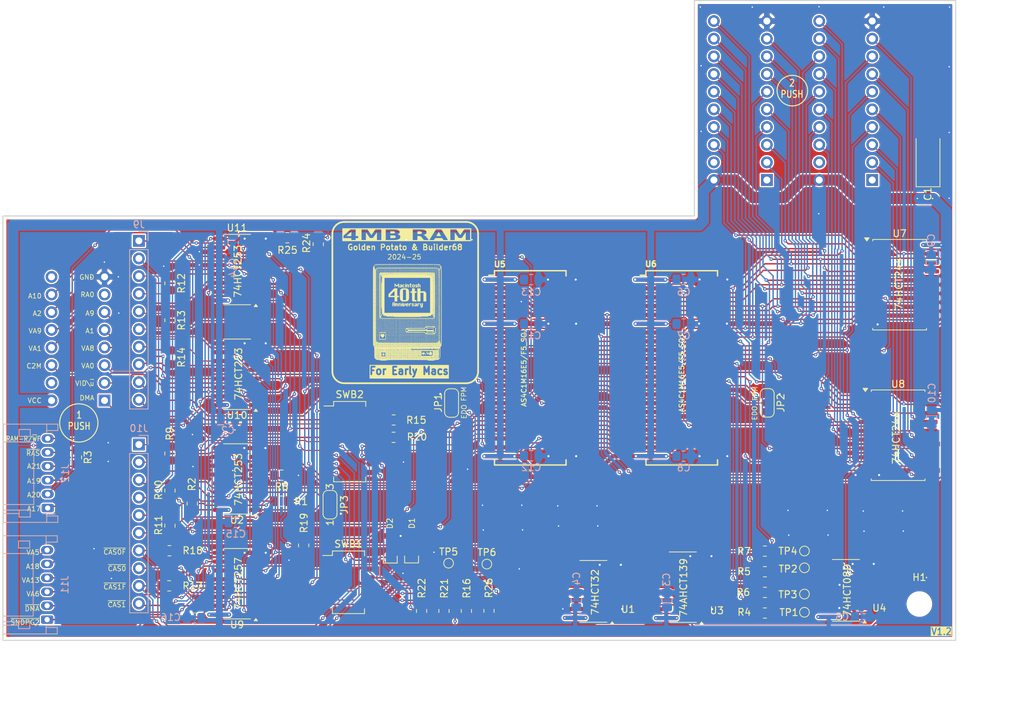
<source format=kicad_pcb>
(kicad_pcb (version 20240108) (generator "pcbnew") (generator_version "8.0")
  (layers (0 "F.Cu" signal) (31 "B.Cu" signal) (34 "B.Paste" user) (35 "F.Paste" user) (36 "B.SilkS" user "B.Silkscreen") (37 "F.SilkS" user "F.Silkscreen") (38 "B.Mask" user) (39 "F.Mask" user) (44 "Edge.Cuts" user))
  (net 0 "")
  (net 1 "GND")
  (net 2 "RAM-R{slash}~{W}F")
  (net 3 "DQ14")
  (net 4 "DQ12")
  (net 5 "DQ13")
  (net 6 "DQ0")
  (net 7 "DQ10")
  (net 8 "DQ2")
  (net 9 "DQ5")
  (net 10 "DQ7")
  (net 11 "DQ11")
  (net 12 "DQ9")
  (net 13 "DQ3")
  (net 14 "DQ8")
  (net 15 "DQ6")
  (net 16 "DQ15")
  (net 17 "DQ1")
  (net 18 "DQ4")
  (net 19 "D1")
  (net 20 "D6")
  (net 21 "D4")
  (net 22 "D0")
  (net 23 "D7")
  (net 24 "D2")
  (net 25 "D3")
  (net 26 "D5")
  (net 27 "D9")
  (net 28 "D15")
  (net 29 "D10")
  (net 30 "D8")
  (net 31 "D11")
  (net 32 "D14")
  (net 33 "D12")
  (net 34 "D13")
  (net 35 "RA5F")
  (net 36 "RA2F")
  (net 37 "RA7F")
  (net 38 "RA6F")
  (net 39 "RA3F")
  (net 40 "~{MCAS1F}")
  (net 41 "~{MCAS0F}")
  (net 42 "RA4F")
  (net 43 "MSRA0F")
  (net 44 "Net-(R15-Pad2)")
  (net 45 "VCC")
  (net 46 "MSRA1F")
  (net 47 "~{MCAS2F}")
  (net 48 "~{MCAS0}")
  (net 49 "~{MCAS3F}")
  (net 50 "~{MCAS1}")
  (net 51 "MC2M")
  (net 52 "A21")
  (net 53 "VID\\~{u}")
  (net 57 "Net-(U3A-~{Q0})")
  (net 58 "Net-(U3A-~{Q1})")
  (net 59 "Net-(U3B-~{Q0})")
  (net 60 "Net-(U3B-~{Q1})")
  (net 62 "Net-(U2-I0a)")
  (net 63 "Net-(U3B-~{EN})")
  (net 65 "~{RAS}")
  (net 66 "Net-(R20-Pad2)")
  (net 67 "Net-(U3A-~{EN})")
  (net 74 "Net-(JP2-B)")
  (net 76 "MRA9F")
  (net 78 "Net-(JP1-B)")
  (net 79 "MSRA8F")
  (net 80 "Net-(JP1-C)")
  (net 81 "Net-(JP2-C)")
  (net 82 "Net-(U10-Za)")
  (net 83 "Net-(R22-Pad2)")
  (net 84 "Net-(JP3-C)")
  (net 85 "Net-(JP3-B)")
  (net 86 "~{CAS1F}")
  (net 87 "~{MRASF}")
  (net 88 "VA1")
  (net 89 "A10")
  (net 90 "VA9")
  (net 91 "VA0")
  (net 92 "A9")
  (net 94 "A2")
  (net 95 "A1")
  (net 96 "RA1")
  (net 97 "C2M")
  (net 98 "RA0")
  (net 99 "DMA")
  (net 100 "VA8")
  (net 101 "RA3")
  (net 102 "RA2")
  (net 103 "RA4")
  (net 104 "RA7")
  (net 105 "~{CAS0}")
  (net 106 "~{CAS0F}")
  (net 107 "RA5")
  (net 108 "~{CAS1}")
  (net 109 "RA6")
  (net 110 "~{DMA}")
  (net 111 "A17")
  (net 112 "~{SNDPG2}")
  (net 113 "A19")
  (net 114 "A18")
  (net 115 "VA6")
  (net 116 "VA5")
  (net 117 "A20")
  (net 118 "VA13")
  (net 119 "MRA0")
  (net 120 "MRA1")
  (net 121 "Net-(R17-Pad2)")
  (net 122 "Net-(R18-Pad2)")
  (net 123 "PULLUP")
  (net 124 "Net-(U11-Zb)")
  (net 125 "Net-(R26-Pad2)")
  (net 128 "Net-(R16-Pad2)")
  (net 129 "Net-(R21-Pad2)")
  (footprint "Resistor_SMD:R_0805_2012Metric_Pad1.20x1.40mm_HandSolder" (layer "F.Cu") (at 99.575 138.615 -90)
    (property "Reference" "R9")
    (property "Value" "47" (hide yes))
  )
  (footprint "Resistor_SMD:R_0805_2012Metric_Pad1.20x1.40mm_HandSolder" (layer "F.Cu") (at 102.785 145.825 90)
    (property "Reference" "R2")
    (property "Value" "2.2K" (hide yes))
  )
  (footprint "Resistor_SMD:R_0805_2012Metric_Pad1.20x1.40mm_HandSolder" (layer "F.Cu") (at 131.735 136.29 180)
    (property "Reference" "R20")
    (property "Value" "47" (hide yes))
  )
  (footprint "Jumper:SolderJumper-3_P1.3mm_Open_RoundedPad1.0x1.5mm_NumberLabels" (layer "F.Cu") (at 185.455 131.335 -90)
    (property "Reference" "JP2")
    (property "Value" "SolderJumper_3_Open" (hide yes))
  )
  (footprint "Package_SO:SO-16_3.9x9.9mm_P1.27mm" (layer "F.Cu") (at 109.225 142.2783 180)
    (property "Reference" "U2")
    (property "Value" "74HCT253")
  )
  (footprint "Resistor_SMD:R_0805_2012Metric_Pad1.20x1.40mm_HandSolder" (layer "F.Cu") (at 131.745 133.795 180)
    (property "Reference" "R15")
    (property "Value" "47" (hide yes))
  )
  (footprint "Resistor_SMD:R_0805_2012Metric_Pad1.20x1.40mm_HandSolder" (layer "F.Cu") (at 135.7606 161.255 90)
    (property "Reference" "R22")
    (property "Value" "1K" (hide yes))
  )
  (footprint "MountingHole:MountingHole_3.2mm_M3_DIN965" (layer "F.Cu") (at 207.34 160.22)
    (property "Reference" "H1")
    (property "Value" "M3_Spacer_H12.7mm" (hide yes))
  )
  (footprint "stdpads:D_SOD-123" (layer "F.Cu") (at 131.255 152.015 90)
    (property "Reference" "D2")
    (property "Value" "SZMMSZ5V1T1G")
  )
  (footprint "Resistor_SMD:R_0805_2012Metric_Pad1.20x1.40mm_HandSolder" (layer "F.Cu") (at 99.575 119.46 -90)
    (property "Reference" "R13")
    (property "Value" "47" (hide yes))
  )
  (footprint "Resistor_SMD:R_0805_2012Metric_Pad1.20x1.40mm_HandSolder" (layer "F.Cu") (at 120.905 108.525 -90)
    (property "Reference" "R24")
    (property "Value" "2.2K" (hide yes))
  )
  (footprint "Package_SO:SO-16_3.9x9.9mm_P1.27mm" (layer "F.Cu") (at 173.3275 157.83 180)
    (property "Reference" "U3")
    (property "Value" "74AHCT139")
  )
  (footprint "Jumper:SolderJumper-3_P1.3mm_Open_RoundedPad1.0x1.5mm_NumberLabels" (layer "F.Cu") (at 140.075 131.355 -90)
    (property "Reference" "JP1")
    (property "Value" "SolderJumper_3_Open" (hide yes))
  )
  (footprint "Resistor_SMD:R_0805_2012Metric_Pad1.20x1.40mm_HandSolder" (layer "F.Cu") (at 99.575 148.995 -90)
    (property "Reference" "R11")
    (property "Value" "47" (hide yes))
  )
  (footprint "Resistor_SMD:R_0805_2012Metric_Pad1.20x1.40mm_HandSolder" (layer "F.Cu") (at 116.455 107.585 180)
    (property "Reference" "R25")
    (property "Value" "47" (hide yes))
  )
  (footprint "Button_Switch_SMD:SW_DIP_SPSTx06_Slide_Omron_A6H-6101_W6.15mm_P1.27mm" (layer "F.Cu") (at 125.245 157.135)
    (property "Reference" "SWB1")
    (property "Value" "SW_DIP_x06" (hide yes))
  )
  (footprint "Package_SO:SO-16_3.9x9.9mm_P1.27mm" (layer "F.Cu") (at 109.225 127.2217 180)
    (property "Reference" "U10")
    (property "Value" "74HCT253")
  )
  (footprint "Resistor_SMD:R_0805_2012Metric_Pad1.20x1.40mm_HandSolder" (layer "F.Cu") (at 115.635 141.735 180)
    (property "Reference" "R8")
    (property "Value" "2.2K" (hide yes))
  )
  (footprint "Package_SO:SOIC-20W_7.5x12.8mm_P1.27mm" (layer "F.Cu") (at 204.5 114.34)
    (property "Reference" "U7")
    (property "Value" "74HCT244")
  )
  (footprint "TestPoint:TestPoint_Pad_D1.0mm" (layer "F.Cu") (at 190.815 155.055)
    (property "Reference" "TP2")
    (property "Value" "TestPoint_Alt" (hide yes))
  )
  (footprint "Resistor_SMD:R_0805_2012Metric_Pad1.20x1.40mm_HandSolder" (layer "F.Cu") (at 99.465 157.645)
    (property "Reference" "R17")
    (property "Value" "47" (hide yes))
  )
  (footprint "Resistor_SMD:R_0805_2012Metric_Pad1.20x1.40mm_HandSolder" (layer "F.Cu") (at 185.125 158.5867)
    (property "Reference" "R6")
    (property "Value" "47" (hide yes))
  )
  (footprint "stdpads:SOJ-42_400mil" (layer "F.Cu") (at 151.39 126.3)
    (property "Reference" "U5")
    (property "Value" "AS4C1M16E5/F5_SOJ")
  )
  (footprint "Capacitor_Tantalum_SMD:CP_EIA-6032-28_Kemet-C_Pad2.25x2.35mm_HandSolder" (layer "F.Cu") (at 208.585 96.325 90)
    (property "Reference" "C1")
    (property "Value" "10" (hide yes))
  )
  (footprint "Resistor_SMD:R_0805_2012Metric_Pad1.20x1.40mm_HandSolder" (layer "F.Cu") (at 99.505 152.595)
    (property "Reference" "R18")
    (property "Value" "47" (hide yes))
  )
  (footprint "Resistor_SMD:R_0805_2012Metric_Pad1.20x1.40mm_HandSolder" (layer "F.Cu") (at 185.125 155.6183)
    (property "Reference" "R5")
    (property "Value" "47" (hide yes))
  )
  (footprint "Button_Switch_SMD:SW_DIP_SPSTx08_Slide_Omron_A6H-8101_W6.15mm_P1.27mm" (layer "F.Cu") (at 125.425 136.905)
    (property "Reference" "SWB2")
    (property "Value" "SW_DIP_x08" (hide yes))
  )
  (footprint "Package_SO:SO-14_3.9x8.65mm_P1.27mm" (layer "F.Cu") (at 160.465 158.435 180)
    (property "Reference" "U1")
    (property "Value" "74HCT32")
  )
  (footprint "stdpads:D_SOD-123" (layer "F.Cu") (at 134.325 151.995 90)
    (property "Reference" "D1")
    (property "Value" "SZMMSZ5V1T1G")
  )
  (footprint "Mac40_10" (layer "F.Cu") (at 133.709067 118.27762)
    (property "Reference" "G***" (hide yes))
    (property "Value" "LOGO" (hide yes))
  )
  (footprint "Resistor_SMD:R_0805_2012Metric_Pad1.20x1.40mm_HandSolder" (layer "F.Cu") (at 142.1983 161.255 90)
    (property "Reference" "R16")
    (property "Value" "2.2K" (hide yes))
  )
  (footprint "TestPoint:TestPoint_Pad_D1.0mm" (layer "F.Cu") (at 190.815 158.825)
    (property "Reference" "TP3")
    (property "Value" "TestPoint_Alt" (hide yes))
  )
  (footprint "TestPoint:TestPoint_Pad_D1.0mm" (layer "F.Cu") (at 139.645 154.385)
    (property "Reference" "TP5")
    (property "Value" "TestPoint_Alt" (hide yes))
  )
  (footprint "Package_SO:SO-16_3.9x9.9mm_P1.27mm" (layer "F.Cu") (at 109.225 112.165 180)
    (property "Reference" "U11")
    (property "Value" "74HCT253")
  )
  (footprint "Resistor_SMD:R_0805_2012Metric_Pad1.20x1.40mm_HandSolder" (layer "F.Cu") (at 185.125 152.65)
    (property "Reference" "R7")
    (property "Value" "47" (hide yes))
  )
  (footprint "Resistor_SMD:R_0805_2012Metric_Pad1.20x1.40mm_HandSolder" (layer "F.Cu") (at 145.455 161.245 90)
    (property "Reference" "R26")
    (property "Value" "2.2K" (hide yes))
  )
  (footprint "Package_SO:SO-16_3.9x9.9mm_P1.27mm" (layer "F.Cu") (at 109.225 157.335 180)
    (property "Reference" "U9")
    (property "Value" "74HCT257")
  )
  (footprint "Package_SO:SOIC-20W_7.5x12.8mm_P1.27mm" (layer "F.Cu") (at 204.28 135.985)
    (property "Reference" "U8")
    (property "Value" "74HCT244")
  )
  (footprint "stdpads:SOJ-42_400mil" (layer "F.Cu") (at 173.17 126.3)
    (property "Reference" "U6")
    (property "Value" "AS4C1M16E5/F5_SOJ")
  )
  (footprint "TestPoint:TestPoint_Pad_D1.0mm" (layer "F.Cu") (at 190.815 152.635)
    (property "Reference" "TP4")
    (property "Value" "TestPoint_Alt" (hide yes))
  )
  (footprint "Resistor_SMD:R_0805_2012Metric_Pad1.20x1.40mm_HandSolder" (layer "F.Cu") (at 99.575 143.945 -90)
    (property "Reference" "R10")
    (property "Value" "47" (hide yes))
  )
  (footprint "TestPoint:TestPoint_Pad_D1.0mm" (layer "F.Cu") (at 145.145 154.515)
    (property "Reference" "TP6")
    (property "Value" "TestPoint_Alt" (hide yes))
  )
  (footprint "Resistor_SMD:R_0805_2012Metric_Pad1.20x1.40mm_HandSolder" (layer "F.Cu") (at 185.125 161.555)
    (property "Reference" "R4")
    (property "Value" "47" (hide yes))
  )
  (footprint "Resistor_SMD:R_0805_2012Metric_Pad1.20x1.40mm_HandSolder" (layer "F.Cu") (at 99.575 114.135 -90)
    (property "Reference" "R12")
    (property "Value" "47" (hide yes))
  )
  (footprint "Package_SO:SO-14_3.9x8.65mm_P1.27mm" (layer "F.Cu") (at 196.78 158.295 180)
    (property "Reference" "U4")
    (property "Value" "74HCT08D")
  )
  (footprint "Resistor_SMD:R_0805_2012Metric_Pad1.20x1.40mm_HandSolder" (layer "F.Cu") (at 118.805 151.825 -90)
    (property "Reference" "R19")
    (property "Value" "47" (hide yes))
  )
  (footprint "Resistor_SMD:R_0805_2012Metric_Pad1.20x1.40mm_HandSolder" (layer "F.Cu") (at 86.135 139.165 -90)
    (property "Reference" "R3")
    (property "Value" "2.2K" (hide yes))
  )
  (footprint "Resistor_SMD:R_0805_2012Metric_Pad1.20x1.40mm_HandSolder" (layer "F.Cu") (at 138.9794 161.255 90)
    (property "Reference" "R21")
    (property "Value" "2.2K" (hide yes))
  )
  (footprint "Resistor_SMD:R_0805_2012Metric_Pad1.20x1.40mm_HandSolder" (layer "F.Cu") (at 99.575 124.785 -90)
    (property "Reference" "R14")
    (property "Value" "47" (hide yes))
  )
  (footprint "TestPoint:TestPoint_Pad_D1.0mm" (layer "F.Cu") (at 190.815 161.445)
    (property "Reference" "TP1")
    (property "Value" "TestPoint_Alt" (hide yes))
  )
  (footprint "Resistor_SMD:R_0805_2012Metric_Pad1.20x1.40mm_HandSolder" (layer "F.Cu") (at 115.535 145.475)
    (property "Reference" "R1")
    (property "Value" "47" (hide yes))
  )
  (footprint "Jumper:SolderJumper-3_P1.3mm_Open_RoundedPad1.0x1.5mm_NumberLabels" (layer "F.Cu") (at 122.595 145.975 90)
    (property "Reference" "JP3")
    (property "Value" "SolderJumper_3_Open" (hide yes))
  )
  (footprint "Capacitor_SMD:C_0805_2012Metric_Pad1.18x1.45mm_HandSolder" (layer "B.Cu") (at 173.455 113.595)
    (property "Reference" "C6")
    (property "Value" "0.1")
  )
  (footprint "Connector_PinHeader_2.54mm:PinHeader_1x10_P2.54mm_Vertical" (layer "B.Cu") (at 95.11 108.03 180)
    (property "Reference" "J9")
    (property "Value" "(RP2)")
  )
  (footprint "Capacitor_SMD:C_0805_2012Metric_Pad1.18x1.45mm_HandSolder" (layer "B.Cu") (at 158.015 159.675 90)
    (property "Reference" "C4")
    (property "Value" "0.1")
  )
  (footprint "Capacitor_SMD:C_0805_2012Metric_Pad1.18x1.45mm_HandSolder" (layer "B.Cu") (at 109.055 148.515)
    (property "Reference" "C15")
    (property "Value" "0.1" (hide yes))
  )
  (footprint "Capacitor_SMD:C_0805_2012Metric_Pad1.18x1.45mm_HandSolder" (layer "B.Cu") (at 173.455 138.995)
    (property "Reference" "C8")
    (property "Value" "0.1")
  )
  (footprint "Connector_PinHeader_2.54mm:PinHeader_1x10_P2.54mm_Vertical" (layer "B.Cu") (at 95.11 137.33 180)
    (property "Reference" "J10")
    (property "Value" "(RP3)")
  )
  (footprint "Capacitor_SMD:C_0805_2012Metric_Pad1.18x1.45mm_HandSolder" (layer "B.Cu") (at 199.125 162.105)
    (property "Reference" "C5")
    (property "Value" "0.1" (hide yes))
  )
  (footprint "Capacitor_SMD:C_0805_2012Metric_Pad1.18x1.45mm_HandSolder" (layer "B.Cu") (at 108.665 108.355 -90)
    (property "Reference" "C14")
    (property "Value" "0.1" (hide yes))
  )
  (footprint "Capacitor_SMD:C_0805_2012Metric_Pad1.18x1.45mm_HandSolder" (layer "B.Cu") (at 107.905 133.605)
    (property "Reference" "C2")
    (property "Value" "0.1")
  )
  (footprint "Capacitor_SMD:C_0805_2012Metric_Pad1.18x1.45mm_HandSolder" (layer "B.Cu") (at 209.095 133.395 -90)
    (property "Reference" "C10")
    (property "Value" "0.1" (hide yes))
  )
  (footprint "Capacitor_SMD:C_0805_2012Metric_Pad1.18x1.45mm_HandSolder" (layer "B.Cu") (at 151.52 113.61)
    (property "Reference" "C13")
    (property "Value" "0.1")
  )
  (footprint "Capacitor_SMD:C_0805_2012Metric_Pad1.18x1.45mm_HandSolder" (layer "B.Cu") (at 171.045 159.675 90)
    (property "Reference" "C3")
    (property "Value" "0.1")
  )
  (footprint "Package_DIP:DIP-20_Socket_INV_Flip" (layer "B.Cu") (at 192.94 99.2914)
    (property "Reference" "J5" (hide yes))
    (property "Value" "(U13E)" (hide yes))
  )
  (footprint "Capacitor_SMD:C_0805_2012Metric_Pad1.18x1.45mm_HandSolder" (layer "B.Cu") (at 209.045 111.115 -90)
    (property "Reference" "C9")
    (property "Value" "0.1" (hide yes))
  )
  (footprint "Capacitor_SMD:C_0805_2012Metric_Pad1.18x1.45mm_HandSolder" (layer "B.Cu") (at 103.055 162.265 180)
    (property "Reference" "C16")
    (property "Value" "0.1" (hide yes))
  )
  (footprint "Connector_JST:JST_PH_S6B-PH-K_1x06_P2.00mm_Horizontal" (layer "B.Cu") (at 81.915 162.5 90)
    (property "Reference" "J11")
    (property "Value" "JST_06")
  )
  (footprint "Capacitor_SMD:C_0805_2012Metric_Pad1.18x1.45mm_HandSolder" (layer "B.Cu") (at 151.52 119.99)
    (property "Reference" "C11")
    (property "Value" "0.1")
  )
  (footprint "Capacitor_SMD:C_0805_2012Metric_Pad1.18x1.45mm_HandSolder" (layer "B.Cu") (at 151.52 138.94)
    (property "Reference" "C12")
    (property "Value" "0.1")
  )
  (footprint "Package_DIP:DIP-20_Socket_INV_Flip" (layer "B.Cu") (at 177.79 99.2914)
    (property "Reference" "J4" (hide yes))
    (property "Value" "(U12E)")
  )
  (footprint "Connector_JST:JST_PH_S6B-PH-K_1x06_P2.00mm_Horizontal" (layer "B.Cu") (at 81.995 146.455 90)
    (property "Reference" "J12")
    (property "Value" "JST_06")
  )
  (footprint "Package_DIP:DIP-16_INVERTED_FLIP" (layer "B.Cu") (at 82.555 130.995)
    (property "Reference" "J8" (hide yes))
    (property "Value" "(U4F)" (hide yes))
  )
  (footprint "Capacitor_SMD:C_0805_2012Metric_Pad1.18x1.45mm_HandSolder" (layer "B.Cu") (at 173.455 119.99)
    (property "Reference" "C7")
    (property "Value" "0.1")
  )
  (gr_line (start 124.63 105.32) (end 142.19 105.32) (stroke (width 0.25)) (layer "F.SilkS"))
  (gr_line (start 143.89 107.02) (end 143.89 126.81) (stroke (width 0.25)) (layer "F.SilkS"))
  (gr_line (start 122.93 126.81) (end 122.93 107.02) (stroke (width 0.25)) (layer "F.SilkS"))
  (gr_arc (start 142.19 105.32) (mid 143.392082 105.817918) (end 143.89 107.02) (stroke (width 0.25)) (layer "F.SilkS"))
  (gr_arc (start 143.89 126.81) (mid 143.392082 128.012082) (end 142.19 128.51) (stroke (width 0.25)) (layer "F.SilkS"))
  (gr_circle (center 86.47 134.22) (end 89.22 134.22) (stroke (width 0.15)) (fill none) (layer "F.SilkS"))
  (gr_line (start 142.19 128.51) (end 124.63 128.51) (stroke (width 0.25)) (layer "F.SilkS"))
  (gr_arc (start 122.93 107.02) (mid 123.427918 105.817918) (end 124.63 105.32) (stroke (width 0.25)) (layer "F.SilkS"))
  (gr_circle (center 189.075833 86.43728) (end 191.275833 86.43728) (stroke (width 0.15)) (fill none) (layer "F.SilkS"))
  (gr_arc (start 124.63 128.51) (mid 123.427918 128.012082) (end 122.93 126.81) (stroke (width 0.25)) (layer "F.SilkS"))
  (gr_line (start 75.56 104.46) (end 174.99 104.46) (stroke (width 0.15)) (layer "Edge.Cuts"))
  (gr_line (start 212.56 73.48) (end 174.99 73.48) (stroke (width 0.15)) (layer "Edge.Cuts"))
  (gr_line (start 212.56 165.48) (end 212.56 73.48) (stroke (width 0.15)) (layer "Edge.Cuts"))
  (gr_line (start 75.56 165.48) (end 75.56 104.46) (stroke (width 0.15)) (layer "Edge.Cuts"))
  (gr_line (start 212.56 165.48) (end 75.56 165.48) (stroke (width 0.15)) (layer "Edge.Cuts"))
  (gr_line (start 174.99 104.46) (end 174.99 73.48) (stroke (width 0.15)) (layer "Edge.Cuts"))
  (gr_text "For Early Macs" (at 133.96 126.73 0) (layer "F.SilkS" knockout) (effects (font (size 1.1 1) (thickness 0.25) (bold yes))))
  (gr_text "C2M" (at 78.883808 126.44 0) (layer "F.SilkS") (effects (font (size 0.7 0.7) (thickness 0.1)) (justify left bottom)))
  (gr_text "~{RAS}" (at 78.838094 139 0) (layer "F.SilkS") (effects (font (size 0.7 0.7) (thickness 0.1)) (justify left bottom)))
  (gr_text "A9" (at 87.360475 118.87 0) (layer "F.SilkS") (effects (font (size 0.7 0.7) (thickness 0.1)) (justify left bottom)))
  (gr_text "VA5" (at 78.875427 153.23 0) (layer "F.SilkS") (effects (font (size 0.7 0.7) (thickness 0.1)) (justify left bottom)))
  (gr_text "~{SNDPG2}" (at 76.575427 163.31 -0) (layer "F.SilkS") (effects (font (size 0.7 0.7) (thickness 0.1)) (justify left bottom)))
  (gr_text "A2" (at 79.783808 118.8875 0) (layer "F.SilkS") (effects (font (size 0.7 0.7) (thickness 0.1)) (justify left bottom)))
  (gr_text "A17" (at 78.971427 146.97 0) (layer "F.SilkS") (effects (font (size 0.7 0.7) (thickness 0.1)) (justify left bottom)))
  (gr_text "VA1" (at 79.183808 123.9225 0) (layer "F.SilkS") (effects (font (size 0.7 0.7) (thickness 0.1)) (justify left bottom)))
  (gr_text "RA0" (at 86.660475 116.18 0) (layer "F.SilkS") (effects (font (size 0.7 0.7) (thickness 0.1)) (justify left bottom)))
  (gr_text "VID\\~{u}" (at 85.893809 128.94 0) (layer "F.SilkS") (effects (font (size 0.7 0.7) (thickness 0.1)) (justify left bottom)))
  (gr_text "A18" (at 78.80876 155.27 0) (layer "F.SilkS") (effects (font (size 0.7 0.7) (thickness 0.1)) (justify left bottom)))
  (gr_text "A20" (at 78.971427 144.97 -0) (layer "F.SilkS") (effects (font (size 0.7 0.7) (thickness 0.1)) (justify left bottom)))
  (gr_text "DMA" (at 86.527142 131.03 0) (layer "F.SilkS") (effects (font (size 0.7 0.7) (thickness 0.1)) (justify left bottom)))
  (gr_text "A19" (at 78.971427 142.98 -0) (layer "F.SilkS") (effects (font (size 0.7 0.7) (thickness 0.1)) (justify left bottom)))
  (gr_text "GND" (at 86.493809 113.67 0) (layer "F.SilkS") (effects (font (size 0.7 0.7) (thickness 0.1)) (justify left bottom)))
  (gr_text "VA13" (at 78.20876 157.25 -0) (layer "F.SilkS") (effects (font (size 0.7 0.7) (thickness 0.1)) (justify left bottom)))
  (gr_text "VA6\n" (at 78.875427 159.22 -0) (layer "F.SilkS") (effects (font (size 0.7 0.7) (thickness 0.1)) (justify left bottom)))
  (gr_text "VA8" (at 86.760475 123.905 0) (layer "F.SilkS") (effects (font (size 0.7 0.7) (thickness 0.1)) (justify left bottom)))
  (gr_text "~{CAS1}" (at 90.55 160.76 0) (layer "F.SilkS") (effects (font (size 0.7 0.7) (thickness 0.1)) (justify left bottom)))
  (gr_text "VA9" (at 79.183808 121.405 0) (layer "F.SilkS") (effects (font (size 0.7 0.7) (thickness 0.1)) (justify left bottom)))
  (gr_text "Golden Potato & Builder68" (at 133.37 108.96 0) (layer "F.SilkS") (effects (font (size 0.8 0.8))))
  (gr_text "A1" (at 87.360475 121.3875 0) (layer "F.SilkS") (effects (font (size 0.7 0.7) (thickness 0.1)) (justify left bottom)))
  (gr_text "1\nPUSH" (at 86.525833 135.26728 0) (layer "F.SilkS") (effects (font (size 1 0.8)) (justify bottom)))
  (gr_text "V1.2" (at 210.52822 164.22006 0) (layer "F.SilkS" knockout) (effects (font (size 1 0.9))))
  (gr_text "VA0" (at 86.760475 126.4225 0) (layer "F.SilkS") (effects (font (size 0.7 0.7) (thickness 0.1)) (justify left bottom)))
  (gr_text "VCC" (at 79.050475 131.41 0) (layer "F.SilkS") (effects (font (size 0.7 0.7) (thickness 0.1)) (justify left bottom)))
  (gr_text "~{CAS0}" (at 90.58 155.58 0) (layer "F.SilkS") (effects (font (size 0.7 0.7) (thickness 0.1)) (justify left bottom)))
  (gr_text "A10" (at 79.117141 116.37 0) (layer "F.SilkS") (effects (font (size 0.7 0.7) (thickness 0.1)) (justify left bottom)))
  (gr_text "A21" (at 78.971427 140.86 0) (layer "F.SilkS") (effects (font (size 0.7 0.7) (thickness 0.1)) (justify left bottom)))
  (gr_text "2\nPUSH" (at 189.025833 87.53728 0) (layer "F.SilkS") (effects (font (size 1 0.8)) (justify bottom)))
  (gr_text "~{DMA}" (at 78.642094 161.34 0) (layer "F.SilkS") (effects (font (size 0.7 0.7) (thickness 0.1)) (justify left bottom)))
  (gr_text "2024-25" (at 133.2908 110.3582 0) (layer "F.SilkS") (effects (font (size 0.7 0.7) (thickness 0.1))))
  (gr_text "4MB RAM" (at 133.7162 107.2962 0) (layer "F.SilkS" knockout) (effects (font (size 1.5 2.5) (thickness 0.2) (bold yes))))
  (gr_text "RAM-R/~{W}F" (at 75.944761 136.91 0) (layer "F.SilkS") (effects (font (size 0.7 0.6) (thickness 0.1)) (justify left bottom)))
  (gr_text "~{CAS0F}" (at 89.95 153.2 0) (layer "F.SilkS") (effects (font (size 0.7 0.7) (thickness 0.1)) (justify left bottom)))
  (gr_text "~{CAS1F}" (at 89.96 158.21 0) (layer "F.SilkS") (effects (font (size 0.7 0.7) (thickness 0.1)) (justify left bottom)))
  (segment (start 162.94 160.975) (end 164.605 160.975) (width 0.2) (layer "F.Cu") (net 1))
  (segment (start 106.65 141.6433) (end 106.65 142.913) (width 0.6) (layer "F.Cu") (net 1))
  (segment (start 162.94 154.625) (end 164.415 154.625) (width 0.6) (layer "F.Cu") (net 1))
  (segment (start 201.338 120.05) (end 198.298 120.05) (width 0.6) (layer "F.Cu") (net 1))
  (segment (start 177.44 153.38) (end 174.4 153.38) (width 0.6) (layer "F.Cu") (net 1))
  (segment (start 106.65 139.1033) (end 106.65 140.3733) (width 0.6) (layer "F.Cu") (net 1))
  (segment (start 165.61 119.29) (end 165.6 119.3) (width 0.2) (layer "F.Cu") (net 1))
  (segment (start 157.92 113.61) (end 153.93 113.61) (width 0.6) (layer "F.Cu") (net 1))
  (segment (start 179.72 139) (end 177.615 139) (width 0.6) (layer "F.Cu") (net 1))
  (segment (start 149.82 119.29) (end 144.2 119.29) (width 0.2) (layer "F.Cu") (net 1))
  (segment (start 175.9025 161.005) (end 177.55 161.005) (width 0.2) (layer "F.Cu") (net 1))
  (segment (start 140.075 130.055) (end 138.455 130.055) (width 0.6) (layer "F.Cu") (net 1))
  (segment (start 155.835 119.95) (end 153.99 119.95) (width 0.6) (layer "F.Cu") (net 1))
  (segment (start 172.625 159.735) (end 173.895 161.005) (width 0.2) (layer "F.Cu") (net 1))
  (segment (start 132.75 150.465) (end 134.305 150.465) (width 0.6) (layer "F.Cu") (net 1))
  (segment (start 184.815 130.065) (end 187.225 130.065) (width 0.2) (layer "F.Cu") (net 1))
  (segment (start 157.99 160.975) (end 157.99 159.705) (width 0.2) (layer "F.Cu") (net 1))
  (segment (start 110.27 137.83) (end 113.31 137.83) (width 0.6) (layer "F.Cu") (net 1))
  (segment (start 113.35 152.89) (end 111.8 152.89) (width 0.6) (layer "F.Cu") (net 1))
  (segment (start 110.31 122.77) (end 113.35 122.77) (width 0.6) (layer "F.Cu") (net 1))
  (segment (start 162.94 154.625) (end 161.375 154.625) (width 0.6) (layer "F.Cu") (net 1))
  (segment (start 177.55 161.005) (end 177.575 161.005) (width 0.2) (layer "F.Cu") (net 1))
  (segment (start 171.23 119.29) (end 165.61 119.29) (width 0.2) (layer "F.Cu") (net 1))
  (segment (start 194.305 155.755) (end 194.305 157.025) (width 0.2) (layer "F.Cu") (net 1))
  (segment (start 162.94 160.975) (end 162.94 162.245) (width 0.2) (layer "F.Cu") (net 1))
  (segment (start 187.225 130.065) (end 187.24 130.08) (width 0.2) (layer "F.Cu") (net 1))
  (segment (start 200.78 154.49) (end 197.74 154.49) (width 0.6) (layer "F.Cu") (net 1))
  (segment (start 106.65 140.3733) (end 106.65 141.6433) (width 0.6) (layer "F.Cu") (net 1))
  (segment (start 194.305 160.835) (end 195.825 160.835) (width 0.2) (layer "F.Cu") (net 1))
  (segment (start 170.7525 159.735) (end 172.625 159.735) (width 0.2) (layer "F.Cu") (net 1))
  (segment (start 122.595 147.275) (end 124.155 147.275) (width 0.6) (layer "F.Cu") (net 1))
  (segment (start 113.358 107.72) (end 111.8 107.72) (width 0.6) (layer "F.Cu") (net 1))
  (segment (start 149.74 120.61) (end 144.02 120.61) (width 0.2) (layer "F.Cu") (net 1))
  (segment (start 195.385 157.025) (end 195.86 157.5) (width 0.2) (layer "F.Cu") (net 1))
  (segment (start 111.8 152.89) (end 110.31 152.89) (width 0.6) (layer "F.Cu") (net 1))
  (segment (start 171.15 120.61) (end 165.43 120.61) (width 0.2) (layer "F.Cu") (net 1))
  (segment (start 194.305 157.025) (end 195.385 157.025) (width 0.2) (layer "F.Cu") (net 1))
  (segment (start 177.615 139) (end 175.73 139) (width 0.6) (layer "F.Cu") (net 1))
  (segment (start 150.1 116.77) (end 144.48 116.77) (width 0.2) (layer "F.Cu") (net 1))
  (segment (start 111.8 107.72) (end 110.318 107.72) (width 0.6) (layer "F.Cu") (net 1))
  (segment (start 179.72 113.59) (end 175.73 113.59) (width 0.6) (layer "F.Cu") (net 1))
  (segment (start 201.55 141.71) (end 198.168 141.71) (width 0.6) (layer "F.Cu") (net 1))
  (segment (start 157.99 139) (end 155.835 139) (width 0.6) (layer "F.Cu") (net 1))
  (segment (start 131.255 150.465) (end 132.75 150.465) (width 0.6) (layer "F.Cu") (net 1))
  (segment (start 155.835 139) (end 154 139) (width 0.6) (layer "F.Cu") (net 1))
  (segment (start 173.895 161.005) (end 175.9025 161.005) (width 0.2) (layer "F.Cu") (net 1))
  (segment (start 179.66 119.94) (end 175.67 119.94) (width 0.6) (layer "F.Cu") (net 1))
  (segment (start 157.98 119.95) (end 155.835 119.95) (width 0.6) (layer "F.Cu") (net 1))
  (segment (start 157.99 160.975) (end 162.94 160.975) (width 0.2) (layer "F.Cu") (net 1))
  (segment (start 194.305 159.565) (end 194.305 160.835) (width 0.2) (layer "F.Cu") (net 1))
  (via (at 138.455 130.055) (size 0.5) (drill 0.3) (layers "F.Cu" "B.Cu") (net 1))
  (via (at 164.605 160.975) (size 0.5) (drill 0.3) (layers "F.Cu" "B.Cu") (net 1))
  (via (at 211.63 92.455) (size 0.5) (drill 0.2) (layers "F.Cu" "B.Cu") (net 1))
  (via (at 211.63 83) (size 0.5) (drill 0.2) (layers "F.Cu" "B.Cu") (net 1))
  (via (at 124.155 147.275) (size 0.5) (drill 0.3) (layers "F.Cu" "B.Cu") (net 1))
  (via (at 102.89 140.49) (size 0.5) (drill 0.2) (layers "F.Cu" "B.Cu") (net 1))
  (via (at 175.96 82.85) (size 0.5) (drill 0.2) (layers "F.Cu" "B.Cu") (net 1))
  (via (at 174.4 153.38) (size 0.5) (drill 0.3) (layers "F.Cu" "B.Cu") (net 1))
  (via (at 179.72 113.59) (size 0.5) (drill 0.3) (layers "F.Cu" "B.Cu") (net 1))
  (via (at 91.17 160.03) (size 0.5) (drill 0.2) (layers "F.Cu" "B.Cu") (net 1))
  (via (at 161.375 154.625) (size 0.5) (drill 0.3) (layers "F.Cu" "B.Cu") (net 1))
  (via (at 113.358 107.72) (size 0.5) (drill 0.3) (layers "F.Cu" "B.Cu") (net 1))
  (via (at 149.81 155.21) (size 0.5) (drill 0.2) (layers "F.Cu" "B.Cu") (net 1))
  (via (at 110.31 152.89) (size 0.5) (drill 0.3) (layers "F.Cu" "B.Cu") (net 1))
  (via (at 201.55 141.71) (size 0.5) (drill 0.3) (layers "F.Cu" "B.Cu") (net 1))
  (via (at 179.72 139) (size 0.5) (drill 0.3) (layers "F.Cu" "B.Cu") (net 1))
  (via (at 194.1 146.79) (size 0.5) (drill 0.2) (layers "F.Cu" "B.Cu") (net 1))
  (via (at 91.17 156.58) (size 0.5) (drill 0.2) (layers "F.Cu" "B.Cu") (net 1))
  (via (at 92.16 113.21) (size 0.5) (drill 0.2) (layers "F.Cu" "B.Cu") (net 1))
  (via (at 195.86 157.5) (size 0.5) (drill 0.3) (layers "F.Cu" "B.Cu") (net 1))
  (via (at 142.37 140.88) (size 0.5) (drill 0.2) (layers "F.Cu" "B.Cu") (net 1))
  (via (at 150.28 149.6) (size 0.5) (drill 0.2) (layers "F.Cu" "B.Cu") (net 1))
  (via (at 144.63 149.61) (size 0.5) (drill 0.2) (layers "F.Cu" "B.Cu") (net 1))
  (via (at 108.92 135.23) (size 0.5) (drill 0.2) (layers "F.Cu" "B.Cu") (net 1))
  (via (at 195.825 160.835) (size 0.5) (drill 0.3) (layers "F.Cu" "B.Cu") (net 1))
  (via (at 157.92 113.61) (size 0.5) (drill 0.3) (layers "F.Cu" "B.Cu") (net 1))
  (via (at 175.73 113.59) (size 0.5) (drill 0.3) (layers "F.Cu" "B.Cu") (net 1))
  (via (at 192.87 104.13) (size 0.5) (drill 0.2) (layers "F.Cu" "B.Cu") (net 1))
  (via (at 188.56 150.35) (size 0.5) (drill 0.2) (layers "F.Cu" "B.Cu") (net 1))
  (via (at 200.78 154.49) (size 0.5) (drill 0.3) (layers "F.Cu" "B.Cu") (net 1))
  (via (at 201.338 120.05) (size 0.5) (drill 0.3) (layers "F.Cu" "B.Cu") (net 1))
  (via (at 92.22 118.43) (size 0.5) (drill 0.2) (layers "F.Cu" "B.Cu") (net 1))
  (via (at 194.21 150.34) (size 0.5) (drill 0.2) (layers "F.Cu" "B.Cu") (net 1))
  (via (at 98.69 111.68) (size 0.5) (drill 0.2) (layers "F.Cu" "B.Cu") (net 1))
  (via (at 177.44 153.38) (size 0.5) (drill 0.3) (layers "F.Cu" "B.Cu") (net 1))
  (via (at 154 139) (size 0.5) (drill 0.3) (layers "F.Cu" "B.Cu") (net 1))
  (via (at 102.81 135.89) (size 0.5) (drill 0.2) (layers "F.Cu" "B.Cu") (net 1))
  (via (at 199.27 146.89) (size 0.5) (drill 0.2) (layers "F.Cu" "B.Cu") (net 1))
  (via (at 157.99 139) (size 0.5) (drill 0.3) (layers "F.Cu" "B.Cu") (net 1))
  (via (at 197.74 154.49) (size 0.5) (drill 0.3) (layers "F.Cu" "B.Cu") (net 1))
  (via (at 133.09 155.85) (size 0.5) (drill 0.2) (layers "F.Cu" "B.Cu") (net 1))
  (via (at 110.31 122.77) (size 0.5) (drill 0.3) (layers "F.Cu" "B.Cu") (net 1))
  (via (at 160.99 146.14) (size 0.5) (drill 0.2) (layers "F.Cu" "B.Cu") (net 1))
  (via (at 90.15 111.1) (size 0.5) (drill 0.2) (layers "F.Cu" "B.Cu") (net 1))
  (via (at 103.81 109.59) (size 0.5) (drill 0.2) (layers "F.Cu" "B.Cu") (net 1))
  (via (at 199.38 149.78) (size 0.5) (drill 0.2) (layers "F.Cu" "B.Cu") (net 1))
  (via (at 110.27 137.83) (size 0.5) (drill 0.3) (layers "F.Cu" "B.Cu") (net 1))
  (via (at 204.92 146.88) (size 0.5) (drill 0.2) (layers "F.Cu" "B.Cu") (net 1))
  (via (at 90.7 139.76) (size 0.5) (drill 0.2) (layers "F.Cu" "B.Cu") (net 1))
  (via (at 208.36 156.45) (size 0.5) (drill 0.2) (layers "F.Cu" "B.Cu") (net 1))
  (via (at 155.45 149.04) (size 0.5) (drill 0.2) (layers "F.Cu" "B.Cu") (net 1))
  (via (at 198.298 120.05) (size 0.5) (drill 0.3) (layers "F.Cu" "B.Cu") (net 1))
  (via (at 116.7 153.96) (size 0.5) (drill 0.2) (layers "F.Cu" "B.Cu") (net 1))
  (via (at 144.52 146.06) (size 0.5) (drill 0.2) (layers "F.Cu" "B.Cu") (net 1))
  (via (at 118.06 141.77) (size 0.5) (drill 0.2) (layers "F.Cu" "B.Cu") (net 1))
  (via (at 157.98 119.95) (size 0.5) (drill 0.3) (layers "F.Cu" "B.Cu") (net 1))
  (via (at 156.07 160.96) (size 0.5) (drill 0.2) (layers "F.Cu" "B.Cu") (net 1))
  (via (at 113.35 122.77) (size 0.5) (drill 0.3) (layers "F.Cu" "B.Cu") (net 1))
  (via (at 88.21 113.29) (size 0.5) (drill 0.2) (layers "F.Cu" "B.Cu") (net 1))
  (via (at 153.93 113.61) (size 0.5) (drill 0.3) (layers "F.Cu" "B.Cu") (net 1))
  (via (at 110.318 107.72) (size 0.5) (drill 0.3) (layers "F.Cu" "B.Cu") (net 1))
  (via (at 108.62 141.06) (size 0.5) (drill 0.2) (layers "F.Cu" "B.Cu") (net 1))
  (via (at 137.54 152.82) (size 0.5) (drill 0.2) (layers "F.Cu" "B.Cu") (net 1))
  (via (at 150.1 116.77) (size 0.5) (drill 0.2) (layers "F.Cu" "B.Cu") (net 1))
  (via (at 192.91 74.37) (size 0.5) (drill 0.2) (layers "F.Cu" "B.Cu") (net 1))
  (via (at 164.415 154.625) (size 0.5) (drill 0.3) (layers "F.Cu" "B.Cu") (net 1))
  (via (at 175.84 74.42) (size 0.5) (drill 0.2) (layers "F.Cu" "B.Cu") (net 1))
  (via (at 202.225 74.42) (size 0.5) (drill 0.2) (layers "F.Cu" "B.Cu") (net 1))
  (via (at 152.64 114.84) (size 0.5) (drill 0.2) (layers "F.Cu" "B.Cu") (net 1))
  (via (at 179.66 119.94) (size 0.5) (drill 0.3) (layers "F.Cu" "B.Cu") (net 1))
  (via (at 211.63 101.91) (size 0.5) (drill 0.2) (layers "F.Cu" "B.Cu") (net 1))
  (via (at 150.17 146.05) (size 0.5) (drill 0.2) (layers "F.Cu" "B.Cu") (net 1))
  (via (at 132.75 150.465) (size 0.5) (drill 0.3) (layers "F.Cu" "B.Cu") (net 1))
  (via (at 175.73 139) (size 0.5) (drill 0.3) (layers "F.Cu" "B.Cu") (net 1))
  (via (at 175.96 92.305) (size 0.5) (drill 0.2) (layers "F.Cu" "B.Cu") (net 1))
  (via (at 177.55 161.005) (size 0.5) (drill 0.3) (layers "F.Cu" "B.Cu") (net 1))
  (via (at 187.24 130.08) (size 0.5) (drill 0.3) (layers "F.Cu" "B.Cu") (net 1))
  (via (at 211.68 74.43) (size 0.5) (drill 0.2) (layers "F.Cu" "B.Cu") (net 1))
  (via (at 205.03 149.77) (size 0.5) (drill 0.2) (layers "F.Cu" "B.Cu") (net 1))
  (via (at 133.57 107.87) (size 0.5) (drill 0.2) (layers "F.Cu" "B.Cu") (net 1))
  (via (at 133.16 139.85) (size 0.5) (drill 0.2) (layers "F.Cu" "B.Cu") (net 1))
  (via (at 90.7 137.06) (size 0.5) (drill 0.2) (layers "F.Cu" "B.Cu") (net 1))
  (via (at 155.34 146.15) (size 0.5) (drill 0.2) (layers "F.Cu" "B.Cu") (net 1))
  (via (at 161.1 149.03) (size 0.5) (drill 0.2) (layers "F.Cu" "B.Cu") (net 1))
  (via (at 183.315 74.42) (size 0.5) (drill 0.2) (layers "F.Cu" "B.Cu") (net 1))
  (via (at 198.168 141.71) (size 0.5) (drill 0.3) (layers "F.Cu" "B.Cu") (net 1))
  (via (at 88.66 152.3) (size 0.5) (drill 0.2) (layers "F.Cu" "B.Cu") (net 1))
  (via (at 113.35 152.89) (size 0.5) (drill 0.3) (layers "F.Cu" "B.Cu") (net 1))
  (via (at 188.45 146.8) (size 0.5) (drill 0.2) (layers "F.Cu" "B.Cu") (net 1))
  (via (at 175.67 119.94) (size 0.5) (drill 0.3) (layers "F.Cu" "B.Cu") (net 1))
  (via (at 113.31 137.83) (size 0.5) (drill 0.3) (layers "F.Cu" "B.Cu") (net 1))
  (via (at 153.99 119.95) (size 0.5) (drill 0.3) (layers "F.Cu" "B.Cu") (net 1))
  (via (at 160.55 159.67) (size 0.5) (drill 0.2) (layers "F.Cu" "B.Cu") (net 1))
  (via (at 143.01 107.87) (size 0.5) (drill 0.2) (layers "F.Cu" "B.Cu") (net 1))
  (via (at 103.81 111.5) (size 0.5) (drill 0.2) (layers "F.Cu" "B.Cu") (net 1))
  (segment (start 153.99 119.95) (end 152.737 119.95) (width 0.2) (layer "B.Cu") (net 1))
  (segment (start 175.723 113.59) (end 174.417 113.59) (width 0.2) (layer "B.Cu") (net 1))
  (segment (start 175.73 113.59) (end 177.62 113.59) (width 0.6) (layer "B.Cu") (net 1))
  (segment (start 175.743 139) (end 175.73 139) (width 0.2) (layer "B.Cu") (net 1))
  (segment (start 155.96 119.95) (end 155.96 113.66) (width 0.6) (layer "B.Cu") (net 1))
  (segment (start 177.62 119.94) (end 179.66 119.94) (width 0.6) (layer "B.Cu") (net 1))
  (segment (start 175.67 119.94) (end 175.683 119.94) (width 0.6) (layer "B.Cu") (net 1))
  (segment (start 153.983 139) (end 152.677 139) (width 0.2) (layer "B.Cu") (net 1))
  (segment (start 175.67 119.94) (end 174.377 119.94) (width 0.2) (layer "B.Cu") (net 1))
  (segment (start 155.96 119.95) (end 157.98 119.95) (width 0.6) (layer "B.Cu") (net 1))
  (segment (start 155.96 139) (end 155.96 119.95) (width 0.6) (layer "B.Cu") (net 1))
  (segment (start 153.99 119.95) (end 154.043 119.95) (width 0.6) (layer "B.Cu") (net 1))
  (segment (start 154.043 119.95) (end 155.96 119.95) (width 0.6) (layer "B.Cu") (net 1))
  (segment (start 175.743 139) (end 177.67 139) (width 0.6) (layer "B.Cu") (net 1))
  (segment (start 177.62 119.94) (end 177.62 138.95) (width 0.6) (layer "B.Cu") (net 1))
  (segment (start 175.683 119.94) (end 177.62 119.94) (width 0.6) (layer "B.Cu") (net 1))
  (segment (start 177.62 138.95) (end 177.67 139) (width 0.6) (layer "B.Cu") (net 1))
  (segment (start 154.043 119.95) (end 153.99 119.95) (width 0.2) (layer "B.Cu") (net 1))
  (segment (start 177.62 113.59) (end 177.62 119.94) (width 0.6) (layer "B.Cu") (net 1))
  (segment (start 154 139) (end 155.96 139) (width 0.6) (layer "B.Cu") (net 1))
  (segment (start 175.683 119.94) (end 175.67 119.94) (width 0.2) (layer "B.Cu") (net 1))
  (segment (start 153.93 113.61) (end 155.91 113.61) (width 0.6) (layer "B.Cu") (net 1))
  (segment (start 155.96 113.66) (end 155.91 113.61) (width 0.6) (layer "B.Cu") (net 1))
  (segment (start 177.62 113.59) (end 179.72 113.59) (width 0.6) (layer "B.Cu") (net 1))
  (segment (start 153.933 113.59) (end 152.627 113.59) (width 0.2) (layer "B.Cu") (net 1))
  (segment (start 175.73 139) (end 175.743 139) (width 0.6) (layer "B.Cu") (net 1))
  (segment (start 155.91 113.61) (end 157.92 113.61) (width 0.6) (layer "B.Cu") (net 1))
  (segment (start 177.67 139) (end 179.72 139) (width 0.6) (layer "B.Cu") (net 1))
  (segment (start 175.73 139) (end 174.437 139) (width 0.2) (layer "B.Cu") (net 1))
  (segment (start 155.96 139) (end 157.99 139) (width 0.6) (layer "B.Cu") (net 1))
  (segment (start 210.6 141.82) (end 209.82 142.6) (width 0.2) (layer "F.Cu") (net 2))
  (segment (start 204.37 109.9) (end 203.095 108.625) (width 0.2) (layer "F.Cu") (net 2))
  (segment (start 203.095 108.625) (end 199.85 108.625) (width 0.2) (layer "F.Cu") (net 2))
  (segment (start 162.68 128.21) (end 163.31 128.84) (width 0.2) (layer "F.Cu") (net 2))
  (segment (start 150.82 128.21) (end 162.68 128.21) (width 0.2) (layer "F.Cu") (net 2))
  (segment (start 163.31 128.84) (end 168.725 128.84) (width 0.2) (layer "F.Cu") (net 2))
  (segment (start 205.11 109.9) (end 204.37 109.9) (width 0.2) (layer "F.Cu") (net 2))
  (segment (start 206.15 109.9) (end 206.155 109.895) (width 0.2) (layer "F.Cu") (net 2))
  (segment (start 150.495893 142.6) (end 149.885893 143.21) (width 0.2) (layer "F.Cu") (net 2))
  (segment (start 104.599 138.16) (end 102.71 138.16) (width 0.2) (layer "F.Cu") (net 2))
  (segment (start 99.42 134.87) (end 88.37 134.87) (width 0.2) (layer "F.Cu") (net 2))
  (segment (start 150.19 128.84) (end 150.82 128.21) (width 0.2) (layer "F.Cu") (net 2))
  (segment (start 175.71 126.94) (end 173.81 128.84) (width 0.2) (layer "F.Cu") (net 2))
  (segment (start 196.14 130.26) (end 192.82 126.94) (width 0.2) (layer "F.Cu") (net 2))
  (segment (start 173.81 128.84) (end 168.725 128.84) (width 0.2) (layer "F.Cu") (net 2))
  (segment (start 199.67 130.26) (end 196.14 130.26) (width 0.2) (layer "F.Cu") (net 2))
  (segment (start 192.82 126.94) (end 175.71 126.94) (width 0.2) (layer "F.Cu") (net 2))
  (segment (start 209.82 142.6) (end 150.495893 142.6) (width 0.2) (layer "F.Cu") (net 2))
  (segment (start 146.945 128.84) (end 150.19 128.84) (width 0.2) (layer "F.Cu") (net 2))
  (segment (start 205.11 109.9) (end 206.15 109.9) (width 0.2) (layer "F.Cu") (net 2))
  (segment (start 204.71 131.47) (end 203.51 130.27) (width 0.2) (layer "F.Cu") (net 2))
  (segment (start 210.08 131.54) (end 210.6 132.06) (width 0.2) (layer "F.Cu") (net 2))
  (segment (start 102.71 138.16) (end 99.42 134.87) (width 0.2) (layer "F.Cu") (net 2))
  (segment (start 105.669 137.09) (end 104.599 138.16) (width 0.2) (layer "F.Cu") (net 2))
  (segment (start 121.76 143.21) (end 115.64 137.09) (width 0.2) (layer "F.Cu") (net 2))
  (segment (start 206.155 109.895) (end 209.15 109.895) (width 0.2) (layer "F.Cu") (net 2))
  (segment (start 210.6 132.06) (end 210.6 141.82) (width 0.2) (layer "F.Cu") (net 2))
  (segment (start 205.11 131.47) (end 204.71 131.47) (width 0.2) (layer "F.Cu") (net 2))
  (segment (start 205.18 131.54) (end 210.08 131.54) (width 0.2) (layer "F.Cu") (net 2))
  (segment (start 88.37 134.87) (end 86.785 136.455) (width 0.2) (layer "F.Cu") (net 2))
  (segment (start 203.51 130.27) (end 199.68 130.27) (width 0.2) (layer "F.Cu") (net 2))
  (segment (start 86.785 136.455) (end 81.995 136.455) (width 0.2) (layer "F.Cu") (net 2))
  (segment (start 115.64 137.09) (end 105.669 137.09) (width 0.2) (layer "F.Cu") (net 2))
  (segment (start 149.885893 143.21) (end 121.76 143.21) (width 0.2) (layer "F.Cu") (net 2))
  (segment (start 205.11 131.47) (end 205.18 131.54) (width 0.2) (layer "F.Cu") (net 2))
  (via (at 205.11 131.47) (size 0.5) (drill 0.2) (layers "F.Cu" "B.Cu") (net 2))
  (via (at 205.11 109.9) (size 0.5) (drill 0.2) (layers "F.Cu" "B.Cu") (net 2))
  (segment (start 205.07 109.94) (end 205.11 109.9) (width 0.2) (layer "B.Cu") (net 2))
  (segment (start 205.11 131.47) (end 205.07 131.43) (width 0.2) (layer "B.Cu") (net 2))
  (segment (start 205.07 131.43) (end 205.07 109.94) (width 0.2) (layer "B.Cu") (net 2))
  (segment (start 174.22 134.56) (end 174.21 134.55) (width 0.2) (layer "F.Cu") (net 3))
  (segment (start 181.06 116.14) (end 177.615 116.14) (width 0.2) (layer "F.Cu") (net 3))
  (segment (start 184.92 112.28) (end 181.06 116.14) (width 0.2) (layer "F.Cu") (net 3))
  (segment (start 161.33 115.52) (end 160.71 116.14) (width 0.2) (layer "F.Cu") (net 3))
  (segment (start 190.96 112.28) (end 184.92 112.28) (width 0.2) (layer "F.Cu") (net 3))
  (segment (start 174.22 134.56) (end 197.51 134.56) (width 0.2) (layer "F.Cu") (net 3))
  (segment (start 191.32 111.92) (end 190.96 112.28) (width 0.2) (layer "F.Cu") (net 3))
  (segment (start 199.63 135.35) (end 198.3 135.35) (width 0.2) (layer "F.Cu") (net 3))
  (segment (start 177.615 116.14) (end 174.83 116.14) (width 0.2) (layer "F.Cu") (net 3))
  (segment (start 160.71 116.14) (end 155.835 116.14) (width 0.2) (layer "F.Cu") (net 3))
  (segment (start 161.33 115.52) (end 174.21 115.52) (width 0.2) (layer "F.Cu") (net 3))
  (segment (start 174.83 116.14) (end 174.21 115.52) (width 0.2) (layer "F.Cu") (net 3))
  (segment (start 198.3 135.35) (end 197.51 134.56) (width 0.2) (layer "F.Cu") (net 3))
  (via (at 191.32 111.92) (size 0.5) (drill 0.2) (layers "F.Cu" "B.Cu") (net 3))
  (via (at 173.45 115.56) (size 0.5) (drill 0.2) (layers "F.Cu" "B.Cu") (net 3))
  (via (at 174.21 134.55) (size 0.5) (drill 0.2) (layers "F.Cu" "B.Cu") (net 3))
  (segment (start 173.45 133.79) (end 173.45 115.56) (width 0.2) (layer "B.Cu") (net 3))
  (segment (start 174.21 134.55) (end 173.45 133.79) (width 0.2) (layer "B.Cu") (net 3))
  (segment (start 191.22 108.4475) (end 190.5725 107.8) (width 0.2) (layer "B.Cu") (net 3))
  (segment (start 191.22 111.82) (end 191.22 108.4475) (width 0.2) (layer "B.Cu") (net 3))
  (segment (start 191.32 111.92) (end 191.22 111.82) (width 0.2) (layer "B.Cu") (net 3))
  (segment (start 190.5725 83.8789) (end 192.94 81.5114) (width 0.2) (layer "B.Cu") (net 3))
  (segment (start 190.5725 107.8) (end 190.5725 83.9314) (width 0.2) (layer "B.Cu") (net 3))
  (segment (start 190.5725 83.9314) (end 190.5725 83.8789) (width 0.2) (layer "B.Cu") (net 3))
  (segment (start 173.45 115.56) (end 173.45 115.54) (width 0.2) (layer "B.Cu") (net 3))
  (segment (start 173.45 115.54) (end 173.44 115.53) (width 0.2) (layer "B.Cu") (net 3))
  (segment (start 164.48 118.04) (end 163.84 118.68) (width 0.2) (layer "F.Cu") (net 4))
  (segment (start 192.03 118.71) (end 192.04 118.72) (width 0.2) (layer "F.Cu") (net 4))
  (segment (start 195.28 141.68) (end 166.06 141.68) (width 0.2) (layer "F.Cu") (net 4))
  (segment (start 177.615 118.68) (end 177.645 118.71) (width 0.2) (layer "F.Cu") (net 4))
  (segment (start 196.53 140.43) (end 195.28 141.68) (width 0.2) (layer "F.Cu") (net 4))
  (segment (start 174.46 118.68) (end 173.82 118.04) (width 0.2) (layer "F.Cu") (net 4))
  (segment (start 177.615 118.68) (end 174.46 118.68) (width 0.2) (layer "F.Cu") (net 4))
  (segment (start 199.63 140.43) (end 196.53 140.43) (width 0.2) (layer "F.Cu") (net 4))
  (segment (start 173.82 118.04) (end 164.48 118.04) (width 0.2) (layer "F.Cu") (net 4))
  (segment (start 177.645 118.71) (end 192.03 118.71) (width 0.2) (layer "F.Cu") (net 4))
  (segment (start 163.84 118.68) (end 155.835 118.68) (width 0.2) (layer "F.Cu") (net 4))
  (segment (start 166.06 141.68) (end 165.52 141.14) (width 0.2) (layer "F.Cu") (net 4))
  (via (at 192.04 118.72) (size 0.5) (drill 0.2) (layers "F.Cu" "B.Cu") (net 4))
  (via (at 165.52 141.14) (size 0.5) (drill 0.2) (layers "F.Cu" "B.Cu") (net 4))
  (via (at 162.43 118.66) (size 0.5) (drill 0.2) (layers "F.Cu" "B.Cu") (net 4))
  (segment (start 192.94 91.6714) (end 191.58 93.0314) (width 0.2) (layer "B.Cu") (net 4))
  (segment (start 162.44 138.06) (end 162.44 118.67) (width 0.2) (layer "B.Cu") (net 4))
  (segment (start 191.58 107.725026) (end 192.57 108.715026) (width 0.2) (layer "B.Cu") (net 4))
  (segment (start 191.58 93.0314) (end 191.58 107.725026) (width 0.2) (layer "B.Cu") (net 4))
  (segment (start 162.44 118.67) (end 162.43 118.66) (width 0.2) (layer "B.Cu") (net 4))
  (segment (start 192.57 108.715026) (end 192.57 118.19) (width 0.2) (layer "B.Cu") (net 4))
  (segment (start 165.52 141.14) (end 162.44 138.06) (width 0.2) (layer "B.Cu") (net 4))
  (segment (start 192.57 118.19) (end 192.04 118.72) (width 0.2) (layer "B.Cu") (net 4))
  (segment (start 185.295 117.445) (end 184.78 117.445) (width 0.2) (layer "F.Cu") (net 5))
  (segment (start 185.81 137.89) (end 199.63 137.89) (width 0.2) (layer "F.Cu") (net 5))
  (segment (start 192.07 116.09) (end 191.79 116.37) (width 0.2) (layer "F.Cu") (net 5))
  (segment (start 174.4 117.41) (end 173.76 116.77) (width 0.2) (layer "F.Cu") (net 5))
  (segment (start 161.345 116.77) (end 160.705 117.41) (width 0.2) (layer "F.Cu") (net 5))
  (segment (start 184.78 117.445) (end 184.745 117.41) (width 0.2) (layer "F.Cu") (net 5))
  (segment (start 191.79 116.37) (end 186.37 116.37) (width 0.2) (layer "F.Cu") (net 5))
  (segment (start 177.615 117.41) (end 174.4 117.41) (width 0.2) (layer "F.Cu") (net 5))
  (segment (start 160.705 117.41) (end 155.835 117.41) (width 0.2) (layer "F.Cu") (net 5))
  (segment (start 186.37 116.37) (end 185.295 117.445) (width 0.2) (layer "F.Cu") (net 5))
  (segment (start 173.76 116.77) (end 161.345 116.77) (width 0.2) (layer "F.Cu") (net 5))
  (segment (start 184.745 117.41) (end 177.615 117.41) (width 0.2) (layer "F.Cu") (net 5))
  (via (at 185.81 137.89) (size 0.5) (drill 0.2) (layers "F.Cu" "B.Cu") (net 5))
  (via (at 184.78 117.445) (size 0.5) (drill 0.2) (layers "F.Cu" "B.Cu") (net 5))
  (via (at 192.07 116.09) (size 0.5) (drill 0.2) (layers "F.Cu" "B.Cu") (net 5))
  (segment (start 191.07625 88.45515) (end 192.94 86.5914) (width 0.2) (layer "B.Cu") (net 5))
  (segment (start 192.07 116.09) (end 192.01 116.03) (width 0.2) (layer "B.Cu") (net 5))
  (segment (start 184.78 117.445) (end 184.78 136.86) (width 0.2) (layer "B.Cu") (net 5))
  (segment (start 192.01 108.65) (end 191.07625 107.71625) (width 0.2) (layer "B.Cu") (net 5))
  (segment (start 184.78 136.86) (end 185.81 137.89) (width 0.2) (layer "B.Cu") (net 5))
  (segment (start 191.07625 107.71625) (end 191.07625 88.45515) (width 0.2) (layer "B.Cu") (net 5))
  (segment (start 192.01 116.03) (end 192.01 108.65) (width 0.2) (layer "B.Cu") (net 5))
  (segment (start 206.813332 111.8) (end 207.448332 111.165) (width 0.2) (layer "F.Cu") (net 6))
  (segment (start 185.12 111.34) (end 180.95 115.51) (width 0.2) (layer "F.Cu") (net 6))
  (segment (start 151.2 114.87) (end 146.945 114.87) (width 0.2) (layer "F.Cu") (net 6))
  (segment (start 160.708 115.51) (end 151.84 115.51) (width 0.2) (layer "F.Cu") (net 6))
  (segment (start 198.44 111.8) (end 206.813332 111.8) (width 0.2) (layer "F.Cu") (net 6))
  (segment (start 188.92 111.34) (end 185.12 111.34) (width 0.2) (layer "F.Cu") (net 6))
  (segment (start 174.91 115.51) (end 174.27 114.87) (width 0.2) (layer "F.Cu") (net 6))
  (segment (start 168.725 114.87) (end 161.348 114.87) (width 0.2) (layer "F.Cu") (net 6))
  (segment (start 188.92 111.34) (end 197.98 111.34) (width 0.2) (layer "F.Cu") (net 6))
  (segment (start 151.84 115.51) (end 151.2 114.87) (width 0.2) (layer "F.Cu") (net 6))
  (segment (start 197.98 111.34) (end 198.44 111.8) (width 0.2) (layer "F.Cu") (net 6))
  (segment (start 180.95 115.51) (end 174.91 115.51) (width 0.2) (layer "F.Cu") (net 6))
  (segment (start 161.348 114.87) (end 160.708 115.51) (width 0.2) (layer "F.Cu") (net 6))
  (segment (start 207.448332 111.165) (end 209.15 111.165) (width 0.2) (layer "F.Cu") (net 6))
  (segment (start 174.27 114.87) (end 168.725 114.87) (width 0.2) (layer "F.Cu") (net 6))
  (via (at 188.92 111.34) (size 0.5) (drill 0.2) (layers "F.Cu" "B.Cu") (net 6))
  (segment (start 188.92 111.34) (end 188.92 109.73) (width 0.2) (layer "B.Cu") (net 6))
  (segment (start 188.92 109.73) (end 187.55 108.36) (width 0.2) (layer "B.Cu") (net 6))
  (segment (start 187.55 99.1814) (end 185.46 97.0914) (width 0.2) (layer "B.Cu") (net 6))
  (segment (start 187.55 108.36) (end 187.55 99.181394) (width 0.2) (layer "B.Cu") (net 6))
  (segment (start 174.030996 122.49) (end 173.390996 123.13) (width 0.2) (layer "F.Cu") (net 7))
  (segment (start 181.61 122.49) (end 177.615 122.49) (width 0.2) (layer "F.Cu") (net 7))
  (segment (start 161.05 123.13) (end 160.41 122.49) (width 0.2) (layer "F.Cu") (net 7))
  (segment (start 160.41 122.49) (end 155.835 122.49) (width 0.2) (layer "F.Cu") (net 7))
  (segment (start 173.39 123.13) (end 161.05 123.13) (width 0.2) (layer "F.Cu") (net 7))
  (segment (start 202.277107 139.8) (end 197.38 139.8) (width 0.2) (layer "F.Cu") (net 7))
  (segment (start 197.35 139.8) (end 183.17 139.8) (width 0.2) (layer "F.Cu") (net 7))
  (segment (start 208.93 137.89) (end 204.187107 137.89) (width 0.2) (layer "F.Cu") (net 7))
  (segment (start 183.17 139.8) (end 182.33 138.96) (width 0.2) (layer "F.Cu") (net 7))
  (segment (start 204.187107 137.89) (end 202.277107 139.8) (width 0.2) (layer "F.Cu") (net 7))
  (segment (start 177.615 122.49) (end 174.03 122.49) (width 0.2) (layer "F.Cu") (net 7))
  (segment (start 197.38 139.8) (end 197.35 139.8) (width 0.2) (layer "F.Cu") (net 7))
  (via (at 197.35 139.8) (size 0.5) (drill 0.2) (layers "F.Cu" "B.Cu") (net 7))
  (via (at 181.61 122.49) (size 0.5) (drill 0.2) (layers "F.Cu" "B.Cu") (net 7))
  (via (at 182.33 138.96) (size 0.5) (drill 0.2) (layers "F.Cu" "B.Cu") (net 7))
  (segment (start 196.4 121.75) (end 196.4 133.61) (width 0.2) (layer "B.Cu") (net 7))
  (segment (start 197.217142 120.932858) (end 196.4 121.75) (width 0.2) (layer "B.Cu") (net 7))
  (segment (start 197.35 134.56) (end 197.35 139.8) (width 0.2) (layer "B.Cu") (net 7))
  (segment (start 200.56 86.5914) (end 197.217142 89.934258) (width 0.2) (layer "B.Cu") (net 7))
  (segment (start 196.4 133.61) (end 197.35 134.56) (width 0.2) (layer "B.Cu") (net 7))
  (segment (start 197.217142 89.934258) (end 197.217142 120.932858) (width 0.2) (layer "B.Cu") (net 7))
  (segment (start 182.33 123.21) (end 182.33 138.96) (width 0.2) (layer "B.Cu") (net 7))
  (segment (start 181.61 122.49) (end 182.33 123.21) (width 0.2) (layer "B.Cu") (net 7))
  (segment (start 150.95 117.41) (end 146.945 117.41) (width 0.2) (layer "F.Cu") (net 8))
  (segment (start 188.41 117.45) (end 186.31 117.45) (width 0.2) (layer "F.Cu") (net 8))
  (segment (start 186.31 117.45) (end 185.704813 118.055187) (width 0.2) (layer "F.Cu") (net 8))
  (segment (start 168.725 117.41) (end 161.338 117.41) (width 0.2) (layer "F.Cu") (net 8))
  (segment (start 161.338 117.41) (end 160.718 118.03) (width 0.2) (layer "F.Cu") (net 8))
  (segment (start 174.425187 118.055187) (end 173.78 117.41) (width 0.2) (layer "F.Cu") (net 8))
  (segment (start 160.718 118.03) (end 151.57 118.03) (width 0.2) (layer "F.Cu") (net 8))
  (segment (start 188.98 116.88) (end 188.41 117.45) (width 0.2) (layer "F.Cu") (net 8))
  (segment (start 206.692498 116.88) (end 188.98 116.88) (width 0.2) (layer "F.Cu") (net 8))
  (segment (start 173.78 117.41) (end 168.725 117.41) (width 0.2) (layer "F.Cu") (net 8))
  (segment (start 209.15 116.245) (end 209.143332 116.238332) (width 0.2) (layer "F.Cu") (net 8))
  (segment (start 207.334166 116.238332) (end 206.692498 116.88) (width 0.2) (layer "F.Cu") (net 8))
  (segment (start 209.143332 116.238332) (end 207.334166 116.238332) (width 0.2) (layer "F.Cu") (net 8))
  (segment (start 151.57 118.03) (end 150.95 117.41) (width 0.2) (layer "F.Cu") (net 8))
  (segment (start 185.704813 118.055187) (end 174.425187 118.055187) (width 0.2) (layer "F.Cu") (net 8))
  (via (at 187.01 117.45) (size 0.5) (drill 0.2) (layers "F.Cu" "B.Cu") (net 8))
  (segment (start 183.373328 88.628072) (end 185.41 86.5914) (width 0.2) (layer "B.Cu") (net 8))
  (segment (start 185.75 106.9) (end 183.373328 104.523328) (width 0.2) (layer "B.Cu") (net 8))
  (segment (start 186.92 117.36) (end 186.92 110.67) (width 0.2) (layer "B.Cu") (net 8))
  (segment (start 185.75 109.5) (end 185.75 106.9) (width 0.2) (layer "B.Cu") (net 8))
  (segment (start 187.01 117.45) (end 186.92 117.36) (width 0.2) (layer "B.Cu") (net 8))
  (segment (start 186.92 110.67) (end 185.75 109.5) (width 0.2) (layer "B.Cu") (net 8))
  (segment (start 183.373328 104.523328) (end 183.373328 88.628072) (width 0.2) (layer "B.Cu") (net 8))
  (segment (start 174.110348 121.87) (end 173.490348 122.49) (width 0.2) (layer "F.Cu") (net 9))
  (segment (start 160.41 121.85) (end 151 121.85) (width 0.2) (layer "F.Cu") (net 9))
  (segment (start 168.725 122.49) (end 161.05 122.49) (width 0.2) (layer "F.Cu") (net 9))
  (segment (start 161.05 122.49) (end 160.41 121.85) (width 0.2) (layer "F.Cu") (net 9))
  (segment (start 198.55 123.83) (end 196.59 121.87) (width 0.2) (layer "F.Cu") (net 9))
  (segment (start 150.36 122.49) (end 146.945 122.49) (width 0.2) (layer "F.Cu") (net 9))
  (segment (start 202.24 123.83) (end 198.55 123.83) (width 0.2) (layer "F.Cu") (net 9))
  (segment (start 196.59 121.87) (end 183.37 121.87) (width 0.2) (layer "F.Cu") (net 9))
  (segment (start 173.490348 122.49) (end 168.725 122.49) (width 0.2) (layer "F.Cu") (net 9))
  (segment (start 202.395 116.245) (end 199.85 116.245) (width 0.2) (layer "F.Cu") (net 9))
  (segment (start 202.45 116.3) (end 202.395 116.245) (width 0.2) (layer "F.Cu") (net 9))
  (segment (start 151 121.85) (end 150.36 122.49) (width 0.2) (layer "F.Cu") (net 9))
  (segment (start 183.37 121.87) (end 174.110348 121.87) (width 0.2) (layer "F.Cu") (net 9))
  (via (at 183.37 121.87) (size 0.5) (drill 0.2) (layers "F.Cu" "B.Cu") (net 9))
  (via (at 202.45 116.3) (size 0.5) (drill 0.2) (layers "F.Cu" "B.Cu") (net 9))
  (via (at 202.24 123.83) (size 0.5) (drill 0.2) (layers "F.Cu" "B.Cu") (net 9))
  (segment (start 203.02 116.87) (end 202.45 116.3) (width 0.2) (layer "B.Cu") (net 9))
  (segment (start 183.39 121.75) (end 183.37 121.77) (width 0.2) (layer "B.Cu") (net 9))
  (segment (start 180.789998 89.591398) (end 180.789998 105.075023) (width 0.2) (layer "B.Cu") (net 9))
  (segment (start 183.39 107.675025) (end 183.39 121.75) (width 0.2) (layer "B.Cu") (net 9))
  (segment (start 203.02 123.05) (end 203.02 116.87) (width 0.2) (layer "B.Cu") (net 9))
  (segment (start 177.79 86.5914) (end 180.53 89.3314) (width 0.2) (layer "B.Cu") (net 9))
  (segment (start 180.789998 105.075023) (end 183.39 107.675025) (width 0.2) (layer "B.Cu") (net 9))
  (segment (start 202.24 123.83) (end 203.02 123.05) (width 0.2) (layer "B.Cu") (net 9))
  (segment (start 180.53 89.3314) (end 180.789998 89.591398) (width 0.2) (layer "B.Cu") (net 9))
  (segment (start 186.04 110.66) (end 186.07 110.69) (width 0.2) (layer "F.Cu") (net 10))
  (segment (start 186.07 110.69) (end 193.13 110.69) (width 0.2) (layer "F.Cu") (net 10))
  (segment (start 173.535026 125.03) (end 174.165026 124.4) (width 0.2) (layer "F.Cu") (net 10))
  (segment (start 174.165026 124.4) (end 192.42 124.4) (width 0.2) (layer "F.Cu") (net 10))
  (segment (start 168.725 125.03) (end 173.535026 125.03) (width 0.2) (layer "F.Cu") (net 10))
  (segment (start 150.64 124.39) (end 160.41 124.39) (width 0.2) (layer "F.Cu") (net 10))
  (segment (start 160.41 124.39) (end 161.05 125.03) (width 0.2) (layer "F.Cu") (net 10))
  (segment (start 146.945 125.03) (end 150 125.03) (width 0.2) (layer "F.Cu") (net 10))
  (segment (start 193.13 110.69) (end 198.05 110.69) (width 0.2) (layer "F.Cu") (net 10))
  (segment (start 186.04 110.66) (end 186.09 110.71) (width 0.2) (layer "F.Cu") (net 10))
  (segment (start 161.05 125.03) (end 168.725 125.03) (width 0.2) (layer "F.Cu") (net 10))
  (segment (start 198.525 111.165) (end 199.85 111.165) (width 0.2) (layer "F.Cu") (net 10))
  (segment (start 198.05 110.69) (end 198.525 111.165) (width 0.2) (layer "F.Cu") (net 10))
  (segment (start 186.09 110.71) (end 186.09 110.75) (width 0.2) (layer "F.Cu") (net 10))
  (segment (start 150 125.03) (end 150.64 124.39) (width 0.2) (layer "F.Cu") (net 10))
  (via (at 186.04 110.66) (size 0.5) (drill 0.2) (layers "F.Cu" "B.Cu") (net 10))
  (via (at 192.42 124.4) (size 0.5) (drill 0.2) (layers "F.Cu" "B.Cu") (net 10))
  (via (at 193.13 110.69) (size 0.5) (drill 0.2) (layers "F.Cu" "B.Cu") (net 10))
  (segment (start 193.13 123.66) (end 192.39 124.4) (width 0.2) (layer "B.Cu") (net 10))
  (segment (start 185.29 109.91) (end 185.29 107.09) (width 0.2) (layer "B.Cu") (net 10))
  (segment (start 182.856662 104.656662) (end 182.856662 81.498062) (width 0.2) (layer "B.Cu") (net 10))
  (segment (start 193.13 110.69) (end 193.13 123.66) (width 0.2) (layer "B.Cu") (net 10))
  (segment (start 185.29 107.09) (end 182.856662 104.656662) (width 0.2) (layer "B.Cu") (net 10))
  (segment (start 182.856662 81.498062) (end 177.79 76.4314) (width 0.2) (layer "B.Cu") (net 10))
  (segment (start 186.04 110.66) (end 185.29 109.91) (width 0.2) (layer "B.Cu") (net 10))
  (segment (start 161.68 121.86) (end 173.31132 121.86) (width 0.2) (layer "F.Cu") (net 11))
  (segment (start 196.01 121.22) (end 177.615 121.22) (width 0.2) (layer "F.Cu") (net 11))
  (segment (start 202.22 141.04) (end 196.5 141.04) (width 0.2) (layer "F.Cu") (net 11))
  (segment (start 155.835 121.22) (end 161.04 121.22) (width 0.2) (layer "F.Cu") (net 11))
  (segment (start 161.04 121.22) (end 161.605 121.785) (width 0.2) (layer "F.Cu") (net 11))
  (segment (start 208.93 140.43) (end 202.83 140.43) (width 0.2) (layer "F.Cu") (net 11))
  (segment (start 202.83 140.43) (end 202.22 141.04) (width 0.2) (layer "F.Cu") (net 11))
  (segment (start 161.605 121.785) (end 161.68 121.86) (width 0.2) (layer "F.Cu") (net 11))
  (segment (start 195.42 142.12) (end 165.03 142.12) (width 0.2) (layer "F.Cu") (net 11))
  (segment (start 165.03 142.12) (end 164.21 141.3) (width 0.2) (layer "F.Cu") (net 11))
  (segment (start 173.31132 121.86) (end 174.02132 121.15) (width 0.2) (layer "F.Cu") (net 11))
  (segment (start 174.02132 121.15) (end 177.545 121.15) (width 0.2) (layer "F.Cu") (net 11))
  (segment (start 196.6 120.63) (end 196.01 121.22) (width 0.2) (layer "F.Cu") (net 11))
  (segment (start 196.5 141.04) (end 195.42 142.12) (width 0.2) (layer "F.Cu") (net 11))
  (via (at 164.21 141.3) (size 0.5) (drill 0.2) (layers "F.Cu" "B.Cu") (net 11))
  (via (at 196.6 120.63) (size 0.5) (drill 0.2) (layers "F.Cu" "B.Cu") (net 11))
  (via (at 161.605 121.785) (size 0.5) (drill 0.2) (layers "F.Cu" "B.Cu") (net 11))
  (segment (start 196.724285 120.505715) (end 196.724285 85.347115) (width 0.2) (layer "B.Cu") (net 11))
  (segment (start 161.605 138.695) (end 164.21 141.3) (width 0.2) (layer "B.Cu") (net 11))
  (segment (start 161.605 121.785) (end 161.605 138.695) (width 0.2) (layer "B.Cu") (net 11))
  (segment (start 196.724285 85.347115) (end 200.56 81.5114) (width 0.2) (layer "B.Cu") (net 11))
  (segment (start 196.6 120.63) (end 196.724285 120.505715) (width 0.2) (layer "B.Cu") (net 11))
  (segment (start 160.41 123.76) (end 155.835 123.76) (width 0.2) (layer "F.Cu") (net 12))
  (segment (start 196.97 133.1) (end 197.32 133.45) (width 0.2) (layer "F.Cu") (net 12))
  (segment (start 196.95 123.76) (end 177.615 123.76) (width 0.2) (layer "F.Cu") (net 12))
  (segment (start 201.3 133.45) (end 203.2 135.35) (width 0.2) (layer "F.Cu") (net 12))
  (segment (start 173.39 124.4) (end 161.05 124.4) (width 0.2) (layer "F.Cu") (net 12))
  (segment (start 177.615 123.76) (end 174.075672 123.76) (width 0.2) (layer "F.Cu") (net 12))
  (segment (start 174.075672 123.76) (end 173.435672 124.4) (width 0.2) (layer "F.Cu") (net 12))
  (segment (start 203.2 135.35) (end 208.93 135.35) (width 0.2) (layer "F.Cu") (net 12))
  (segment (start 197.32 133.45) (end 201.3 133.45) (width 0.2) (layer "F.Cu") (net 12))
  (segment (start 161.05 124.4) (end 160.41 123.76) (width 0.2) (layer "F.Cu") (net 12))
  (via (at 196.95 123.76) (size 0.5) (drill 0.2) (layers "F.Cu" "B.Cu") (net 12))
  (via (at 196.97 133.1) (size 0.5) (drill 0.2) (layers "F.Cu" "B.Cu") (net 12))
  (segment (start 197.71 94.5214) (end 200.56 91.6714) (width 0.2) (layer "B.Cu") (net 12))
  (segment (start 196.97 121.74) (end 197.71 121) (width 0.2) (layer "B.Cu") (net 12))
  (segment (start 197.71 121) (end 197.71 94.5214) (width 0.2) (layer "B.Cu") (net 12))
  (segment (start 196.97 133.1) (end 196.97 121.74) (width 0.2) (layer "B.Cu") (net 12))
  (segment (start 207.555 118.785) (end 209.15 118.785) (width 0.2) (layer "F.Cu") (net 13))
  (segment (start 151.51 119.3) (end 163.9 119.3) (width 0.2) (layer "F.Cu") (net 13))
  (segment (start 190.31 119.92) (end 197.579472 119.92) (width 0.2) (layer "F.Cu") (net 13))
  (segment (start 163.9 119.3) (end 164.52 118.68) (width 0.2) (layer "F.Cu") (net 13))
  (segment (start 174.457151 119.292125) (end 173.845026 118.68) (width 0.2) (layer "F.Cu") (net 13))
  (segment (start 173.845026 118.68) (end 168.725 118.68) (width 0.2) (layer "F.Cu") (net 13))
  (segment (start 197.579472 119.92) (end 198.099472 119.4) (width 0.2) (layer "F.Cu") (net 13))
  (segment (start 146.955 118.67) (end 150.88 118.67) (width 0.2) (layer "F.Cu") (net 13))
  (segment (start 198.099472 119.4) (end 206.94 119.4) (width 0.2) (layer "F.Cu") (net 13))
  (segment (start 187.69 119.3) (end 187.682125 119.292125) (width 0.2) (layer "F.Cu") (net 13))
  (segment (start 190.29 119.9) (end 190.31 119.92) (width 0.2) (layer "F.Cu") (net 13))
  (segment (start 150.88 118.67) (end 151.51 119.3) (width 0.2) (layer "F.Cu") (net 13))
  (segment (start 206.939998 119.4) (end 207.554998 118.785) (width 0.2) (layer "F.Cu") (net 13))
  (segment (start 164.52 118.68) (end 168.725 118.68) (width 0.2) (layer "F.Cu") (net 13))
  (segment (start 187.682125 119.292125) (end 174.457151 119.292125) (width 0.2) (layer "F.Cu") (net 13))
  (via (at 187.69 119.3) (size 0.5) (drill 0.2) (layers "F.Cu" "B.Cu") (net 13))
  (via (at 190.29 119.9) (size 0.5) (drill 0.2) (layers "F.Cu" "B.Cu") (net 13))
  (segment (start 188.32 84.4) (end 188.32 84.3714) (width 0.2) (layer "B.Cu") (net 13))
  (segment (start 189.44 85.52) (end 188.32 84.4) (width 0.2) (layer "B.Cu") (net 13))
  (segment (start 188.32 84.3714) (end 185.46 81.5114) (width 0.2) (layer "B.Cu") (net 13))
  (segment (start 190.29 119.25) (end 191.1 118.44) (width 0.2) (layer "B.Cu") (net 13))
  (segment (start 191.1 115.16) (end 190.39 114.45) (width 0.2) (layer "B.Cu") (net 13))
  (segment (start 187.69 119.3) (end 188.26 119.87) (width 0.2) (layer "B.Cu") (net 13))
  (segment (start 189.565 107.709948) (end 189.565 85.645) (width 0.2) (layer "B.Cu") (net 13))
  (segment (start 190.39 114.45) (end 190.39 108.659948) (width 0.2) (layer "B.Cu") (net 13))
  (segment (start 188.26 119.87) (end 190.26 119.87) (width 0.2) (layer "B.Cu") (net 13))
  (segment (start 189.565 85.645) (end 189.44 85.52) (width 0.2) (layer "B.Cu") (net 13))
  (segment (start 190.39 108.659948) (end 189.565 107.834948) (width 0.2) (layer "B.Cu") (net 13))
  (segment (start 190.26 119.87) (end 190.29 119.9) (width 0.2) (layer "B.Cu") (net 13))
  (segment (start 190.29 119.9) (end 190.29 119.25) (width 0.2) (layer "B.Cu") (net 13))
  (segment (start 189.565 107.834948) (end 189.565 107.709948) (width 0.2) (layer "B.Cu") (net 13))
  (segment (start 191.1 118.44) (end 191.1 115.16) (width 0.2) (layer "B.Cu") (net 13))
  (segment (start 177.615 125.03) (end 185.88 125.03) (width 0.2) (layer "F.Cu") (net 14))
  (segment (start 185.88 125.03) (end 185.89 125.02) (width 0.2) (layer "F.Cu") (net 14))
  (segment (start 195.897107 130.89) (end 201.21 130.89) (width 0.2) (layer "F.Cu") (net 14))
  (segment (start 208.93 132.81) (end 203.56 132.81) (width 0.2) (layer "F.Cu") (net 14))
  (segment (start 187.17 127.63) (end 187.18 127.64) (width 0.2) (layer "F.Cu") (net 14))
  (segment (start 161.05 125.67) (end 160.41 125.03) (width 0.2) (layer "F.Cu") (net 14))
  (segment (start 192.647107 127.64) (end 195.897107 130.89) (width 0.2) (layer "F.Cu") (net 14))
  (segment (start 173.39 125.67) (end 161.05 125.67) (width 0.2) (layer "F.Cu") (net 14))
  (segment (start 201.21 130.89) (end 203.13 132.81) (width 0.2) (layer "F.Cu") (net 14))
  (segment (start 174.03 125.03) (end 173.39 125.67) (width 0.2) (layer "F.Cu") (net 14))
  (segment (start 203.13 132.81) (end 203.56 132.81) (width 0.2) (layer "F.Cu") (net 14))
  (segment (start 160.41 125.03) (end 155.835 125.03) (width 0.2) (layer "F.Cu") (net 14))
  (segment (start 187.18 127.64) (end 192.647107 127.64) (width 0.2) (layer "F.Cu") (net 14))
  (segment (start 177.615 125.03) (end 174.03 125.03) (width 0.2) (layer "F.Cu") (net 14))
  (via (at 185.89 125.02) (size 0.5) (drill 0.2) (layers "F.Cu" "B.Cu") (net 14))
  (via (at 203.56 132.81) (size 0.5) (drill 0.2) (layers "F.Cu" "B.Cu") (net 14))
  (via (at 187.17 127.63) (size 0.5) (drill 0.2) (layers "F.Cu" "B.Cu") (net 14))
  (segment (start 186.59 127.05) (end 186.59 125.72) (width 0.2) (layer "B.Cu") (net 14))
  (segment (start 203.58 132.79) (end 203.56 132.81) (width 0.2) (layer "B.Cu") (net 14))
  (segment (start 187.17 127.63) (end 186.59 127.05) (width 0.2) (layer "B.Cu") (net 14))
  (segment (start 203.58 99.7714) (end 203.58 132.79) (width 0.2) (layer "B.Cu") (net 14))
  (segment (start 186.59 125.72) (end 185.89 125.02) (width 0.2) (layer "B.Cu") (net 14))
  (segment (start 200.56 96.7514) (end 203.58 99.7714) (width 0.2) (layer "B.Cu") (net 14))
  (segment (start 168.725 123.76) (end 161.045 123.76) (width 0.2) (layer "F.Cu") (net 15))
  (segment (start 185.355 113.705) (end 185.325 113.675) (width 0.2) (layer "F.Cu") (net 15))
  (segment (start 174.155026 123.14) (end 185.13 123.14) (width 0.2) (layer "F.Cu") (net 15))
  (segment (start 160.405 123.12) (end 150.8 123.12) (width 0.2) (layer "F.Cu") (net 15))
  (segment (start 185.13 123.14) (end 185.645 122.625) (width 0.2) (layer "F.Cu") (net 15))
  (segment (start 168.725 123.76) (end 173.535026 123.76) (width 0.2) (layer "F.Cu") (net 15))
  (segment (start 150.8 123.12) (end 150.16 123.76) (width 0.2) (layer "F.Cu") (net 15))
  (segment (start 150.16 123.76) (end 146.945 123.76) (width 0.2) (layer "F.Cu") (net 15))
  (segment (start 173.535024 123.76) (end 174.155024 123.14) (width 0.2) (layer "F.Cu") (net 15))
  (segment (start 161.05 123.76) (end 160.41 123.12) (width 0.2) (layer "F.Cu") (net 15))
  (segment (start 199.85 113.705) (end 185.355 113.705) (width 0.2) (layer "F.Cu") (net 15))
  (via (at 185.645 122.625) (size 0.5) (drill 0.2) (layers "F.Cu" "B.Cu") (net 15))
  (via (at 185.325 113.675) (size 0.5) (drill 0.2) (layers "F.Cu" "B.Cu") (net 15))
  (segment (start 181.69 85.4114) (end 177.79 81.5114) (width 0.2) (layer "B.Cu") (net 15))
  (segment (start 185.78 122.49) (end 185.78 114.13) (width 0.2) (layer "B.Cu") (net 15))
  (segment (start 181.82333 85.54473) (end 181.69 85.4114) (width 0.2) (layer "B.Cu") (net 15))
  (segment (start 184.42 107.46) (end 181.82333 104.86333) (width 0.2) (layer "B.Cu") (net 15))
  (segment (start 181.82333 104.86333) (end 181.82333 85.54473) (width 0.2) (layer "B.Cu") (net 15))
  (segment (start 185.78 114.13) (end 185.325 113.675) (width 0.2) (layer "B.Cu") (net 15))
  (segment (start 185.645 122.625) (end 185.78 122.49) (width 0.2) (layer "B.Cu") (net 15))
  (segment (start 184.42 112.77) (end 184.42 107.46) (width 0.2) (layer "B.Cu") (net 15))
  (segment (start 185.325 113.675) (end 184.42 112.77) (width 0.2) (layer "B.Cu") (net 15))
  (segment (start 198.65 132.81) (end 199.63 132.81) (width 0.2) (layer "F.Cu") (net 16))
  (segment (start 161.325 114.26) (end 174.37 114.26) (width 0.2) (layer "F.Cu") (net 16))
  (segment (start 180.54 114.82) (end 180.54 114.87) (width 0.2) (layer "F.Cu") (net 16))
  (segment (start 185.26 110.1) (end 180.54 114.82) (width 0.2) (layer "F.Cu") (net 16))
  (segment (start 183.96 128.31) (end 191.27 128.31) (width 0.2) (layer "F.Cu") (net 16))
  (segment (start 194.99 132.03) (end 197.87 132.03) (width 0.2) (layer "F.Cu") (net 16))
  (segment (start 196.224285 109.478572) (end 195.602857 110.1) (width 0.2) (layer "F.Cu") (net 16))
  (segment (start 191.27 128.31) (end 194.99 132.03) (width 0.2) (layer "F.Cu") (net 16))
  (segment (start 174.98 114.87) (end 177.615 114.87) (width 0.2) (layer "F.Cu") (net 16))
  (segment (start 180.54 114.87) (end 177.615 114.87) (width 0.2) (layer "F.Cu") (net 16))
  (segment (start 195.602857 110.1) (end 185.26 110.1) (width 0.2) (layer "F.Cu") (net 16))
  (segment (start 155.835 114.87) (end 160.715 114.87) (width 0.2) (layer "F.Cu") (net 16))
  (segment (start 160.715 114.87) (end 161.325 114.26) (width 0.2) (layer "F.Cu") (net 16))
  (segment (start 174.37 114.26) (end 174.98 114.87) (width 0.2) (layer "F.Cu") (net 16))
  (segment (start 197.87 132.03) (end 198.65 132.81) (width 0.2) (layer "F.Cu") (net 16))
  (via (at 180.54 114.87) (size 0.5) (drill 0.2) (layers "F.Cu" "B.Cu") (net 16))
  (via (at 183.96 128.31) (size 0.5) (drill 0.2) (layers "F.Cu" "B.Cu") (net 16))
  (via (at 196.224285 109.478572) (size 0.5) (drill 0.2) (layers "F.Cu" "B.Cu") (net 16))
  (segment (start 183.96 128.31) (end 182.88 127.23) (width 0.2) (layer "B.Cu") (net 16))
  (segment (start 196.231428 109.471429) (end 196.231428 79.722828) (width 0.2) (layer "B.Cu") (net 16))
  (segment (start 182.88 127.23) (end 182.88 122.72) (width 0.2) (layer "B.Cu") (net 16))
  (segment (start 180.53 114.88) (end 180.54 114.87) (width 0.2) (layer "B.Cu") (net 16))
  (segment (start 182.88 122.72) (end 180.53 120.37) (width 0.2) (layer "B.Cu") (net 16))
  (segment (start 196.224285 109.478572) (end 196.231428 109.471429) (width 0.2) (layer "B.Cu") (net 16))
  (segment (start 180.53 120.37) (end 180.53 114.88) (width 0.2) (layer "B.Cu") (net 16))
  (segment (start 196.231428 79.722828) (end 192.94 76.4314) (width 0.2) (layer "B.Cu") (net 16))
  (segment (start 173.83 116.14) (end 168.725 116.14) (width 0.2) (layer "F.Cu") (net 17))
  (segment (start 161.342 116.14) (end 168.725 116.14) (width 0.2) (layer "F.Cu") (net 17))
  (segment (start 206.58 114.341666) (end 207.215 113.706666) (width 0.2) (layer "F.Cu") (net 17))
  (segment (start 187.54 114.34) (end 206.58 114.34) (width 0.2) (layer "F.Cu") (net 17))
  (segment (start 174.46821 116.77821) (end 173.83 116.14) (width 0.2) (layer "F.Cu") (net 17))
  (segment (start 151.05 116.14) (end 151.69 116.78) (width 0.2) (layer "F.Cu") (net 17))
  (segment (start 146.945 116.14) (end 151.05 116.14) (width 0.2) (layer "F.Cu") (net 17))
  (segment (start 187.53 114.35) (end 187.54 114.34) (width 0.2) (layer "F.Cu") (net 17))
  (segment (start 207.215 113.705) (end 209.15 113.705) (width 0.2) (layer "F.Cu") (net 17))
  (segment (start 151.69 116.78) (end 160.702 116.78) (width 0.2) (layer "F.Cu") (net 17))
  (segment (start 160.702 116.78) (end 161.342 116.14) (width 0.2) (layer "F.Cu") (net 17))
  (segment (start 187.53 114.35) (end 184.17 114.35) (width 0.2) (layer "F.Cu") (net 17))
  (segment (start 181.74179 116.77821) (end 174.46821 116.77821) (width 0.2) (layer "F.Cu") (net 17))
  (segment (start 184.17 114.35) (end 181.74179 116.77821) (width 0.2) (layer "F.Cu") (net 17))
  (via (at 187.53 114.35) (size 0.5) (drill 0.2) (layers "F.Cu" "B.Cu") (net 17))
  (segment (start 187.53 114.35) (end 187.51 114.33) (width 0.2) (layer "B.Cu") (net 17))
  (segment (start 186.15 109.2) (end 186.15 106.7) (width 0.2) (layer "B.Cu") (net 17))
  (segment (start 187.51 114.33) (end 187.51 110.56) (width 0.2) (layer "B.Cu") (net 17))
  (segment (start 183.89 104.44) (end 183.89 93.1914) (width 0.2) (layer "B.Cu") (net 17))
  (segment (start 183.89 93.1914) (end 185.41 91.6714) (width 0.2) (layer "B.Cu") (net 17))
  (segment (start 187.51 110.56) (end 186.15 109.2) (width 0.2) (layer "B.Cu") (net 17))
  (segment (start 186.15 106.7) (end 183.89 104.44) (width 0.2) (layer "B.Cu") (net 17))
  (segment (start 150.81 120.61) (end 150.2 121.22) (width 0.2) (layer "F.Cu") (net 18))
  (segment (start 189.54 119.33) (end 197.52 119.33) (width 0.2) (layer "F.Cu") (net 18))
  (segment (start 173.923288 120.616712) (end 173.32 121.22) (width 0.2) (layer "F.Cu") (net 18))
  (segment (start 182.293288 120.616712) (end 173.923288 120.616712) (width 0.2) (layer "F.Cu") (net 18))
  (segment (start 182.32 120.59) (end 182.293288 120.616712) (width 0.2) (layer "F.Cu") (net 18))
  (segment (start 163.64 120.61) (end 150.81 120.61) (width 0.2) (layer "F.Cu") (net 18))
  (segment (start 182.32 120.59) (end 188.28 120.59) (width 0.2) (layer "F.Cu") (net 18))
  (segment (start 164.27 121.24) (end 163.64 120.61) (width 0.2) (layer "F.Cu") (net 18))
  (segment (start 150.2 121.22) (end 146.945 121.22) (width 0.2) (layer "F.Cu") (net 18))
  (segment (start 173.32 121.22) (end 168.725 121.22) (width 0.2) (layer "F.Cu") (net 18))
  (segment (start 188.28 120.59) (end 189.54 119.33) (width 0.2) (layer "F.Cu") (net 18))
  (segment (start 198.065 118.785) (end 199.85 118.785) (width 0.2) (layer "F.Cu") (net 18))
  (segment (start 197.52 119.33) (end 198.065 118.785) (width 0.2) (layer "F.Cu") (net 18))
  (segment (start 168.705 121.24) (end 164.27 121.24) (width 0.2) (layer "F.Cu") (net 18))
  (via (at 182.32 120.59) (size 0.5) (drill 0.2) (layers "F.Cu" "B.Cu") (net 18))
  (segment (start 179.756666 93.638066) (end 179.756666 105.309559) (width 0.2) (layer "B.Cu") (net 18))
  (segment (start 177.79 91.6714) (end 179.67 93.5514) (width 0.2) (layer "B.Cu") (net 18))
  (segment (start 182.36 120.55) (end 182.32 120.59) (width 0.2) (layer "B.Cu") (net 18))
  (segment (start 179.67 93.5514) (end 179.756666 93.638066) (width 0.2) (layer "B.Cu") (net 18))
  (segment (start 179.756666 105.309559) (end 182.36 107.912893) (width 0.2) (layer "B.Cu") (net 18))
  (segment (start 182.36 107.912893) (end 182.36 120.55) (width 0.2) (layer "B.Cu") (net 18))
  (segment (start 194.225 112.435) (end 199.85 112.435) (width 0.2) (layer "F.Cu") (net 19))
  (segment (start 182.87 107.9) (end 184.13 109.16) (width 0.2) (layer "F.Cu") (net 19))
  (segment (start 193.39 109.16) (end 193.71 109.48) (width 0.2) (layer "F.Cu") (net 19))
  (segment (start 184.13 109.16) (end 193.39 109.16) (width 0.2) (layer "F.Cu") (net 19))
  (segment (start 193.69 111.9) (end 194.225 112.435) (width 0.2) (layer "F.Cu") (net 19))
  (via (at 193.69 111.9) (size 0.5) (drill 0.2) (layers "F.Cu" "B.Cu") (net 19))
  (via (at 193.71 109.48) (size 0.5) (drill 0.2) (layers "F.Cu" "B.Cu") (net 19))
  (via (at 182.87 107.9) (size 0.5) (drill 0.2) (layers "F.Cu" "B.Cu") (net 19))
  (segment (start 180.273332 91.564732) (end 180.1 91.3914) (width 0.2) (layer "B.Cu") (net 19))
  (segment (start 182.87 107.9) (end 182.87 107.77) (width 0.2) (layer "B.Cu") (net 19))
  (segment (start 193.71 109.48) (end 193.69 109.5) (width 0.2) (layer "B.Cu") (net 19))
  (segment (start 193.69 109.5) (end 193.69 111.9) (width 0.2) (layer "B.Cu") (net 19))
  (segment (start 180.1 91.3914) (end 177.84 89.1314) (width 0.2) (layer "B.Cu") (net 19))
  (segment (start 182.87 107.77) (end 180.273332 105.173332) (width 0.2) (layer "B.Cu") (net 19))
  (segment (start 180.273332 105.173332) (end 180.273332 91.564732) (width 0.2) (layer "B.Cu") (net 19))
  (segment (start 206.635832 115.61) (end 206.638333 115.607499) (width 0.2) (layer "F.Cu") (net 20))
  (segment (start 190.56 115.59) (end 195.34 115.59) (width 0.2) (layer "F.Cu") (net 20))
  (segment (start 206.638333 115.607499) (end 207.273333 114.972499) (width 0.2) (layer "F.Cu") (net 20))
  (segment (start 207.273333 114.972499) (end 207.275834 114.975) (width 0.2) (layer "F.Cu") (net 20))
  (segment (start 195.34 115.59) (end 195.36 115.61) (width 0.2) (layer "F.Cu") (net 20))
  (segment (start 190.52 115.55) (end 190.56 115.59) (width 0.2) (layer "F.Cu") (net 20))
  (segment (start 207.275834 114.975) (end 209.15 114.975) (width 0.2) (layer "F.Cu") (net 20))
  (segment (start 195.36 115.61) (end 206.635832 115.61) (width 0.2) (layer "F.Cu") (net 20))
  (via (at 190.52 115.55) (size 0.5) (drill 0.2) (layers "F.Cu" "B.Cu") (net 20))
  (segment (start 189.06125 107.754922) (end 189.06125 87.65265) (width 0.2) (layer "B.Cu") (net 20))
  (segment (start 189.06125 107.826172) (end 189.06125 107.754922) (width 0.2) (layer "B.Cu") (net 20))
  (segment (start 190.52 115.55) (end 189.97 115) (width 0.2) (layer "B.Cu") (net 20))
  (segment (start 188.99 87.5814) (end 185.46 84.0514) (width 0.2) (layer "B.Cu") (net 20))
  (segment (start 189.97 115) (end 189.97 108.734922) (width 0.2) (layer "B.Cu") (net 20))
  (segment (start 189.06125 87.65265) (end 188.99 87.5814) (width 0.2) (layer "B.Cu") (net 20))
  (segment (start 189.97 108.734922) (end 189.06125 107.826172) (width 0.2) (layer "B.Cu") (net 20))
  (segment (start 210.2 110.53) (end 210.91 111.24) (width 0.2) (layer "F.Cu") (net 21))
  (segment (start 188.05 108.028502) (end 188.491498 108.47) (width 0.2) (layer "F.Cu") (net 21))
  (segment (start 196.5 108.47) (end 198.56 110.53) (width 0.2) (layer "F.Cu") (net 21))
  (segment (start 210.91 111.24) (end 210.91 119.4) (width 0.2) (layer "F.Cu") (net 21))
  (segment (start 188.491498 108.47) (end 196.5 108.47) (width 0.2) (layer "F.Cu") (net 21))
  (segment (start 198.56 110.53) (end 210.2 110.53) (width 0.2) (layer "F.Cu") (net 21))
  (segment (start 210.91 119.4) (end 210.255 120.055) (width 0.2) (layer "F.Cu") (net 21))
  (segment (start 210.255 120.055) (end 209.15 120.055) (width 0.2) (layer "F.Cu") (net 21))
  (via (at 188.05 108.028502) (size 0.5) (drill 0.2) (layers "F.Cu" "B.Cu") (net 21))
  (segment (start 188.05 108.028502) (end 188.01 107.988502) (width 0.2) (layer "B.Cu") (net 21))
  (segment (start 188.05375 107.988502) (end 188.05375 96.838752) (width 0.2) (layer "B.Cu") (net 21))
  (segment (start 188.05 96.8014) (end 185.46 94.2114) (width 0.2) (layer "B.Cu") (net 21))
  (segment (start 196.05 107.22) (end 198.725 109.895) (width 0.2) (layer "F.Cu") (net 22))
  (segment (start 180.969999 107.23) (end 180.979999 107.22) (width 0.2) (layer "F.Cu") (net 22))
  (segment (start 180.979999 107.22) (end 196.05 107.22) (width 0.2) (layer "F.Cu") (net 22))
  (segment (start 198.725 109.895) (end 199.85 109.895) (width 0.2) (layer "F.Cu") (net 22))
  (via (at 180.969999 107.23) (size 0.5) (drill 0.2) (layers "F.Cu" "B.Cu") (net 22))
  (segment (start 180.969999 107.23) (end 180.969999 107.179999) (width 0.2) (layer "B.Cu") (net 22))
  (segment (start 179.24 105.45) (end 179.24 95.6114) (width 0.2) (layer "B.Cu") (net 22))
  (segment (start 179.24 95.6114) (end 177.84 94.2114) (width 0.2) (layer "B.Cu") (net 22))
  (segment (start 180.969999 107.179999) (end 179.24 105.45) (width 0.2) (layer "B.Cu") (net 22))
  (segment (start 191.47 113.08) (end 206.745832 113.08) (width 0.2) (layer "F.Cu") (net 23))
  (segment (start 207.394999 112.430833) (end 207.399166 112.435) (width 0.2) (layer "F.Cu") (net 23))
  (segment (start 206.745832 113.08) (end 206.749999 113.075833) (width 0.2) (layer "F.Cu") (net 23))
  (segment (start 191.41 113.14) (end 191.47 113.08) (width 0.2) (layer "F.Cu") (net 23))
  (segment (start 207.399166 112.435) (end 209.15 112.435) (width 0.2) (layer "F.Cu") (net 23))
  (segment (start 206.749999 113.075833) (end 207.394999 112.430833) (width 0.2) (layer "F.Cu") (net 23))
  (via (at 191.41 113.14) (size 0.5) (drill 0.2) (layers "F.Cu" "B.Cu") (net 23))
  (segment (start 190.06875 107.694974) (end 190.06875 83.50875) (width 0.2) (layer "B.Cu") (net 23))
  (segment (start 189.92 83.36) (end 185.5314 78.9714) (width 0.2) (layer "B.Cu") (net 23))
  (segment (start 190.06875 107.843724) (end 190.06875 107.694974) (width 0.2) (layer "B.Cu") (net 23))
  (segment (start 190.82 112.55) (end 190.82 108.594974) (width 0.2) (layer "B.Cu") (net 23))
  (segment (start 190.82 108.594974) (end 190.06875 107.843724) (width 0.2) (layer "B.Cu") (net 23))
  (segment (start 185.5314 78.9714) (end 185.46 78.9714) (width 0.2) (layer "B.Cu") (net 23))
  (segment (start 190.06875 83.50875) (end 189.92 83.36) (width 0.2) (layer "B.Cu") (net 23))
  (segment (start 191.41 113.14) (end 190.82 112.55) (width 0.2) (layer "B.Cu") (net 23))
  (segment (start 185.12 114.96) (end 195.74 114.96) (width 0.2) (layer "F.Cu") (net 24))
  (segment (start 195.75 114.97) (end 198.995 114.97) (width 0.2) (layer "F.Cu") (net 24))
  (segment (start 195.74 114.96) (end 195.75 114.97) (width 0.2) (layer "F.Cu") (net 24))
  (via (at 185.12 114.96) (size 0.5) (drill 0.2) (layers "F.Cu" "B.Cu") (net 24))
  (segment (start 183.91 107.56) (end 181.306664 104.956664) (width 0.2) (layer "B.Cu") (net 24))
  (segment (start 185.12 114.96) (end 185.12 114.92) (width 0.2) (layer "B.Cu") (net 24))
  (segment (start 181.2 87.4004) (end 177.851 84.0514) (width 0.2) (layer "B.Cu") (net 24))
  (segment (start 181.306664 87.507064) (end 181.2 87.4004) (width 0.2) (layer "B.Cu") (net 24))
  (segment (start 183.91 113.71) (end 183.91 107.56) (width 0.2) (layer "B.Cu") (net 24))
  (segment (start 181.306664 104.956664) (end 181.306664 87.507064) (width 0.2) (layer "B.Cu") (net 24))
  (segment (start 185.12 114.92) (end 183.91 113.71) (width 0.2) (layer "B.Cu") (net 24))
  (segment (start 189.03 117.53) (end 199.835 117.53) (width 0.2) (layer "F.Cu") (net 25))
  (segment (start 186.95 118.21) (end 188.35 118.21) (width 0.2) (layer "F.Cu") (net 25))
  (segment (start 199.835 117.53) (end 199.85 117.515) (width 0.2) (layer "F.Cu") (net 25))
  (segment (start 188.35 118.21) (end 189.03 117.53) (width 0.2) (layer "F.Cu") (net 25))
  (via (at 186.95 118.21) (size 0.5) (drill 0.2) (layers "F.Cu" "B.Cu") (net 25))
  (segment (start 186.31 117.57) (end 186.31 113.09) (width 0.2) (layer "B.Cu") (net 25))
  (segment (start 186.95 118.21) (end 186.31 117.57) (width 0.2) (layer "B.Cu") (net 25))
  (segment (start 184.86 111.64) (end 184.86 107.26) (width 0.2) (layer "B.Cu") (net 25))
  (segment (start 184.86 107.26) (end 182.339996 104.739996) (width 0.2) (layer "B.Cu") (net 25))
  (segment (start 186.31 113.09) (end 184.86 111.64) (width 0.2) (layer "B.Cu") (net 25))
  (segment (start 182.339996 104.739996) (end 182.339996 83.471396) (width 0.2) (layer "B.Cu") (net 25))
  (segment (start 182.339996 83.471396) (end 177.84 78.9714) (width 0.2) (layer "B.Cu") (net 25))
  (segment (start 207.511665 117.509165) (end 207.5175 117.515) (width 0.2) (layer "F.Cu") (net 26))
  (segment (start 190.09 118.03) (end 190.22 118.16) (width 0.2) (layer "F.Cu") (net 26))
  (segment (start 190.22 118.16) (end 206.86083 118.16) (width 0.2) (layer "F.Cu") (net 26))
  (segment (start 207.5175 117.515) (end 209.15 117.515) (width 0.2) (layer "F.Cu") (net 26))
  (segment (start 206.86083 118.16) (end 206.866665 118.154165) (width 0.2) (layer "F.Cu") (net 26))
  (segment (start 206.866665 118.154165) (end 207.511665 117.509165) (width 0.2) (layer "F.Cu") (net 26))
  (via (at 190.09 118.03) (size 0.5) (drill 0.2) (layers "F.Cu" "B.Cu") (net 26))
  (segment (start 189.52 108.779896) (end 188.5575 107.817396) (width 0.2) (layer "B.Cu") (net 26))
  (segment (start 188.5575 107.759896) (end 188.5575 92.2289) (width 0.2) (layer "B.Cu") (net 26))
  (segment (start 188.5575 92.2289) (end 188.5 92.1714) (width 0.2) (layer "B.Cu") (net 26))
  (segment (start 188.5575 107.817396) (end 188.5575 107.759896) (width 0.2) (layer "B.Cu") (net 26))
  (segment (start 188.5 92.1714) (end 185.46 89.1314) (width 0.2) (layer "B.Cu") (net 26))
  (segment (start 189.52 117.46) (end 189.52 108.779896) (width 0.2) (layer "B.Cu") (net 26))
  (segment (start 190.09 118.03) (end 189.52 117.46) (width 0.2) (layer "B.Cu") (net 26))
  (segment (start 194.365 133.145) (end 195.3 134.08) (width 0.2) (layer "F.Cu") (net 27))
  (segment (start 195.3 134.08) (end 199.68 134.08) (width 0.2) (layer "F.Cu") (net 27))
  (via (at 194.365 133.145) (size 0.5) (drill 0.2) (layers "F.Cu" "B.Cu") (net 27))
  (segment (start 194.752857 90.944257) (end 192.94 89.1314) (width 0.2) (layer "B.Cu") (net 27))
  (segment (start 194.752857 131.54) (end 194.752857 90.944257) (width 0.2) (layer "B.Cu") (net 27))
  (segment (start 194.12 132.9) (end 194.12 132.172857) (width 0.2) (layer "B.Cu") (net 27))
  (segment (start 194.365 133.145) (end 194.12 132.9) (width 0.2) (layer "B.Cu") (net 27))
  (segment (start 194.12 132.172857) (end 194.752857 131.54) (width 0.2) (layer "B.Cu") (net 27))
  (segment (start 207.06 134.08) (end 208.1 134.08) (width 0.2) (layer "F.Cu") (net 28))
  (segment (start 206.32 133.31) (end 206.32 133.34) (width 0.2) (layer "F.Cu") (net 28))
  (segment (start 206.32 133.34) (end 207.06 134.08) (width 0.2) (layer "F.Cu") (net 28))
  (via (at 206.32 133.31) (size 0.5) (drill 0.2) (layers "F.Cu" "B.Cu") (net 28))
  (segment (start 206.14 133.13) (end 206.14 84.5514) (width 0.2) (layer "B.Cu") (net 28))
  (segment (start 206.32 133.31) (end 206.14 133.13) (width 0.2) (layer "B.Cu") (net 28))
  (segment (start 206.14 84.5514) (end 200.56 78.9714) (width 0.2) (layer "B.Cu") (net 28))
  (segment (start 194.97 135.15) (end 196.44 136.62) (width 0.2) (layer "F.Cu") (net 29))
  (segment (start 196.44 136.62) (end 199.68 136.62) (width 0.2) (layer "F.Cu") (net 29))
  (via (at 194.97 135.15) (size 0.5) (drill 0.2) (layers "F.Cu" "B.Cu") (net 29))
  (segment (start 195.15 133.91) (end 195.15 109.273632) (width 0.2) (layer "B.Cu") (net 29))
  (segment (start 195.245714 86.357114) (end 192.94 84.0514) (width 0.2) (layer "B.Cu") (net 29))
  (segment (start 195.245714 109.177918) (end 195.245714 86.357114) (width 0.2) (layer "B.Cu") (net 29))
  (segment (start 194.97 134.09) (end 195.15 133.91) (width 0.2) (layer "B.Cu") (net 29))
  (segment (start 195.15 109.273632) (end 195.245714 109.177918) (width 0.2) (layer "B.Cu") (net 29))
  (segment (start 194.97 135.15) (end 194.97 134.09) (width 0.2) (layer "B.Cu") (net 29))
  (segment (start 193.25 129.28) (end 193.29 129.28) (width 0.2) (layer "F.Cu") (net 30))
  (segment (start 195.55 131.54) (end 199.68 131.54) (width 0.2) (layer "F.Cu") (net 30))
  (segment (start 193.29 129.28) (end 195.55 131.54) (width 0.2) (layer "F.Cu") (net 30))
  (via (at 193.25 129.28) (size 0.5) (drill 0.2) (layers "F.Cu" "B.Cu") (net 30))
  (segment (start 193.26 128.19) (end 194.26 127.19) (width 0.2) (layer "B.Cu") (net 30))
  (segment (start 193.26 129.27) (end 193.26 128.19) (width 0.2) (layer "B.Cu") (net 30))
  (segment (start 193.25 129.28) (end 193.26 129.27) (width 0.2) (layer "B.Cu") (net 30))
  (segment (start 194.26 95.5314) (end 192.94 94.2114) (width 0.2) (layer "B.Cu") (net 30))
  (segment (start 194.26 127.19) (end 194.26 95.5314) (width 0.2) (layer "B.Cu") (net 30))
  (segment (start 195.68 138.52) (end 196.32 139.16) (width 0.2) (layer "F.Cu") (net 31))
  (segment (start 196.32 139.16) (end 199.63 139.16) (width 0.2) (layer "F.Cu") (net 31))
  (via (at 195.68 138.52) (size 0.5) (drill 0.2) (layers "F.Cu" "B.Cu") (net 31))
  (segment (start 195.539999 138.379999) (end 195.539999 120.495787) (width 0.2) (layer "B.Cu") (net 31))
  (segment (start 195.68 138.52) (end 195.539999 138.379999) (width 0.2) (layer "B.Cu") (net 31))
  (segment (start 195.56 109.351464) (end 195.738571 109.172893) (width 0.2) (layer "B.Cu") (net 31))
  (segment (start 195.738571 81.769971) (end 192.94 78.9714) (width 0.2) (layer "B.Cu") (net 31))
  (segment (start 195.539999 120.495787) (end 195.56 120.475786) (width 0.2) (layer "B.Cu") (net 31))
  (segment (start 195.738571 109.172893) (end 195.738571 81.769971) (width 0.2) (layer "B.Cu") (net 31))
  (segment (start 195.56 120.475786) (end 195.56 109.351464) (width 0.2) (layer "B.Cu") (net 31))
  (segment (start 206.25 135.96) (end 206.91 136.62) (width 0.2) (layer "F.Cu") (net 32))
  (segment (start 206.25 135.95) (end 206.25 135.96) (width 0.2) (layer "F.Cu") (net 32))
  (segment (start 206.91 136.62) (end 208.98 136.62) (width 0.2) (layer "F.Cu") (net 32))
  (via (at 206.25 135.95) (size 0.5) (drill 0.2) (layers "F.Cu" "B.Cu") (net 32))
  (segment (start 205.69 135.37) (end 205.69 89.18) (width 0.2) (layer "B.Cu") (net 32))
  (segment (start 206.25 135.93) (end 205.69 135.37) (width 0.2) (layer "B.Cu") (net 32))
  (segment (start 203.729 87.22) (end 200.56 84.0514) (width 0.2) (layer "B.Cu") (net 32))
  (segment (start 203.73 87.22) (end 203.729 87.22) (width 0.2) (layer "B.Cu") (net 32))
  (segment (start 205.69 89.18) (end 203.73 87.22) (width 0.2) (layer "B.Cu") (net 32))
  (segment (start 206.25 135.95) (end 206.25 135.93) (width 0.2) (layer "B.Cu") (net 32))
  (segment (start 206.29 141.7) (end 208.98 141.7) (width 0.2) (layer "F.Cu") (net 33))
  (segment (start 206.205 141.615) (end 206.29 141.7) (width 0.2) (layer "F.Cu") (net 33))
  (via (at 206.205 141.615) (size 0.5) (drill 0.2) (layers "F.Cu" "B.Cu") (net 33))
  (segment (start 204.11 139.52) (end 204.11 97.7614) (width 0.2) (layer "B.Cu") (net 33))
  (segment (start 206.205 141.615) (end 204.11 139.52) (width 0.2) (layer "B.Cu") (net 33))
  (segment (start 204.11 97.7614) (end 200.56 94.2114) (width 0.2) (layer "B.Cu") (net 33))
  (segment (start 206.24 138.84) (end 206.56 139.16) (width 0.2) (layer "F.Cu") (net 34))
  (segment (start 206.56 139.16) (end 208.98 139.16) (width 0.2) (layer "F.Cu") (net 34))
  (via (at 206.24 138.84) (size 0.5) (drill 0.2) (layers "F.Cu" "B.Cu") (net 34))
  (segment (start 206.24 138.84) (end 206.24 138.8) (width 0.2) (layer "B.Cu") (net 34))
  (segment (start 204.61 137.17) (end 204.61 93.1814) (width 0.2) (layer "B.Cu") (net 34))
  (segment (start 206.24 138.8) (end 204.61 137.17) (width 0.2) (layer "B.Cu") (net 34))
  (segment (start 204.61 93.1814) (end 200.56 89.1314) (width 0.2) (layer "B.Cu") (net 34))
  (segment (start 150.097 143.56) (end 150.17 143.633) (width 0.2) (layer "F.Cu") (net 35))
  (segment (start 163.165026 137.1) (end 162.525026 136.46) (width 0.2) (layer "F.Cu") (net 35))
  (segment (start 104.81 142.69) (end 105.68 143.56) (width 0.2) (layer "F.Cu") (net 35))
  (segment (start 177.615 136.46) (end 172.51 136.46) (width 0.2) (layer "F.Cu") (net 35))
  (segment (start 171.87 137.1) (end 163.165026 137.1) (width 0.2) (layer "F.Cu") (net 35))
  (segment (start 162.525026 136.46) (end 155.835 136.46) (width 0.2) (layer "F.Cu") (net 35))
  (segment (start 103.63 142.69) (end 104.81 142.69) (width 0.2) (layer "F.Cu") (net 35))
  (segment (start 172.51 136.46) (end 171.87 137.1) (width 0.2) (layer "F.Cu") (net 35))
  (segment (start 95.11 139.87) (end 99.03 139.87) (width 0.15) (layer "F.Cu") (net 35))
  (segment (start 99.575 139.615) (end 100.555 139.615) (width 0.2) (layer "F.Cu") (net 35))
  (segment (start 155.835 136.46) (end 152.63 136.46) (width 0.2) (layer "F.Cu") (net 35))
  (segment (start 100.555 139.615) (end 103.63 142.69) (width 0.2) (layer "F.Cu") (net 35))
  (segment (start 105.68 143.56) (end 150.097 143.56) (width 0.2) (layer "F.Cu") (net 35))
  (via (at 152.63 136.46) (size 0.5) (drill 0.2) (layers "F.Cu" "B.Cu") (net 35))
  (via (at 150.17 143.633) (size 0.5) (drill 0.2) (layers "F.Cu" "B.Cu") (net 35))
  (segment (start 151.54 137.55) (end 151.54 142.39) (width 0.2) (layer "B.Cu") (net 35))
  (segment (start 150.22 143.71) (end 151.54 142.39) (width 0.2) (layer "B.Cu") (net 35))
  (segment (start 152.63 136.46) (end 151.54 137.55) (width 0.2) (layer "B.Cu") (net 35))
  (segment (start 168.725 136.46) (end 163.22 136.46) (width 0.2) (layer "F.Cu") (net 36))
  (segment (start 141.675414 138.174586) (end 143.39 136.46) (width 0.15) (layer "F.Cu") (net 36))
  (segment (start 95.11 120.73) (end 99.305 120.73) (width 0.15) (layer "F.Cu") (net 36))
  (segment (start 116.02 119.52) (end 103.64 119.52) (width 0.2) (layer "F.Cu") (net 36))
  (segment (start 162.56 135.83) (end 150.465 135.83) (width 0.2) (layer "F.Cu") (net 36))
  (segment (start 150.465 135.83) (end 149.835 136.46) (width 0.2) (layer "F.Cu") (net 36))
  (segment (start 118.874586 138.174586) (end 141.675414 138.174586) (width 0.15) (layer "F.Cu") (net 36))
  (segment (start 103.64 119.52) (end 102.7 120.46) (width 0.2) (layer "F.Cu") (net 36))
  (segment (start 118.23 137.53) (end 118.874586 138.174586) (width 0.15) (layer "F.Cu") (net 36))
  (segment (start 143.39 136.46) (end 146.945 136.46) (width 0.15) (layer "F.Cu") (net 36))
  (segment (start 118.23 121.73) (end 116.02 119.52) (width 0.2) (layer "F.Cu") (net 36))
  (segment (start 163.19 136.46) (end 162.56 135.83) (width 0.2) (layer "F.Cu") (net 36))
  (segment (start 149.835 136.46) (end 146.945 136.46) (width 0.2) (layer "F.Cu") (net 36))
  (segment (start 102.7 120.46) (end 99.575 120.46) (width 0.2) (layer "F.Cu") (net 36))
  (via (at 118.23 121.73) (size 0.5) (drill 0.2) (layers "F.Cu" "B.Cu") (net 36))
  (via (at 118.23 137.53) (size 0.5) (drill 0.2) (layers "F.Cu" "B.Cu") (net 36))
  (segment (start 118.23 137.53) (end 118.23 121.73) (width 0.2) (layer "B.Cu") (net 36))
  (segment (start 142.45 135.52) (end 143.42 134.55) (width 0.2) (layer "F.Cu") (net 37))
  (segment (start 133.7 146.63) (end 131.54 148.79) (width 0.2) (layer "F.Cu") (net 37))
  (segment (start 172.462 133.92) (end 171.822 134.56) (width 0.2) (layer "F.Cu") (net 37))
  (segment (start 95.11 144.95) (end 99.57 144.95) (width 0.2) (layer "F.Cu") (net 37))
  (segment (start 135.73 135.52) (end 142.45 135.52) (width 0.2) (layer "F.Cu") (net 37))
  (segment (start 109.15 149.84) (end 102.84 149.84) (width 0.2) (layer "F.Cu") (net 37))
  (segment (start 150.465 133.92) (end 155.835 133.92) (width 0.2) (layer "F.Cu") (net 37))
  (segment (start 163.195 134.56) (end 162.555 133.92) (width 0.2) (layer "F.Cu") (net 37))
  (segment (start 100.89 145.41) (end 100.425 144.945) (width 0.2) (layer "F.Cu") (net 37))
  (segment (start 133.7 146.62) (end 133.7 146.63) (width 0.2) (layer "F.Cu") (net 37))
  (segment (start 100.425 144.945) (end 99.945 144.945) (width 0.2) (layer "F.Cu") (net 37))
  (segment (start 143.42 134.55) (end 149.835 134.55) (width 0.2) (layer "F.Cu") (net 37))
  (segment (start 171.822 134.56) (end 163.23 134.56) (width 0.2) (layer "F.Cu") (net 37))
  (segment (start 177.615 133.92) (end 172.49 133.92) (width 0.2) (layer "F.Cu") (net 37))
  (segment (start 149.835 134.55) (end 150.465 133.92) (width 0.2) (layer "F.Cu") (net 37))
  (segment (start 110.2 148.79) (end 109.15 149.84) (width 0.2) (layer "F.Cu") (net 37))
  (segment (start 131.54 148.79) (end 110.2 148.79) (width 0.2) (layer "F.Cu") (net 37))
  (segment (start 162.555 133.92) (end 155.835 133.92) (width 0.2) (layer "F.Cu") (net 37))
  (via (at 135.73 135.52) (size 0.5) (drill 0.2) (layers "F.Cu" "B.Cu") (net 37))
  (via (at 133.7 146.62) (size 0.5) (drill 0.2) (layers "F.Cu" "B.Cu") (net 37))
  (via (at 100.89 145.41) (size 0.5) (drill 0.2) (layers "F.Cu" "B.Cu") (net 37))
  (via (at 102.84 149.84) (size 0.5) (drill 0.2) (layers "F.Cu" "B.Cu") (net 37))
  (segment (start 134.61 145.71) (end 134.61 136.64) (width 0.2) (layer "B.Cu") (net 37))
  (segment (start 134.61 136.64) (end 135.73 135.52) (width 0.2) (layer "B.Cu") (net 37))
  (segment (start 101.29 148.29) (end 101.29 145.81) (width 0.2) (layer "B.Cu") (net 37))
  (segment (start 102.84 149.84) (end 101.29 148.29) (width 0.2) (layer "B.Cu") (net 37))
  (segment (start 133.7 146.62) (end 134.61 145.71) (width 0.2) (layer "B.Cu") (net 37))
  (segment (start 101.29 145.81) (end 100.89 145.41) (width 0.2) (layer "B.Cu") (net 37))
  (segment (start 95.11 150.03) (end 99.54 150.03) (width 0.2) (layer "F.Cu") (net 38))
  (segment (start 102.54 148.69) (end 101.235 149.995) (width 0.2) (layer "F.Cu") (net 38))
  (segment (start 155.835 135.19) (end 150.455 135.19) (width 0.15) (layer "F.Cu") (net 38))
  (segment (start 104.96 136.74) (end 104.14 137.56) (width 0.15) (layer "F.Cu") (net 38))
  (segment (start 149.815 135.83) (end 143.45 135.83) (width 0.15) (layer "F.Cu") (net 38))
  (segment (start 119.08 136.74) (end 104.96 136.74) (width 0.15) (layer "F.Cu") (net 38))
  (segment (start 102.73 148.69) (end 102.54 148.69) (width 0.2) (layer "F.Cu") (net 38))
  (segment (start 150.455 135.19) (end 149.815 135.83) (width 0.15) (layer "F.Cu") (net 38))
  (segment (start 162.555 135.19) (end 155.835 135.19) (width 0.2) (layer "F.Cu") (net 38))
  (segment (start 119.245263 136.905263) (end 119.08 136.74) (width 0.15) (layer "F.Cu") (net 38))
  (segment (start 129.295263 136.905263) (end 119.245263 136.905263) (width 0.15) (layer "F.Cu") (net 38))
  (segment (start 171.774 135.83) (end 163.195 135.83) (width 0.2) (layer "F.Cu") (net 38))
  (segment (start 104.14 137.56) (end 104.06 137.56) (width 0.15) (layer "F.Cu") (net 38))
  (segment (start 143.45 135.83) (end 141.91 137.37) (width 0.15) (layer "F.Cu") (net 38))
  (segment (start 172.414 135.19) (end 171.774 135.83) (width 0.2) (layer "F.Cu") (net 38))
  (segment (start 141.91 137.37) (end 129.76 137.37) (width 0.15) (layer "F.Cu") (net 38))
  (segment (start 163.195 135.83) (end 162.555 135.19) (width 0.2) (layer "F.Cu") (net 38))
  (segment (start 129.76 137.37) (end 129.295263 136.905263) (width 0.15) (layer "F.Cu") (net 38))
  (segment (start 177.615 135.19) (end 172.43 135.19) (width 0.2) (layer "F.Cu") (net 38))
  (segment (start 101.235 149.995) (end 99.575 149.995) (width 0.2) (layer "F.Cu") (net 38))
  (via (at 102.73 148.69) (size 0.5) (drill 0.2) (layers "F.Cu" "B.Cu") (net 38))
  (via (at 104.06 137.56) (size 0.5) (drill 0.2) (layers "F.Cu" "B.Cu") (net 38))
  (segment (start 102.73 148.69) (end 104.06 147.36) (width 0.2) (layer "B.Cu") (net 38))
  (segment (start 104.06 147.36) (end 104.06 137.56) (width 0.2) (layer "B.Cu") (net 38))
  (segment (start 146.945 137.73) (end 145.04 137.73) (width 0.2) (layer "F.Cu") (net 39))
  (segment (start 110.672 127.222) (end 109.41 125.96) (width 0.2) (layer "F.Cu") (net 39))
  (segment (start 143.97 128.14) (end 143.052 127.222) (width 0.2) (layer "F.Cu") (net 39))
  (segment (start 109.41 125.96) (end 98.7 125.96) (width 0.2) (layer "F.Cu") (net 39))
  (segment (start 145.04 137.73) (end 144.49 137.18) (width 0.2) (layer "F.Cu") (net 39))
  (segment (start 168.725 137.73) (end 163.19 137.73) (width 0.2) (layer "F.Cu") (net 39))
  (segment (start 162.56 137.1) (end 150.465 137.1) (width 0.2) (layer "F.Cu") (net 39))
  (segment (start 149.835 137.73) (end 146.945 137.73) (width 0.2) (layer "F.Cu") (net 39))
  (segment (start 98.7 125.96) (end 98.39 125.65) (width 0.2) (layer "F.Cu") (net 39))
  (segment (start 143.052 127.222) (end 110.672 127.222) (width 0.2) (layer "F.Cu") (net 39))
  (segment (start 163.19 137.73) (end 162.56 137.1) (width 0.2) (layer "F.Cu") (net 39))
  (segment (start 98.39 125.65) (end 95.27 125.65) (width 0.2) (layer "F.Cu") (net 39))
  (segment (start 150.465 137.1) (end 149.835 137.73) (width 0.2) (layer "F.Cu") (net 39))
  (via (at 144.49 137.18) (size 0.5) (drill 0.2) (layers "F.Cu" "B.Cu") (net 39))
  (via (at 143.97 128.14) (size 0.5) (drill 0.2) (layers "F.Cu" "B.Cu") (net 39))
  (segment (start 144.49 128.66) (end 144.49 137.18) (width 0.2) (layer "B.Cu") (net 39))
  (segment (start 143.97 128.14) (end 144.49 128.66) (width 0.2) (layer "B.Cu") (net 39))
  (segment (start 190.84 158.92) (end 187.57 158.92) (width 0.2) (layer "F.Cu") (net 40))
  (segment (start 155.835 128.84) (end 162.49 128.84) (width 0.2) (layer "F.Cu") (net 40))
  (segment (start 187.57 158.92) (end 187.237 158.587) (width 0.2) (layer "F.Cu") (net 40))
  (segment (start 185.16 157.11) (end 181.18 157.11) (width 0.2) (layer "F.Cu") (net 40))
  (segment (start 198.125 160.835) (end 199.255 160.835) (width 0.2) (layer "F.Cu") (net 40))
  (segment (start 187.237 158.587) (end 186.125 158.587) (width 0.2) (layer "F.Cu") (net 40))
  (segment (start 196.21 158.92) (end 198.125 160.835) (width 0.2) (layer "F.Cu") (net 40))
  (segment (start 163.2 129.49) (end 174.35 129.49) (width 0.2) (layer "F.Cu") (net 40))
  (segment (start 174.35 129.49) (end 175.629417 128.210583) (width 0.2) (layer "F.Cu") (net 40))
  (segment (start 190.84 158.92) (end 196.21 158.92) (width 0.2) (layer "F.Cu") (net 40))
  (segment (start 186.125 158.075) (end 185.16 157.11) (width 0.2) (layer "F.Cu") (net 40))
  (segment (start 179.939417 128.210583) (end 179.95 128.2) (width 0.2) (layer "F.Cu") (net 40))
  (segment (start 181.18 157.11) (end 180.57 156.5) (width 0.2) (layer "F.Cu") (net 40))
  (segment (start 175.629417 128.210583) (end 179.939417 128.210583) (width 0.2) (layer "F.Cu") (net 40))
  (segment (start 162.55 128.84) (end 163.2 129.49) (width 0.2) (layer "F.Cu") (net 40))
  (via (at 180.57 156.5) (size 0.5) (drill 0.2) (layers "F.Cu" "B.Cu") (net 40))
  (via (at 179.95 128.2) (size 0.5) (drill 0.2) (layers "F.Cu" "B.Cu") (net 40))
  (segment (start 180.57 128.82) (end 179.95 128.2) (width 0.2) (layer "B.Cu") (net 40))
  (segment (start 180.57 156.5) (end 180.57 128.82) (width 0.2) (layer "B.Cu") (net 40))
  (segment (start 163.38 128.21) (end 162.74 127.57) (width 0.2) (layer "F.Cu") (net 41))
  (segment (start 173.13 128.21) (end 163.38 128.21) (width 0.2) (layer "F.Cu") (net 41))
  (segment (start 197.43 161.46) (end 198.075 162.105) (width 0.2) (layer "F.Cu") (net 41))
  (segment (start 186.125 160.995) (end 185.15 160.02) (width 0.2) (layer "F.Cu") (net 41))
  (segment (start 182.42 160.02) (end 181.64 159.24) (width 0.2) (layer "F.Cu") (net 41))
  (segment (start 181.070297 125.670297) (end 175.669703 125.670297) (width 0.2) (layer "F.Cu") (net 41))
  (segment (start 181.09 125.69) (end 181.070297 125.670297) (width 0.2) (layer "F.Cu") (net 41))
  (segment (start 175.669703 125.670297) (end 173.13 128.21) (width 0.2) (layer "F.Cu") (net 41))
  (segment (start 186.22 161.46) (end 197.43 161.46) (width 0.2) (layer "F.Cu") (net 41))
  (segment (start 198.075 162.105) (end 199.255 162.105) (width 0.2) (layer "F.Cu") (net 41))
  (segment (start 162.74 127.57) (end 155.835 127.57) (width 0.2) (layer "F.Cu") (net 41))
  (segment (start 185.15 160.02) (end 182.42 160.02) (width 0.2) (layer "F.Cu") (net 41))
  (via (at 181.64 159.24) (size 0.5) (drill 0.2) (layers "F.Cu" "B.Cu") (net 41))
  (via (at 181.09 125.69) (size 0.5) (drill 0.2) (layers "F.Cu" "B.Cu") (net 41))
  (segment (start 181.64 126.24) (end 181.64 159.24) (width 0.2) (layer "B.Cu") (net 41))
  (segment (start 181.09 125.69) (end 181.64 126.24) (width 0.2) (layer "B.Cu") (net 41))
  (segment (start 118.38 112.15) (end 100.56 112.15) (width 0.2) (layer "F.Cu") (net 42))
  (segment (start 163.175 138.34) (end 162.575 137.74) (width 0.2) (layer "F.Cu") (net 42))
  (segment (start 149.875 138.34) (end 150.485 137.73) (width 0.2) (layer "F.Cu") (net 42))
  (segment (start 119.53 140.06) (end 119.53 140.2) (width 0.2) (layer "F.Cu") (net 42))
  (segment (start 100.56 112.15) (end 99.575 113.135) (width 0.2) (layer "F.Cu") (net 42))
  (segment (start 119.53 140.2) (end 122.19 142.86) (width 0.2) (layer "F.Cu") (net 42))
  (segment (start 177.615 137.73) (end 172.4 137.73) (width 0.2) (layer "F.Cu") (net 42))
  (segment (start 122.19 142.86) (end 138.93 142.86) (width 0.2) (layer "F.Cu") (net 42))
  (segment (start 171.741 138.34) (end 163.175 138.34) (width 0.2) (layer "F.Cu") (net 42))
  (segment (start 95.11 113.11) (end 99.55 113.11) (width 0.15) (layer "F.Cu") (net 42))
  (segment (start 150.485 137.73) (end 155.835 137.73) (width 0.2) (layer "F.Cu") (net 42))
  (segment (start 172.351 137.73) (end 171.741 138.34) (width 0.2) (layer "F.Cu") (net 42))
  (segment (start 162.575 137.74) (end 155.845 137.74) (width 0.2) (layer "F.Cu") (net 42))
  (segment (start 143.45 138.34) (end 149.875 138.34) (width 0.2) (layer "F.Cu") (net 42))
  (segment (start 138.93 142.86) (end 143.45 138.34) (width 0.2) (layer "F.Cu") (net 42))
  (via (at 119.53 140.06) (size 0.5) (drill 0.2) (layers "F.Cu" "B.Cu") (net 42))
  (via (at 118.38 112.15) (size 0.5) (drill 0.2) (layers "F.Cu" "B.Cu") (net 42))
  (segment (start 119.53 140.06) (end 119.53 125.44) (width 0.2) (layer "B.Cu") (net 42))
  (segment (start 119.54 113.32) (end 118.42 112.2) (width 0.2) (layer "B.Cu") (net 42))
  (segment (start 119.53 125.44) (end 119.54 125.43) (width 0.2) (layer "B.Cu") (net 42))
  (segment (start 119.54 125.43) (end 119.54 113.32) (width 0.2) (layer "B.Cu") (net 42))
  (segment (start 132.745 133.115) (end 130.07 130.44) (width 0.2) (layer "F.Cu") (net 43))
  (segment (start 146.945 133.92) (end 149.825 133.92) (width 0.2) (layer "F.Cu") (net 43))
  (segment (start 150.52 133.27) (end 162.55 133.27) (width 0.2) (layer "F.Cu") (net 43))
  (segment (start 102.76 130.96) (end 99.11 130.96) (width 0.2) (layer "F.Cu") (net 43))
  (segment (start 163.2 133.92) (end 168.725 133.92) (width 0.2) (layer "F.Cu") (net 43))
  (segment (start 146.945 133.92) (end 143.45 133.92) (width 0.2) (layer "F.Cu") (net 43))
  (segment (start 135.63 134.91) (end 134.515 133.795) (width 0.2) (layer "F.Cu") (net 43))
  (segment (start 99.11 130.96) (end 97.94 129.79) (width 0.2) (layer "F.Cu") (net 43))
  (segment (start 118.78 133.22) (end 105.02 133.22) (width 0.2) (layer "F.Cu") (net 43))
  (segment (start 134.515 133.795) (end 132.745 133.795) (width 0.2) (layer "F.Cu") (net 43))
  (segment (start 121.56 130.44) (end 118.78 133.22) (width 0.2) (layer "F.Cu") (net 43))
  (segment (start 162.55 133.27) (end 163.2 133.92) (width 0.2) (layer "F.Cu") (net 43))
  (segment (start 105.02 133.22) (end 102.76 130.96) (width 0.2) (layer "F.Cu") (net 43))
  (segment (start 143.45 133.92) (end 142.46 134.91) (width 0.2) (layer "F.Cu") (net 43))
  (segment (start 130.07 130.44) (end 121.56 130.44) (width 0.2) (layer "F.Cu") (net 43))
  (segment (start 142.46 134.91) (end 135.63 134.91) (width 0.2) (layer "F.Cu") (net 43))
  (segment (start 149.825 133.92) (end 150.475 133.27) (width 0.2) (layer "F.Cu") (net 43))
  (segment (start 132.745 133.795) (end 132.745 133.115) (width 0.2) (layer "F.Cu") (net 43))
  (via (at 97.94 129.79) (size 0.5) (drill 0.2) (layers "F.Cu" "B.Cu") (net 43))
  (segment (start 97.94 113.4) (end 95.11 110.57) (width 0.2) (layer "B.Cu") (net 43))
  (segment (start 97.94 129.79) (end 97.94 113.4) (width 0.2) (layer "B.Cu") (net 43))
  (segment (start 128.32 133.76) (end 130.71 133.76) (width 0.2) (layer "F.Cu") (net 44))
  (segment (start 128.32 132.49) (end 128.32 133.76) (width 0.2) (layer "F.Cu") (net 44))
  (segment (start 168.725 113.6) (end 168.725 113.61) (width 0.6) (layer "F.Cu") (net 45))
  (segment (start 106.65 161.78) (end 108.07 161.78) (width 0.6) (layer "F.Cu") (net 45))
  (segment (start 146.005 162.215) (end 140.58 162.215) (width 0.2) (layer "F.Cu") (net 45))
  (segment (start 140.58 162.215) (end 135.1806 162.215) (width 0.2) (layer "F.Cu") (net 45))
  (segment (start 149.165 113.6) (end 149.166 113.5999) (width 0.6) (layer "F.Cu") (net 45))
  (segment (start 168.715 119.96) (end 168.725 119.95) (width 0.6) (layer "F.Cu") (net 45))
  (segment (start 168.725 139) (end 170.916 139) (width 0.6) (layer "F.Cu") (net 45))
  (segment (start 166.531 119.96) (end 168.715 119.96) (width 0.6) (layer "F.Cu") (net 45))
  (segment (start 145.46 162.25) (end 145.455 162.245) (width 0.6) (layer "F.Cu") (net 45))
  (segment (start 106.6667 131.65) (end 106.65 131.6667) (width 0.6) (layer "F.Cu") (net 45))
  (segment (start 122.23 107.57) (end 122.185 107.525) (width 0.2) (layer "F.Cu") (net 45))
  (segment (start 190.459 99.2914) (end 187.9304 101.82) (width 1.6) (layer "F.Cu") (net 45))
  (segment (start 135.7706 162.245) (end 135.7606 162.255) (width 0.2) (layer "F.Cu") (net 45))
  (segment (start 166.471 113.61) (end 168.725 113.61) (width 0.6) (layer "F.Cu") (net 45))
  (segment (start 159.33 162.25) (end 159.325 162.245) (width 0.6) (layer "F.Cu") (net 45))
  (segment (start 198.36 101.95) (end 195.7014 99.2914) (width 1.6) (layer "F.Cu") (net 45))
  (segment (start 166.581 139) (end 168.725 139) (width 0.6) (layer "F.Cu") (net 45))
  (segment (start 195.775 162.105) (end 192.815 162.105) (width 0.6) (layer "F.Cu") (net 45))
  (segment (start 208.585 101.205) (end 208.585 98.875) (width 1) (layer "F.Cu") (net 45))
  (segment (start 84.41 137.46) (end 85.115 138.165) (width 0.2) (layer "F.Cu") (net 45))
  (segment (start 168.725 113.61) (end 170.806 113.61) (width 0.6) (layer "F.Cu") (net 45))
  (segment (start 82.555 130.995) (end 82.55 130.995) (width 1) (layer "F.Cu") (net 45))
  (segment (start 160.7 141.54) (end 152.38 141.54) (width 0.6) (layer "F.Cu") (net 45))
  (segment (start 149.85 139.01) (end 149.116 139.01) (width 0.6) (layer "F.Cu") (net 45))
  (segment (start 146.945 113.6) (end 149.165 113.6) (width 0.6) (layer "F.Cu") (net 45))
  (segment (start 172.425 162.275) (end 169.465 162.275) (width 0.6) (layer "F.Cu") (net 45))
  (segment (start 207.885 108.625) (end 210.47 108.625) (width 0.6) (layer "F.Cu") (net 45))
  (segment (start 192.94 99.2914) (end 190.459 99.2914) (width 1.6) (layer "F.Cu") (net 45))
  (segment (start 102.9 146.71) (end 106.637 146.71) (width 0.2) (layer "F.Cu") (net 45))
  (segment (start 106.65 161.78) (end 105.24 161.78) (width 0.6) (layer "F.Cu") (net 45))
  (segment (start 146.9435 139.01) (end 146.9452 139.01) (width 0.6) (layer "F.Cu") (net 45))
  (segment (start 145.8648 139.01) (end 146.935 139.01) (width 0.6) (layer "F.Cu") (net 45))
  (segment (start 180.8914 99.2914) (end 177.79 99.2914) (width 1.6) (layer "F.Cu") (net 45))
  (segment (start 195.78 162.11) (end 195.775 162.105) (width 0.6) (layer "F.Cu") (net 45))
  (segment (start 107.78 131.65) (end 106.6667 131.65) (width 0.6) (layer "F.Cu") (net 45))
  (segment (start 168.715 119.96) (end 170.866 119.96) (width 0.6) (layer "F.Cu") (net 45))
  (segment (start 163.24 139) (end 160.7 141.54) (width 0.6) (layer "F.Cu") (net 45))
  (segment (start 170.806 113.61) (end 170.806 113.6099) (width 0.6) (layer "F.Cu") (net 45))
  (segment (start 144.781 119.95) (end 146.945 119.95) (width 0.6) (layer "F.Cu") (net 45))
  (segment (start 146.9452 139.01) (end 146.9485 139.01) (width 0.6) (layer "F.Cu") (net 45))
  (segment (start 146.9418 139.01) (end 146.9435 139.01) (width 0.6) (layer "F.Cu") (net 45))
  (segment (start 166.581 139) (end 163.24 139) (width 0.6) (layer "F.Cu") (net 45))
  (segment (start 144.781 139.01) (end 145.8648 139.01) (width 0.6) (layer "F.Cu") (net 45))
  (segment (start 106.65 116.61) (end 107.93 116.61) (width 0.6) (layer "F.Cu") (net 45))
  (segment (start 146.945 113.6) (end 144.83 113.6) (width 0.6) (layer "F.Cu") (net 45))
  (segment (start 146.935 139.01) (end 146.9418 139.01) (width 0.6) (layer "F.Cu") (net 45))
  (segment (start 187.9304 101.82) (end 183.42 101.82) (width 1.6) (layer "F.Cu") (net 45))
  (segment (start 79.96 137.46) (end 84.41 137.46) (width 0.2) (layer "F.Cu") (net 45))
  (segment (start 159.325 162.245) (end 156.365 162.245) (width 0.6) (layer "F.Cu") (net 45))
  (segment (start 183.42 101.82) (end 180.8914 99.2914) (width 1.6) (layer "F.Cu") (net 45))
  (segment (start 140.58 162.215) (end 140.58 162.75) (width 0.2) (layer "F.Cu") (net 45))
  (segment (start 122.185 107.525) (end 121.025 107.525) (width 0.2) (layer "F.Cu") (net 45))
  (segment (start 85.115 138.165) (end 86.135 138.165) (width 0.2) (layer "F.Cu") (net 45))
  (segment (start 146.9485 139.01) (end 149.116 139.01) (width 0.6) (layer "F.Cu") (net 45))
  (segment (start 146.945 119.95) (end 149.116 119.95) (width 0.6) (layer "F.Cu") (net 45))
  (segment (start 208.98 130.27) (end 210.4 130.27) (width 0.6) (layer "F.Cu") (net 45))
  (segment (start 209.33 101.95) (end 198.36 101.95) (width 1.6) (layer "F.Cu") (net 45))
  (segment (start 195.7014 99.2914) (end 192.94 99.2914) (width 1.6) (layer "F.Cu") (net 45))
  (segment (start 152.38 141.54) (end 149.85 139.01) (width 0.6) (layer "F.Cu") (net 45))
  (segment (start 106.65 146.7233) (end 107.9933 146.7233) (width 0.6) (layer "F.Cu") (net 45))
  (via (at 149.116 139.01) (size 0.5) (drill 0.3) (layers "F.Cu" "B.Cu") (net 45))
  (via (at 166.581 139) (size 0.5) (drill 0.3) (layers "F.Cu" "B.Cu") (net 45))
  (via (at 172.43 162.28) (size 0.5) (drill 0.2) (layers "F.Cu" "B.Cu") (net 45))
  (via (at 207.048696 101.95) (size 0.5) (drill 0.2) (layers "F.Cu" "B.Cu") (net 45))
  (via (at 108.07 161.78) (size 0.5) (drill 0.2) (layers "F.Cu" "B.Cu") (net 45))
  (via (at 169.46 162.29) (size 0.5) (drill 0.2) (layers "F.Cu" "B.Cu") (net 45))
  (via (at 210.4 130.27) (size 0.5) (drill 0.2) (layers "F.Cu" "B.Cu") (net 45))
  (via (at 107.78 131.65) (size 0.5) (drill 0.2) (layers "F.Cu" "B.Cu") (net 45))
  (via (at 195.78 162.11) (size 0.5) (drill 0.2) (layers "F.Cu" "B.Cu") (net 45))
  (via (at 170.916 139) (size 0.5) (drill 0.3) (layers "F.Cu" "B.Cu") (net 45))
  (via (at 208.144348 101.95) (size 0.5) (drill 0.2) (layers "F.Cu" "B.Cu") (net 45))
  (via (at 159.33 162.25) (size 0.5) (drill 0.2) (layers "F.Cu" "B.Cu") (net 45))
  (via (at 210.47 108.625) (size 0.5) (drill 0.2) (layers "F.Cu" "B.Cu") (net 45))
  (via (at 207.885 108.625) (size 0.5) (drill 0.2) (layers "F.Cu" "B.Cu") (net 45))
  (via (at 122.23 107.57) (size 0.5) (drill 0.2) (layers "F.Cu" "B.Cu") (net 45))
  (via (at 156.36 162.26) (size 0.5) (drill 0.2) (layers "F.Cu" "B.Cu") (net 45))
  (via (at 107.93 116.61) (size 0.5) (drill 0.3) (layers "F.Cu" "B.Cu") (net 45))
  (via (at 140.58 162.75) (size 0.5) (drill 0.2) (layers "F.Cu" "B.Cu") (net 45))
  (via (at 166.471 113.61) (size 0.5) (drill 0.3) (layers "F.Cu" "B.Cu") (net 45))
  (via (at 192.81 162.12) (size 0.5) (drill 0.2) (layers "F.Cu" "B.Cu") (net 45))
  (via (at 170.866 119.96) (size 0.5) (drill 0.3) (layers "F.Cu" "B.Cu") (net 45))
  (via (at 144.781 119.95) (size 0.5) (drill 0.3) (layers "F.Cu" "B.Cu") (net 45))
  (via (at 149.166 113.5999) (size 0.5) (drill 0.3) (layers "F.Cu" "B.Cu") (net 45))
  (via (at 144.83 113.6) (size 0.5) (drill 0.3) (layers "F.Cu" "B.Cu") (net 45))
  (via (at 166.531 119.96) (size 0.5) (drill 0.3) (layers "F.Cu" "B.Cu") (net 45))
  (via (at 79.96 137.46) (size 0.5) (drill 0.2) (layers "F.Cu" "B.Cu") (net 45))
  (via (at 170.806 113.6099) (size 0.5) (drill 0.3) (layers "F.Cu" "B.Cu") (net 45))
  (via (at 105.24 161.78) (size 0.5) (drill 0.2) (layers "F.Cu" "B.Cu") (net 45))
  (via (at 209.24 101.95) (size 0.5) (drill 0.2) (layers "F.Cu" "B.Cu") (net 45))
  (via (at 149.116 119.95) (size 0.5) (drill 0.3) (layers "F.Cu" "B.Cu") (net 45))
  (via (at 144.781 139.01) (size 0.5) (drill 0.3) (layers "F.Cu" "B.Cu") (net 45))
  (via (at 107.9933 146.7233) (size 0.5) (drill 0.2) (layers "F.Cu" "B.Cu") (net 45))
  (segment (start 149.127 119.96) (end 149.126 119.96) (width 0.6) (layer "B.Cu") (net 45))
  (segment (start 170.926 139.01) (end 170.916 139) (width 0.6) (layer "B.Cu") (net 45))
  (segment (start 176.29 105.195) (end 175.69 105.795) (width 1.6) (layer "B.Cu") (net 45))
  (segment (start 157.84 162.26) (end 157.84 160.8875) (width 0.6) (layer "B.Cu") (net 45))
  (segment (start 172.233 139.01) (end 170.927 139.01) (width 0.2) (layer "B.Cu") (net 45))
  (segment (start 170.806 113.61) (end 170.806 113.6099) (width 0.6) (layer "B.Cu") (net 45))
  (segment (start 208.53 101.99) (end 207.31 101.99) (width 1.6) (layer "B.Cu") (net 45))
  (segment (start 144.781 119.95) (end 147.07 119.95) (width 0.6) (layer "B.Cu") (net 45))
  (segment (start 157.84 162.26) (end 157.85 162.27) (width 0.6) (layer "B.Cu") (net 45))
  (segment (start 172.183 119.97) (end 170.877 119.97) (width 0.2) (layer "B.Cu") (net 45))
  (segment (start 107.78 131.65) (end 106.76 131.65) (width 0.6) (layer "B.Cu") (net 45))
  (segment (start 147.07 113.6) (end 149.165 113.6) (width 0.6) (layer "B.Cu") (net 45))
  (segment (start 147.07 109.16) (end 147.07 105.805) (width 1) (layer "B.Cu") (net 45))
  (segment (start 106.68 148.5) (end 106.68 146.92) (width 1) (layer "B.Cu") (net 45))
  (segment (start 157.84 162.26) (end 156.36 162.26) (width 0.6) (layer "B.Cu") (net 45))
  (segment (start 106.68 164.13) (end 106.68 151.17) (width 1) (layer "B.Cu") (net 45))
  (segment (start 147.07 109.16) (end 147.07 113.6) (width 1) (layer "B.Cu") (net 45))
  (segment (start 209.15 108.625) (end 208.94 108.625) (width 0.6) (layer "B.Cu") (net 45))
  (segment (start 170.94 162.29) (end 169.46 162.29) (width 0.6) (layer "B.Cu") (net 45))
  (segment (start 104.0925 162.265) (end 104.4175 162.59) (width 0.6) (layer "B.Cu") (net 45))
  (segment (start 194.36 162.87) (end 197.3225 162.87) (width 0.6) (layer "B.Cu") (net 45))
  (segment (start 82.545 130.985) (end 82.555 130.995) (width 1.7) (layer "B.Cu") (net 45))
  (segment (start 79.805 105.775) (end 77 105.775) (width 1.6) (layer "B.Cu") (net 45))
  (segment (start 122.3 107.5) (end 122.3 105.585) (width 0.2) (layer "B.Cu") (net 45))
  (segment (start 209.045 108.73) (end 208.94 108.625) (width 0.6) (layer "B.Cu") (net 45))
  (segment (start 108.665 105.81) (end 108.68 105.795) (width 0.6) (layer "B.Cu") (net 45))
  (segment (start 209.045 110.0775) (end 209.045 108.73) (width 0.6) (layer "B.Cu") (net 45))
  (segment (start 166.531 119.96) (end 168.71 119.96) (width 0.6) (layer "B.Cu") (net 45))
  (segment (start 170.94 162.29) (end 170.95 162.3) (width 0.6) (layer "B.Cu") (net 45))
  (segment (start 175.69 105.795) (end 108.68 105.795) (width 1.6) (layer "B.Cu") (net 45))
  (segment (start 149.126 119.96) (end 149.116 119.95) (width 0.6) (layer "B.Cu") (net 45))
  (segment (start 170.6698 113.62) (end 170.6598 113.61) (width 0.6) (layer "B.Cu") (net 45))
  (segment (start 194.3 162.13) (end 195.75 162.13) (width 0.6) (layer "B.Cu") (net 45))
  (segment (start 106.68 120.96) (end 106.68 116.62) (width 1) (layer "B.Cu") (net 45))
  (segment (start 194.3 162.93) (end 194.3 163.31) (width 0.6) (layer "B.Cu") (net 45))
  (segment (start 168.71 113.61) (end 168.71 119.96) (width 1) (layer "B.Cu") (net 45))
  (segment (start 168.71 138.99) (end 168.7 139) (width 1) (layer "B.Cu") (net 45))
  (segment (start 77 105.775) (end 77 164.14) (width 1.6) (layer "B.Cu") (net 45))
  (segment (start 149.165 113.6) (end 149.166 113.5999) (width 0.6) (layer "B.Cu") (net 45))
  (segment (start 147.07 113.6) (end 147.07 119.95) (width 1) (layer "B.Cu") (net 45))
  (segment (start 106.76 131.65) (end 106.74 131.63) (width 0.6) (layer "B.Cu") (net 45))
  (segment (start 168.71 119.96) (end 168.71 138.99) (width 1) (layer "B.Cu") (net 45))
  (segment (start 150.433 119.96) (end 149.127 119.96) (width 0.2) (layer "B.Cu") (net 45))
  (segment (start 108.0175 148.515) (end 106.695 148.515) (width 0.6) (layer "B.Cu") (net 45))
  (segment (start 166.581 139) (end 168.7 139) (width 0.6) (layer "B.Cu") (net 45))
  (segment (start 168.71 105.825) (end 168.71 113.61) (width 1) (layer "B.Cu") (net 45))
  (segment (start 106.63 105.795) (end 79.805 105.775) (width 1.6) (layer "B.Cu") (net 45))
  (segment (start 210.47 108.625) (end 211.265 108.625) (width 0.6) (layer "B.Cu") (net 45))
  (segment (start 209.37 101.99) (end 208.53 101.99) (width 1.6) (layer "B.Cu") (net 45))
  (segment (start 106.68 151.17) (end 106.68 148.5) (width 1) (layer "B.Cu") (net 45))
  (segment (start 211.21 103.83) (end 209.37 101.99) (width 1.6) (layer "B.Cu") (net 45))
  (segment (start 144.83 113.6) (end 147.07 113.6) (width 0.6) (layer "B.Cu") (net 45))
  (segment (start 194.29 162.12) (end 194.3 162.13) (width 0.6) (layer "B.Cu") (net 45))
  (segment (start 157.85 162.27) (end 157.85 163.45) (width 0.6) (layer "B.Cu") (net 45))
  (segment (start 140.58 162.75) (end 140.58 164.15) (width 0.2) (layer "B.Cu") (net 45))
  (segment (start 76.43 137.46) (end 79.96 137.46) (width 0.2) (layer "B.Cu") (net 45))
  (segment (start 77.055 130.985) (end 82.545 130.985) (width 1.7) (layer "B.Cu") (net 45))
  (segment (start 170.95 162.3) (end 172.4 162.3) (width 0.6) (layer "B.Cu") (net 45))
  (segment (start 108.07 161.78) (end 105.24 161.78) (width 0.6) (layer "B.Cu") (net 45))
  (segment (start 149.1761 113.61) (end 149.166 113.5999) (width 0.6) (layer "B.Cu") (net 45))
  (segment (start 170.6598 113.61) (end 170.806 113.61) (width 0.6) (layer "B.Cu") (net 45))
  (segment (start 150.482 113.61) (end 149.1761 113.61) (width 0.2) (layer "B.Cu") (net 45))
  (segment (start 170.94 162.29) (end 170.94 160.8175) (width 0.6) (layer "B.Cu") (net 45))
  (segment (start 209.095 132.3575) (end 211.2075 132.3575) (width 0.6) (layer "B.Cu") (net 45))
  (segment (start 149.116 139.01) (end 147.07 139.01) (width 0.6) (layer "B.Cu") (net 45))
  (segment (start 147.07 139.01) (end 144.781 139.01) (width 0.6) (layer "B.Cu") (net 45))
  (segment (start 170.95 162.3) (end 170.95 163.48) (width 0.6) (layer "B.Cu") (net 45))
  (segment (start 104.4175 162.59) (end 106.64 162.59) (width 0.6) (layer "B.Cu") (net 45))
  (segment (start 107.93 116.61) (end 107.92 116.62) (width 0.6) (layer "B.Cu") (net 45))
  (segment (start 106.68 131.45) (end 106.68 120.96) (width 1) (layer "B.Cu") (net 45))
  (segment (start 211.21 132.36) (end 211.21 103.83) (width 1.6) (layer "B.Cu") (net 45))
  (segment (start 149.126 139.02) (end 149.116 139.01) (width 0.6) (layer "B.Cu") (net 45))
  (segment (start 168.71 119.96) (end 170.866 119.96) (width 0.6) (layer "B.Cu") (net 45))
  (segment (start 172.148 113.595) (end 172.123 113.62) (width 0.6) (layer "B.Cu") (net 45))
  (segment (start 166.471 113.61) (end 168.71 113.61) (width 0.6) (layer "B.Cu") (net 45))
  (segment (start 106.695 148.515) (end 106.68 148.5) (width 0.6) (layer "B.Cu") (net 45))
  (segment (start 194.3 162.93) (end 194.36 162.87) (width 0.6) (layer "B.Cu") (net 45))
  (segment (start 147.07 119.95) (end 147.07 139.01) (width 1) (layer "B.Cu") (net 45))
  (segment (start 149.127 139.02) (end 149.126 139.02) (width 0.6) (layer "B.Cu") (net 45))
  (segment (start 157.84 160.8875) (end 158.015 160.7125) (width 0.6) (layer "B.Cu") (net 45))
  (segment (start 170.927 139.01) (end 170.926 139.01) (width 0.6) (layer "B.Cu") (net 45))
  (segment (start 108.652375 107.277625) (end 108.65 107.27525) (width 0.2) (layer "B.Cu") (net 45))
  (segment (start 150.433 139.02) (end 149.127 139.02) (width 0.2) (layer "B.Cu") (net 45))
  (segment (start 147.07 119.95) (end 149.116 119.95) (width 0.6) (layer "B.Cu") (net 45))
  (segment (start 209.15 108.625) (end 210.47 108.625) (width 0.6) (layer "B.Cu") (net 45))
  (segment (start 108.68 105.795) (end 106.67 105.795) (width 1.6) (layer "B.Cu") (net 45))
  (segment (start 172.123 113.62) (end 170.817 113.62) (width 0.2) (layer "B.Cu") (net 45))
  (segment (start 77 164.14) (end 211.21 164.14) (width 1.6) (layer "B.Cu") (net 45))
  (segment (start 211.2075 132.3575) (end 211.21 132.36) (width 0.6) (layer "B.Cu") (net 45))
  (segment (start 157.85 162.27) (end 159.3 162.27) (width 0.6) (layer "B.Cu") (net 45))
  (segment (start 170.94 160.8175) (end 171.045 160.7125) (width 0.6) (layer "B.Cu") (net 45))
  (segment (start 208.94 108.625) (end 207.885 108.625) (width 0.6) (layer "B.Cu") (net 45))
  (segment (start 168.7 139) (end 170.916 139) (width 0.6) (layer "B.Cu") (net 45))
  (segment (start 197.3225 162.87) (end 198.0875 162.105) (width 0.6) (layer "B.Cu") (net 45))
  (segment (start 194.3 162.13) (end 194.3 162.93) (width 0.6) (layer "B.Cu") (net 45))
  (segment (start 106.74 133.4775) (end 106.74 131.63) (width 0.6) (layer "B.Cu") (net 45))
  (segment (start 149.1761 113.61) (end 149.176 113.61) (width 0.2) (layer "B.Cu") (net 45))
  (segment (start 177.81 99.3214) (end 176.29 100.8414) (width 1.6) (layer "B.Cu") (net 45))
  (segment (start 176.29 100.8414) (end 176.29 105.195) (width 1.6) (layer "B.Cu") (net 45))
  (segment (start 170.817 113.62) (end 170.6698 113.62) (width 0.6) (layer "B.Cu") (net 45))
  (segment (start 108.665 107.3175) (end 108.665 105.81) (width 0.6) (layer "B.Cu") (net 45))
  (segment (start 106.68 116.62) (end 106.68 105.595) (width 1) (layer "B.Cu") (net 45))
  (segment (start 211.21 164.14) (end 211.21 132.36) (width 1.6) (layer "B.Cu") (net 45))
  (segment (start 107.92 116.62) (end 106.68 116.62) (width 0.6) (layer "B.Cu") (net 45))
  (segment (start 168.71 113.61) (end 170.6598 113.61) (width 0.6) (layer "B.Cu") (net 45))
  (segment (start 195.785 162.105) (end 195.78 162.11) (width 0.6) (layer "B.Cu") (net 45))
  (segment (start 106.6933 146.7233) (end 107.9933 146.7233) (width 0.6) (layer "B.Cu") (net 45))
  (segment (start 106.8675 133.605) (end 106.74 133.4775) (width 0.6) (layer "B.Cu") (net 45))
  (segment (start 122.23 107.57) (end 122.3 107.5) (width 0.2) (layer "B.Cu") (net 45))
  (segment (start 194.29 162.12) (end 192.81 162.12) (width 0.6) (layer "B.Cu") (net 45))
  (segment (start 143.45 135.19) (end 146.945 135.19) (width 0.2) (layer "F.Cu") (net 46))
  (segment (start 132.735 136.29) (end 131.465 135.02) (width 0.2) (layer "F.Cu") (net 46))
  (segment (start 168.725 135.19) (end 163.15 135.19) (width 0.2) (layer "F.Cu") (net 46))
  (segment (start 104.19 134.4) (end 102.29 132.5) (width 0.2) (layer "F.Cu") (net 46))
  (segment (start 130.2 135.02) (end 129.545342 134.365342) (width 0.2) (layer "F.Cu") (net 46))
  (segment (start 132.735 136.29) (end 142.35 136.29) (width 0.2) (layer "F.Cu") (net 46))
  (segment (start 150.485 134.57) (end 149.865 135.19) (width 0.2) (layer "F.Cu") (net 46))
  (segment (start 104.51 134.4) (end 104.19 134.4) (width 0.2) (layer "F.Cu") (net 46))
  (segment (start 149.865 135.19) (end 146.945 135.19) (width 0.2) (layer "F.Cu") (net 46))
  (segment (start 129.545342 134.365342) (end 104.507247 134.365342) (width 0.15) (layer "F.Cu") (net 46))
  (segment (start 163.15 135.19) (end 162.53 134.57) (width 0.2) (layer "F.Cu") (net 46))
  (segment (start 131.465 135.02) (end 130.2 135.02) (width 0.2) (layer "F.Cu") (net 46))
  (segment (start 102.29 132.5) (end 99.28 132.5) (width 0.2) (layer "F.Cu") (net 46))
  (segment (start 162.53 134.57) (end 150.485 134.57) (width 0.2) (layer "F.Cu") (net 46))
  (segment (start 142.35 136.29) (end 143.45 135.19) (width 0.2) (layer "F.Cu") (net 46))
  (segment (start 99.28 132.5) (end 95.13 128.35) (width 0.2) (layer "F.Cu") (net 46))
  (segment (start 182.25 127.57) (end 177.615 127.57) (width 0.2) (layer "F.Cu") (net 47))
  (segment (start 182.99 128.31) (end 182.25 127.57) (width 0.2) (layer "F.Cu") (net 47))
  (segment (start 185.06 154.11) (end 186.125 155.175) (width 0.2) (layer "F.Cu") (net 47))
  (segment (start 197.945 158.295) (end 196.48 156.83) (width 0.2) (layer "F.Cu") (net 47))
  (segment (start 195.97 155.1) (end 187.62 155.1) (width 0.2) (layer "F.Cu") (net 47))
  (segment (start 199.255 158.295) (end 197.945 158.295) (width 0.2) (layer "F.Cu") (net 47))
  (segment (start 187.102 155.618) (end 186.1253 155.618) (width 0.2) (layer "F.Cu") (net 47))
  (segment (start 182.955 153.745) (end 183.32 154.11) (width 0.2) (layer "F.Cu") (net 47))
  (segment (start 187.62 155.1) (end 187.102 155.618) (width 0.2) (layer "F.Cu") (net 47))
  (segment (start 183.32 154.11) (end 185.06 154.11) (width 0.2) (layer "F.Cu") (net 47))
  (segment (start 196.48 156.83) (end 196.48 155.61) (width 0.2) (layer "F.Cu") (net 47))
  (segment (start 196.48 155.61) (end 195.97 155.1) (width 0.2) (layer "F.Cu") (net 47))
  (via (at 182.955 153.745) (size 0.5) (drill 0.2) (layers "F.Cu" "B.Cu") (net 47))
  (via (at 182.99 128.31) (size 0.5) (drill 0.2) (layers "F.Cu" "B.Cu") (net 47))
  (segment (start 182.99 128.31) (end 182.96 128.34) (width 0.2) (layer "B.Cu") (net 47))
  (segment (start 182.96 153.74) (end 182.955 153.745) (width 0.2) (layer "B.Cu") (net 47))
  (segment (start 182.96 128.34) (end 182.96 153.74) (width 0.2) (layer "B.Cu") (net 47))
  (segment (start 154.295 155.895) (end 141.155 155.895) (width 0.2) (layer "F.Cu") (net 48))
  (segment (start 129.12 156.5) (end 128.32 156.5) (width 0.2) (layer "F.Cu") (net 48))
  (segment (start 141.155 155.895) (end 138.805 153.545) (width 0.2) (layer "F.Cu") (net 48))
  (segment (start 122.35 141.35) (end 123.49 141.35) (width 0.2) (layer "F.Cu") (net 48))
  (segment (start 134.325 154.12) (end 134.3 154.145) (width 0.2) (layer "F.Cu") (net 48))
  (segment (start 134.325 153.545) (end 134.325 154.12) (width 0.2) (layer "F.Cu") (net 48))
  (segment (start 138.805 153.545) (end 134.325 153.545) (width 0.2) (layer "F.Cu") (net 48))
  (segment (start 125.58 154.6) (end 129.23 154.6) (width 0.15) (layer "F.Cu") (net 48))
  (segment (start 124.84 153.86) (end 124.85 153.86) (width 0.2) (layer "F.Cu") (net 48))
  (segment (start 129.23 154.6) (end 129.58 154.95) (width 0.15) (layer "F.Cu") (net 48))
  (segment (start 129.58 154.95) (end 129.58 156.04) (width 0.15) (layer "F.Cu") (net 48))
  (segment (start 129.58 156.04) (end 129.12 156.5) (width 0.15) (layer "F.Cu") (net 48))
  (segment (start 128.32 156.5) (end 130.7 156.5) (width 0.2) (layer "F.Cu") (net 48))
  (segment (start 157.99 155.895) (end 154.295 155.895) (width 0.2) (layer "F.Cu") (net 48))
  (segment (start 130.7 156.5) (end 133.655 153.545) (width 0.2) (layer "F.Cu") (net 48))
  (segment (start 133.655 153.545) (end 134.325 153.545) (width 0.2) (layer "F.Cu") (net 48))
  (segment (start 124.84 153.86) (end 125.58 154.6) (width 0.15) (layer "F.Cu") (net 48))
  (via (at 123.49 141.35) (size 0.5) (drill 0.2) (layers "F.Cu" "B.Cu") (net 48))
  (via (at 124.84 153.86) (size 0.5) (drill 0.2) (layers "F.Cu" "B.Cu") (net 48))
  (segment (start 124.84 142.7) (end 123.49 141.35) (width 0.2) (layer "B.Cu") (net 48))
  (segment (start 124.84 153.86) (end 124.84 142.7) (width 0.2) (layer "B.Cu") (net 48))
  (segment (start 182.48 128.84) (end 177.615 128.84) (width 0.2) (layer "F.Cu") (net 49))
  (segment (start 197.585 157.025) (end 199.255 157.025) (width 0.2) (layer "F.Cu") (net 49))
  (segment (start 186.17 151.15) (end 186.125 151.195) (width 0.2) (layer "F.Cu") (net 49))
  (segment (start 190.89 152.65) (end 194.45 152.65) (width 0.2) (layer "F.Cu") (net 49))
  (segment (start 196.83 155.03) (end 196.83 156.27) (width 0.2) (layer "F.Cu") (net 49))
  (segment (start 183.88 130.24) (end 182.48 128.84) (width 0.2) (layer "F.Cu") (net 49))
  (segment (start 186.125 152.65) (end 190.8 152.65) (width 0.2) (layer "F.Cu") (net 49))
  (segment (start 194.45 152.65) (end 196.83 155.03) (width 0.2) (layer "F.Cu") (net 49))
  (segment (start 196.83 156.27) (end 197.585 157.025) (width 0.2) (layer "F.Cu") (net 49))
  (segment (start 186.125 151.195) (end 186.125 152.605) (width 0.2) (layer "F.Cu") (net 49))
  (via (at 186.17 151.15) (size 0.5) (drill 0.2) (layers "F.Cu" "B.Cu") (net 49))
  (via (at 183.88 130.24) (size 0.5) (drill 0.2) (layers "F.Cu" "B.Cu") (net 49))
  (segment (start 186.17 151.15) (end 184.2 149.18) (width 0.2) (layer "B.Cu") (net 49))
  (segment (start 184.2 130.56) (end 183.88 130.24) (width 0.2) (layer "B.Cu") (net 49))
  (segment (start 184.2 149.18) (end 184.2 130.56) (width 0.2) (layer "B.Cu") (net 49))
  (segment (start 159.13 155.25) (end 161.045 157.165) (width 0.2) (layer "F.Cu") (net 50))
  (segment (start 161.045 157.165) (end 162.94 157.165) (width 0.2) (layer "F.Cu") (net 50))
  (segment (start 133.42 152.19) (end 132.05 153.56) (width 0.2) (layer "F.Cu") (net 50))
  (segment (start 156.42 155.25) (end 159.13 155.25) (width 0.2) (layer "F.Cu") (net 50))
  (segment (start 155.685 154.515) (end 156.42 155.25) (width 0.2) (layer "F.Cu") (net 50))
  (segment (start 122.35 140.08) (end 123.5 140.08) (width 0.2) (layer "F.Cu") (net 50))
  (segment (start 132.05 153.56) (end 131.26 153.56) (width 0.2) (layer "F.Cu") (net 50))
  (segment (start 145.04 154.515) (end 143.415 154.515) (width 0.2) (layer "F.Cu") (net 50))
  (segment (start 126.07 153.96) (end 128.32 153.96) (width 0.2) (layer "F.Cu") (net 50))
  (segment (start 129.845 153.545) (end 130.865 153.545) (width 0.2) (layer "F.Cu") (net 50))
  (segment (start 141.09 152.19) (end 133.42 152.19) (width 0.2) (layer "F.Cu") (net 50))
  (segment (start 143.415 154.515) (end 141.09 152.19) (width 0.2) (layer "F.Cu") (net 50))
  (segment (start 129.43 153.96) (end 129.845 153.545) (width 0.2) (layer "F.Cu") (net 50))
  (segment (start 125.39 153.28) (end 126.07 153.96) (width 0.2) (layer "F.Cu") (net 50))
  (segment (start 145.145 154.515) (end 155.685 154.515) (width 0.2) (layer "F.Cu") (net 50))
  (segment (start 128.32 153.96) (end 129.43 153.96) (width 0.2) (layer "F.Cu") (net 50))
  (via (at 123.5 140.08) (size 0.5) (drill 0.2) (layers "F.Cu" "B.Cu") (net 50))
  (via (at 125.39 153.28) (size 0.5) (drill 0.2) (layers "F.Cu" "B.Cu") (net 50))
  (segment (start 125.39 141.97) (end 123.5 140.08) (width 0.2) (layer "B.Cu") (net 50))
  (segment (start 125.39 153.28) (end 125.39 141.97) (width 0.2) (layer "B.Cu") (net 50))
  (segment (start 129.58 159.04) (end 128.32 159.04) (width 0.2) (layer "F.Cu") (net 51))
  (segment (start 157.985 157.17) (end 131.45 157.17) (width 0.2) (layer "F.Cu") (net 51))
  (segment (start 157.99 157.165) (end 157.985 157.17) (width 0.2) (layer "F.Cu") (net 51))
  (segment (start 162.94 158.435) (end 160.985 158.435) (width 0.2) (layer "F.Cu") (net 51))
  (segment (start 159.715 157.165) (end 157.99 157.165) (width 0.2) (layer "F.Cu") (net 51))
  (segment (start 160.985 158.435) (end 159.715 157.165) (width 0.2) (layer "F.Cu") (net 51))
  (segment (start 128.32 159.04) (end 128.32 160.31) (width 0.2) (layer "F.Cu") (net 51))
  (segment (start 131.45 157.17) (end 129.58 159.04) (width 0.2) (layer "F.Cu") (net 51))
  (segment (start 101.38 141.14) (end 88.43 141.14) (width 0.2) (layer "F.Cu") (net 52))
  (segment (start 107.91 144.82) (end 105.06 144.82) (width 0.2) (layer "F.Cu") (net 52))
  (segment (start 87.745 140.455) (end 81.995 140.455) (width 0.2) (layer "F.Cu") (net 52))
  (segment (start 105.06 144.82) (end 101.38 141.14) (width 0.2) (layer "F.Cu") (net 52))
  (segment (start 108.02 144.71) (end 107.91 144.82) (width 0.2) (layer "F.Cu") (net 52))
  (segment (start 88.43 141.14) (end 87.745 140.455) (width 0.2) (layer "F.Cu") (net 52))
  (segment (start 109.62 142.91) (end 109.623 142.913) (width 0.2) (layer "F.Cu") (net 52))
  (segment (start 109.623 142.913) (end 111.7997 142.913) (width 0.2) (layer "F.Cu") (net 52))
  (via (at 109.62 142.91) (size 0.5) (drill 0.2) (layers "F.Cu" "B.Cu") (net 52))
  (via (at 108.02 144.71) (size 0.5) (drill 0.2) (layers "F.Cu" "B.Cu") (net 52))
  (segment (start 109.62 142.91) (end 109.62 143.02) (width 0.2) (layer "B.Cu") (net 52))
  (segment (start 108.02 144.62) (end 108.02 144.71) (width 0.2) (layer "B.Cu") (net 52))
  (segment (start 109.62 143.02) (end 108.02 144.62) (width 0.2) (layer "B.Cu") (net 52))
  (segment (start 105.8 114.7) (end 109.9 114.7) (width 0.2) (layer "F.Cu") (net 53))
  (segment (start 109.392893 129.74) (end 110.049893 130.397) (width 0.2) (layer "F.Cu") (net 53))
  (segment (start 109.9 114.7) (end 110.54 115.34) (width 0.2) (layer "F.Cu") (net 53))
  (segment (start 105.13 129.75) (end 105.14 129.74) (width 0.2) (layer "F.Cu") (net 53))
  (segment (start 105.583 144.183) (end 106.6497 144.183) (width 0.2) (layer "F.Cu") (net 53))
  (segment (start 105.13 115.37) (end 105.8 114.7) (width 0.2) (layer "F.Cu") (net 53))
  (segment (start 97.08 127.56) (end 96.79 127.27) (width 0.15) (layer "F.Cu") (net 53))
  (segment (start 92.93 128.47) (end 90.19 128.47) (width 0.15) (layer "F.Cu") (net 53))
  (segment (start 94.13 127.27) (end 92.93 128.47) (width 0.15) (layer "F.Cu") (net 53))
  (segment (start 110.54 115.34) (end 111.8 115.34) (width 0.2) (layer "F.Cu") (net 53))
  (segment (start 105.13 115.51) (end 105.13 115.37) (width 0.2) (layer "F.Cu") (net 53))
  (segment (start 105.13 143.73) (end 105.583 144.183) (width 0.2) (layer "F.Cu") (net 53))
  (segment (start 96.79 127.27) (end 94.13 127.27) (width 0.15) (layer "F.Cu") (net 53))
  (segment (start 97.08 127.56) (end 99.27 129.75) (width 0.2) (layer "F.Cu") (net 53))
  (segment (start 99.27 129.75) (end 105.13 129.75) (width 0.2) (layer "F.Cu") (net 53))
  (segment (start 105.14 129.74) (end 109.392893 129.74) (width 0.2) (layer "F.Cu") (net 53))
  (segment (start 110.049893 130.397) (end 111.7997 130.397) (width 0.2) (layer "F.Cu") (net 53))
  (via (at 105.13 143.73) (size 0.5) (drill 0.2) (layers "F.Cu" "B.Cu") (net 53))
  (via (at 105.14 129.74) (size 0.5) (drill 0.2) (layers "F.Cu" "B.Cu") (net 53))
  (via (at 105.13 115.51) (size 0.5) (drill 0.2) (layers "F.Cu" "B.Cu") (net 53))
  (segment (start 105.14 129.74) (end 105.13 129.74) (width 0.2) (layer "B.Cu") (net 53))
  (segment (start 105.13 115.51) (end 105.13 129.74) (width 0.2) (layer "B.Cu") (net 53))
  (segment (start 105.13 129.74) (end 105.13 143.73) (width 0.2) (layer "B.Cu") (net 53))
  (segment (start 181.855 161.555) (end 184.125 161.555) (width 0.2) (layer "F.Cu") (net 57))
  (segment (start 178.765 158.465) (end 181.855 161.555) (width 0.2) (layer "F.Cu") (net 57))
  (segment (start 175.9025 158.465) (end 178.765 158.465) (width 0.2) (layer "F.Cu") (net 57))
  (segment (start 184.1247 155.618) (end 179.512 155.618) (width 0.2) (layer "F.Cu") (net 58))
  (segment (start 177.93 157.2) (end 177.925 157.195) (width 0.2) (layer "F.Cu") (net 58))
  (segment (start 177.925 157.195) (end 175.9025 157.195) (width 0.2) (layer "F.Cu") (net 58))
  (segment (start 179.512 155.618) (end 177.93 157.2) (width 0.2) (layer "F.Cu") (net 58))
  (segment (start 173.47 157.84) (end 179.17 157.84) (width 0.2) (layer "F.Cu") (net 59))
  (segment (start 172.825 157.195) (end 173.47 157.84) (width 0.2) (layer "F.Cu") (net 59))
  (segment (start 179.917 158.587) (end 184.1247 158.587) (width 0.2) (layer "F.Cu") (net 59))
  (segment (start 170.7525 157.195) (end 172.825 157.195) (width 0.2) (layer "F.Cu") (net 59))
  (segment (start 179.17 157.84) (end 179.917 158.587) (width 0.2) (layer "F.Cu") (net 59))
  (segment (start 184.125 152.65) (end 180.21 152.65) (width 0.2) (layer "F.Cu") (net 60))
  (segment (start 177.58 155.28) (end 173.22 155.28) (width 0.2) (layer "F.Cu") (net 60))
  (segment (start 180.21 152.65) (end 177.58 155.28) (width 0.2) (layer "F.Cu") (net 60))
  (segment (start 172.575 155.925) (end 170.7525 155.925) (width 0.2) (layer "F.Cu") (net 60))
  (segment (start 173.22 155.28) (end 172.575 155.925) (width 0.2) (layer "F.Cu") (net 60))
  (segment (start 113.29 141.66) (end 113.273 141.643) (width 0.2) (layer "F.Cu") (net 62))
  (segment (start 111.8 141.643) (end 111.8 140.3733) (width 0.2) (layer "F.Cu") (net 62))
  (segment (start 174.035 159.735) (end 172.765 158.465) (width 0.2) (layer "F.Cu") (net 62))
  (segment (start 111.8 140.3733) (end 111.8 139.1033) (width 0.2) (layer "F.Cu") (net 62))
  (segment (start 116.12 143.03) (end 116.12 142.97) (width 0.2) (layer "F.Cu") (net 62))
  (segment (start 175.902 159.735) (end 174.035 159.735) (width 0.2) (layer "F.Cu") (net 62))
  (segment (start 114.85 141.66) (end 113.29 141.66) (width 0.2) (layer "F.Cu") (net 62))
  (segment (start 116.6 151.79) (end 116.575 151.765) (width 0.2) (layer "F.Cu") (net 62))
  (segment (start 116.12 142.97) (end 114.895 141.745) (width 0.2) (layer "F.Cu") (net 62))
  (segment (start 113.273 141.643) (end 111.8003 141.643) (width 0.2) (layer "F.Cu") (net 62))
  (segment (start 163.01 151.79) (end 162.35 151.79) (width 0.2) (layer "F.Cu") (net 62))
  (segment (start 169.685 158.465) (end 163.01 151.79) (width 0.2) (layer "F.Cu") (net 62))
  (segment (start 162.35 151.79) (end 116.6 151.79) (width 0.2) (layer "F.Cu") (net 62))
  (segment (start 170.7525 158.465) (end 169.685 158.465) (width 0.2) (layer "F.Cu") (net 62))
  (segment (start 172.765 158.465) (end 170.7525 158.465) (width 0.2) (layer "F.Cu") (net 62))
  (via (at 116.575 151.765) (size 0.5) (drill 0.2) (layers "F.Cu" "B.Cu") (net 62))
  (via (at 116.12 143.03) (size 0.5) (drill 0.2) (layers "F.Cu" "B.Cu") (net 62))
  (segment (start 115.53 150.72) (end 116.575 151.765) (width 0.2) (layer "B.Cu") (net 62))
  (segment (start 115.53 148.05) (end 115.53 150.72) (width 0.2) (layer "B.Cu") (net 62))
  (segment (start 116.12 143.03) (end 116.12 147.46) (width 0.2) (layer "B.Cu") (net 62))
  (segment (start 116.12 147.46) (end 115.53 148.05) (width 0.2) (layer "B.Cu") (net 62))
  (segment (start 168.995 161.005) (end 163.885 155.895) (width 0.2) (layer "F.Cu") (net 63))
  (segment (start 170.752 161.005) (end 168.995 161.005) (width 0.2) (layer "F.Cu") (net 63))
  (segment (start 163.885 155.895) (end 162.94 155.895) (width 0.2) (layer "F.Cu") (net 63))
  (segment (start 108.8 139.15) (end 108.09 138.44) (width 0.2) (layer "F.Cu") (net 65))
  (segment (start 108.09 138.44) (end 105.49 138.44) (width 0.2) (layer "F.Cu") (net 65))
  (segment (start 110.33 144.74) (end 111.043 145.453) (width 0.2) (layer "F.Cu") (net 65))
  (segment (start 105.49 138.44) (end 105.3 138.63) (width 0.2) (layer "F.Cu") (net 65))
  (segment (start 87.75 139.19) (end 84.92 139.19) (width 0.2) (layer "F.Cu") (net 65))
  (segment (start 84.185 138.455) (end 81.995 138.455) (width 0.2) (layer "F.Cu") (net 65))
  (segment (start 111.8003 145.453) (end 114.513 145.453) (width 0.2) (layer "F.Cu") (net 65))
  (segment (start 84.92 139.19) (end 84.185 138.455) (width 0.2) (layer "F.Cu") (net 65))
  (segment (start 88.31 138.63) (end 87.75 139.19) (width 0.2) (layer "F.Cu") (net 65))
  (segment (start 105.3 138.63) (end 88.31 138.63) (width 0.2) (layer "F.Cu") (net 65))
  (via (at 108.8 139.15) (size 0.5) (drill 0.2) (layers "F.Cu" "B.Cu") (net 65))
  (via (at 110.33 144.74) (size 0.5) (drill 0.2) (layers "F.Cu" "B.Cu") (net 65))
  (segment (start 110.15 144.56) (end 110.15 140.5) (width 0.2) (layer "B.Cu") (net 65))
  (segment (start 110.33 144.74) (end 110.15 144.56) (width 0.2) (layer "B.Cu") (net 65))
  (segment (start 110.15 140.5) (end 108.8 139.15) (width 0.2) (layer "B.Cu") (net 65))
  (segment (start 128.32 136.3) (end 130.725 136.3) (width 0.2) (layer "F.Cu") (net 66))
  (segment (start 128.32 135.03) (end 128.32 136.3) (width 0.2) (layer "F.Cu") (net 66))
  (segment (start 157.99 154.625) (end 160.475 154.625) (width 0.2) (layer "F.Cu") (net 67))
  (segment (start 169.65 160.38) (end 172.535 160.38) (width 0.2) (layer "F.Cu") (net 67))
  (segment (start 172.535 160.38) (end 174.43 162.275) (width 0.2) (layer "F.Cu") (net 67))
  (segment (start 161.13 155.28) (end 164.55 155.28) (width 0.2) (layer "F.Cu") (net 67))
  (segment (start 174.43 162.275) (end 175.902 162.275) (width 0.2) (layer "F.Cu") (net 67))
  (segment (start 160.475 154.625) (end 161.13 155.28) (width 0.2) (layer "F.Cu") (net 67))
  (segment (start 164.55 155.28) (end 169.65 160.38) (width 0.2) (layer "F.Cu") (net 67))
  (segment (start 197.505 155.755) (end 199.255 155.755) (width 0.2) (layer "F.Cu") (net 74))
  (segment (start 197.42 155.67) (end 197.505 155.755) (width 0.2) (layer "F.Cu") (net 74))
  (segment (start 184.92 132.5) (end 184.765 132.655) (width 0.2) (layer "F.Cu") (net 74))
  (segment (start 197.43 132.5) (end 184.92 132.5) (width 0.2) (layer "F.Cu") (net 74))
  (segment (start 197.81 132.88) (end 197.43 132.5) (width 0.2) (layer "F.Cu") (net 74))
  (via (at 197.81 132.88) (size 0.5) (drill 0.2) (layers "F.Cu" "B.Cu") (net 74))
  (via (at 197.42 155.67) (size 0.5) (drill 0.2) (layers "F.Cu" "B.Cu") (net 74))
  (segment (start 198.97 139.82) (end 196.75 142.04) (width 0.2) (layer "B.Cu") (net 74))
  (segment (start 197.81 132.88) (end 198.97 134.04) (width 0.2) (layer "B.Cu") (net 74))
  (segment (start 196.75 155) (end 197.42 155.67) (width 0.2) (layer "B.Cu") (net 74))
  (segment (start 196.75 142.04) (end 196.75 155) (width 0.2) (layer "B.Cu") (net 74))
  (segment (start 198.97 134.04) (end 198.97 139.82) (width 0.2) (layer "B.Cu") (net 74))
  (segment (start 153.04 131.38) (end 155.835 131.38) (width 0.2) (layer "F.Cu") (net 76))
  (segment (start 145.435 110.365) (end 143.59 108.52) (width 0.2) (layer "F.Cu") (net 76))
  (segment (start 150.185 110.365) (end 145.435 110.365) (width 0.2) (layer "F.Cu") (net 76))
  (segment (start 119.025 107.585) (end 118.085 107.585) (width 0.2) (layer "F.Cu") (net 76))
  (segment (start 172.323 131.38) (end 171.673 132.03) (width 0.2) (layer "F.Cu") (net 76))
  (segment (start 177.615 131.38) (end 172.323 131.38) (width 0.2) (layer "F.Cu") (net 76))
  (segment (start 171.65 132.03) (end 163.2 132.03) (width 0.2) (layer "F.Cu") (net 76))
  (segment (start 162.55 131.38) (end 155.835 131.38) (width 0.2) (layer "F.Cu") (net 76))
  (segment (start 119.96 108.52) (end 119.025 107.585) (width 0.2) (layer "F.Cu") (net 76))
  (segment (start 143.59 108.52) (end 119.96 108.52) (width 0.2) (layer "F.Cu") (net 76))
  (segment (start 163.2 132.03) (end 162.55 131.38) (width 0.2) (layer "F.Cu") (net 76))
  (via (at 150.185 110.365) (size 0.5) (drill 0.2) (layers "F.Cu" "B.Cu") (net 76))
  (via (at 153.04 131.38) (size 0.5) (drill 0.2) (layers "F.Cu" "B.Cu") (net 76))
  (segment (start 150.185 110.365) (end 151.5 111.68) (width 0.2) (layer "B.Cu") (net 76))
  (segment (start 151.5 129.84) (end 153.04 131.38) (width 0.2) (layer "B.Cu") (net 76))
  (segment (start 151.5 111.68) (end 151.5 129.84) (width 0.2) (layer "B.Cu") (net 76))
  (segment (start 159.64 161.6) (end 160.99 162.95) (width 0.2) (layer "F.Cu") (net 78))
  (segment (start 200.49 163.52) (end 201.8 162.21) (width 0.2) (layer "F.Cu") (net 78))
  (segment (start 167.65 162.95) (end 168.98 161.62) (width 0.2) (layer "F.Cu") (net 78))
  (segment (start 160.99 162.95) (end 167.65 162.95) (width 0.2) (layer "F.Cu") (net 78))
  (segment (start 142.64 132.73) (end 142.565 132.655) (width 0.2) (layer "F.Cu") (net 78))
  (segment (start 146.505 158.415) (end 146.505 158.495) (width 0.2) (layer "F.Cu") (net 78))
  (segment (start 173.05 161.62) (end 174.95 163.52) (width 0.2) (layer "F.Cu") (net 78))
  (segment (start 201.8 160.28) (end 201.085 159.565) (width 0.2) (layer "F.Cu") (net 78))
  (segment (start 142.565 132.655) (end 140.075 132.655) (width 0.2) (layer "F.Cu") (net 78))
  (segment (start 168.98 161.62) (end 173.05 161.62) (width 0.2) (layer "F.Cu") (net 78))
  (segment (start 149.61 161.6) (end 159.64 161.6) (width 0.2) (layer "F.Cu") (net 78))
  (segment (start 201.085 159.565) (end 199.255 159.565) (width 0.2) (layer "F.Cu") (net 78))
  (segment (start 201.8 162.21) (end 201.8 160.28) (width 0.2) (layer "F.Cu") (net 78))
  (segment (start 146.505 158.495) (end 149.61 161.6) (width 0.2) (layer "F.Cu") (net 78))
  (segment (start 174.95 163.52) (end 200.49 163.52) (width 0.2) (layer "F.Cu") (net 78))
  (via (at 142.64 132.73) (size 0.5) (drill 0.2) (layers "F.Cu" "B.Cu") (net 78))
  (via (at 146.505 158.415) (size 0.5) (drill 0.2) (layers "F.Cu" "B.Cu") (net 78))
  (segment (start 146.505 158.415) (end 143.46 155.37) (width 0.2) (layer "B.Cu") (net 78))
  (segment (start 143.46 155.37) (end 143.46 133.55) (width 0.2) (layer "B.Cu") (net 78))
  (segment (start 143.46 133.55) (end 142.64 132.73) (width 0.2) (layer "B.Cu") (net 78))
  (segment (start 128.135 150.825) (end 118.805 150.825) (width 0.2) (layer "F.Cu") (net 79))
  (segment (start 138.46 149.14) (end 129.82 149.14) (width 0.2) (layer "F.Cu") (net 79))
  (segment (start 150.47 132.65) (end 155.835 132.65) (width 0.2) (layer "F.Cu") (net 79))
  (segment (start 143.44 133.29) (end 149.83 133.29) (width 0.2) (layer "F.Cu") (net 79))
  (segment (start 162.555 132.65) (end 155.835 132.65) (width 0.2) (layer "F.Cu") (net 79))
  (segment (start 142.46 134.27) (end 143.44 133.29) (width 0.2) (layer "F.Cu") (net 79))
  (segment (start 129.82 149.14) (end 128.135 150.825) (width 0.2) (layer "F.Cu") (net 79))
  (segment (start 171.63 133.29) (end 163.195 133.29) (width 0.2) (layer "F.Cu") (net 79))
  (segment (start 163.195 133.29) (end 162.555 132.65) (width 0.2) (layer "F.Cu") (net 79))
  (segment (start 140.91 134.27) (end 142.46 134.27) (width 0.2) (layer "F.Cu") (net 79))
  (segment (start 177.615 132.65) (end 172.27 132.65) (width 0.2) (layer "F.Cu") (net 79))
  (segment (start 149.83 133.29) (end 150.47 132.65) (width 0.2) (layer "F.Cu") (net 79))
  (segment (start 172.27 132.65) (end 171.63 133.29) (width 0.2) (layer "F.Cu") (net 79))
  (via (at 138.46 149.14) (size 0.5) (drill 0.2) (layers "F.Cu" "B.Cu") (net 79))
  (via (at 140.91 134.27) (size 0.5) (drill 0.2) (layers "F.Cu" "B.Cu") (net 79))
  (segment (start 139.74 135.44) (end 139.74 147.86) (width 0.2) (layer "B.Cu") (net 79))
  (segment (start 140.91 134.27) (end 139.74 135.44) (width 0.2) (layer "B.Cu") (net 79))
  (segment (start 139.74 147.86) (end 138.46 149.14) (width 0.2) (layer "B.Cu") (net 79))
  (segment (start 152.19 130.11) (end 151.57 130.73) (width 0.2) (layer "F.Cu") (net 80))
  (segment (start 151.57 130.73) (end 144.61 130.73) (width 0.2) (layer "F.Cu") (net 80))
  (segment (start 144.61 130.73) (end 143.985 131.355) (width 0.2) (layer "F.Cu") (net 80))
  (segment (start 155.835 130.11) (end 152.19 130.11) (width 0.2) (layer "F.Cu") (net 80))
  (segment (start 143.985 131.355) (end 140.075 131.355) (width 0.2) (layer "F.Cu") (net 80))
  (segment (start 177.615 130.11) (end 181.18 130.11) (width 0.2) (layer "F.Cu") (net 81))
  (segment (start 181.18 130.11) (end 182.425 131.355) (width 0.2) (layer "F.Cu") (net 81))
  (segment (start 182.425 131.355) (end 185.105 131.355) (width 0.2) (layer "F.Cu") (net 81))
  (segment (start 113.44 154.16) (end 114.775 152.825) (width 0.2) (layer "F.Cu") (net 82))
  (segment (start 113.487 124.047) (end 114.21 124.77) (width 0.2) (layer "F.Cu") (net 82))
  (segment (start 111.8 154.16) (end 113.44 154.16) (width 0.2) (layer "F.Cu") (net 82))
  (segment (start 114.775 152.825) (end 118.805 152.825) (width 0.2) (layer "F.Cu") (net 82))
  (segment (start 111.8003 124.047) (end 113.487 124.047) (width 0.2) (layer "F.Cu") (net 82))
  (via (at 114.775 152.825) (size 0.5) (drill 0.2) (layers "F.Cu" "B.Cu") (net 82))
  (via (at 114.21 124.77) (size 0.5) (drill 0.2) (layers "F.Cu" "B.Cu") (net 82))
  (segment (start 114.73 125.29) (end 114.21 124.77) (width 0.2) (layer "B.Cu") (net 82))
  (segment (start 114.73 152.78) (end 114.73 125.29) (width 0.2) (layer "B.Cu") (net 82))
  (segment (start 114.775 152.825) (end 114.73 152.78) (width 0.2) (layer "B.Cu") (net 82))
  (segment (start 128.28 138.88) (end 128.32 138.84) (width 0.2) (layer "F.Cu") (net 83))
  (segment (start 132.97 159.73) (end 135.2356 159.73) (width 0.2) (layer "F.Cu") (net 83))
  (segment (start 135.2356 159.73) (end 135.7606 160.255) (width 0.2) (layer "F.Cu") (net 83))
  (segment (start 127.22 137.57) (end 128.32 137.57) (width 0.2) (layer "F.Cu") (net 83))
  (segment (start 127.19 138.88) (end 128.28 138.88) (width 0.2) (layer "F.Cu") (net 83))
  (segment (start 135.7606 160.255) (end 135.7606 160.2506) (width 0.2) (layer "F.Cu") (net 83))
  (via (at 127.19 138.88) (size 0.5) (drill 0.2) (layers "F.Cu" "B.Cu") (net 83))
  (via (at 132.97 159.73) (size 0.5) (drill 0.2) (layers "F.Cu" "B.Cu") (net 83))
  (via (at 127.22 137.57) (size 0.5) (drill 0.2) (layers "F.Cu" "B.Cu") (net 83))
  (segment (start 127.19 137.6) (end 127.22 137.57) (width 0.2) (layer "B.Cu") (net 83))
  (segment (start 127.19 138.88) (end 127.19 137.6) (width 0.2) (layer "B.Cu") (net 83))
  (segment (start 132.37 159.73) (end 128.27 155.63) (width 0.2) (layer "B.Cu") (net 83))
  (segment (start 132.97 159.73) (end 132.37 159.73) (width 0.2) (layer "B.Cu") (net 83))
  (segment (start 128.27 140.56) (end 127.19 139.48) (width 0.2) (layer "B.Cu") (net 83))
  (segment (start 128.27 155.63) (end 128.27 140.56) (width 0.2) (layer "B.Cu") (net 83))
  (segment (start 127.19 139.48) (end 127.19 138.88) (width 0.2) (layer "B.Cu") (net 83))
  (segment (start 121.135 145.975) (end 122.595 145.975) (width 0.2) (layer "F.Cu") (net 84))
  (segment (start 111.8003 146.723) (end 120.387 146.723) (width 0.2) (layer "F.Cu") (net 84))
  (segment (start 120.387 146.723) (end 121.135 145.975) (width 0.2) (layer "F.Cu") (net 84))
  (segment (start 109.917 144.183) (end 108.647 145.453) (width 0.2) (layer "F.Cu") (net 85))
  (segment (start 103.405 144.825) (end 102.785 144.825) (width 0.2) (layer "F.Cu") (net 85))
  (segment (start 106.6497 145.453) (end 104.568 145.453) (width 0.2) (layer "F.Cu") (net 85))
  (segment (start 104.565 145.45) (end 104.03 145.45) (width 0.2) (layer "F.Cu") (net 85))
  (segment (start 122.595 144.675) (end 121.095 144.675) (width 0.2) (layer "F.Cu") (net 85))
  (segment (start 108.647 145.453) (end 106.6497 145.453) (width 0.2) (layer "F.Cu") (net 85))
  (segment (start 120.6 144.18) (end 111.803 144.18) (width 0.2) (layer "F.Cu") (net 85))
  (segment (start 121.095 144.675) (end 120.6 144.18) (width 0.2) (layer "F.Cu") (net 85))
  (segment (start 111.8 144.183) (end 109.917 144.183) (width 0.2) (layer "F.Cu") (net 85))
  (segment (start 104.03 145.45) (end 103.405 144.825) (width 0.2) (layer "F.Cu") (net 85))
  (segment (start 104.568 145.453) (end 104.565 145.45) (width 0.2) (layer "F.Cu") (net 85))
  (segment (start 95.11 157.65) (end 98.46 157.65) (width 0.2) (layer "F.Cu") (net 86))
  (segment (start 123.55 162.31) (end 122.12 163.74) (width 0.2) (layer "F.Cu") (net 86))
  (segment (start 122.12 163.74) (end 98.66 163.74) (width 0.2) (layer "F.Cu") (net 86))
  (segment (start 98.66 163.74) (end 97.645 162.725) (width 0.2) (layer "F.Cu") (net 86))
  (segment (start 122.17 137.57) (end 124.36 137.57) (width 0.2) (layer "F.Cu") (net 86))
  (via (at 97.645 162.725) (size 0.5) (drill 0.2) (layers "F.Cu" "B.Cu") (net 86))
  (via (at 124.36 137.57) (size 0.5) (drill 0.2) (layers "F.Cu" "B.Cu") (net 86))
  (via (at 123.55 162.31) (size 0.5) (drill 0.2) (layers "F.Cu" "B.Cu") (net 86))
  (segment (start 126.76 159.1) (end 126.76 139.97) (width 0.2) (layer "B.Cu") (net 86))
  (segment (start 97.12 162.2) (end 97.12 159.66) (width 0.2) (layer "B.Cu") (net 86))
  (segment (start 126.76 139.97) (end 124.36 137.57) (width 0.2) (layer "B.Cu") (net 86))
  (segment (start 123.55 162.31) (end 126.76 159.1) (width 0.2) (layer "B.Cu") (net 86))
  (segment (start 97.12 159.66) (end 95.11 157.65) (width 0.2) (layer "B.Cu") (net 86))
  (segment (start 97.645 162.725) (end 97.12 162.2) (width 0.2) (layer "B.Cu") (net 86))
  (segment (start 117.825 145.475) (end 116.655 145.475) (width 0.2) (layer "F.Cu") (net 87))
  (segment (start 144.51 130.11) (end 146.945 130.11) (width 0.2) (layer "F.Cu") (net 87))
  (segment (start 163.19 130.11) (end 162.56 129.48) (width 0.2) (layer "F.Cu") (net 87))
  (segment (start 143.17 128.77) (end 144.51 130.11) (width 0.2) (layer "F.Cu") (net 87))
  (segment (start 118.96 129.68) (end 119.87 128.77) (width 0.2) (layer "F.Cu") (net 87))
  (segment (start 119.87 128.77) (end 143.17 128.77) (width 0.2) (layer "F.Cu") (net 87))
  (segment (start 162.56 129.48) (end 152.05 129.48) (width 0.2) (layer "F.Cu") (net 87))
  (segment (start 151.42 130.11) (end 146.945 130.11) (width 0.2) (layer "F.Cu") (net 87))
  (segment (start 168.725 130.11) (end 163.19 130.11) (width 0.2) (layer "F.Cu") (net 87))
  (segment (start 152.05 129.48) (end 151.42 130.11) (width 0.2) (layer "F.Cu") (net 87))
  (via (at 117.825 145.475) (size 0.5) (drill 0.2) (layers "F.Cu" "B.Cu") (net 87))
  (via (at 118.96 129.68) (size 0.5) (drill 0.2) (layers "F.Cu" "B.Cu") (net 87))
  (segment (start 118.96 144.34) (end 118.96 129.68) (width 0.2) (layer "B.Cu") (net 87))
  (segment (start 117.825 145.475) (end 118.96 144.34) (width 0.2) (layer "B.Cu") (net 87))
  (segment (start 110 113.45) (end 105.38 113.45) (width 0.2) (layer "F.Cu") (net 88))
  (segment (start 101.83 117) (end 88.93 117) (width 0.2) (layer "F.Cu") (net 88))
  (segment (start 105.38 113.45) (end 101.83 117) (width 0.2) (layer "F.Cu") (net 88))
  (segment (start 111.8 114.07) (end 110.62 114.07) (width 0.2) (layer "F.Cu") (net 88))
  (segment (start 110.62 114.07) (end 110 113.45) (width 0.2) (layer "F.Cu") (net 88))
  (segment (start 88.93 117) (end 82.555 123.375) (width 0.2) (layer "F.Cu") (net 88))
  (segment (start 106.65 110.26) (end 103.27 110.26) (width 0.2) (layer "F.Cu") (net 89))
  (segment (start 82.735 115.755) (end 82.555 115.755) (width 0.2) (layer "F.Cu") (net 89))
  (segment (start 103.27 110.26) (end 99.87 106.86) (width 0.2) (layer "F.Cu") (net 89))
  (segment (start 91.63 106.86) (end 82.735 115.755) (width 0.2) (layer "F.Cu") (net 89))
  (segment (start 99.87 106.86) (end 91.63 106.86) (width 0.2) (layer "F.Cu") (net 89))
  (segment (start 83.305 120.835) (end 82.555 120.835) (width 0.2) (layer "F.Cu") (net 90))
  (segment (start 89.67 114.47) (end 83.305 120.835) (width 0.2) (layer "F.Cu") (net 90))
  (segment (start 102.53 112.8) (end 101.2 114.13) (width 0.2) (layer "F.Cu") (net 90))
  (segment (start 95.3056 114.47) (end 89.67 114.47) (width 0.2) (layer "F.Cu") (net 90))
  (segment (start 106.65 112.8) (end 102.53 112.8) (width 0.2) (layer "F.Cu") (net 90))
  (segment (start 101.2 114.13) (end 95.6456 114.13) (width 0.2) (layer "F.Cu") (net 90))
  (segment (start 95.6456 114.13) (end 95.3056 114.47) (width 0.2) (layer "F.Cu") (net 90))
  (segment (start 98.12 126.26) (end 99.7 127.84) (width 0.2) (layer "F.Cu") (net 91))
  (segment (start 99.7 127.84) (end 106.6333 127.84) (width 0.2) (layer "F.Cu") (net 91))
  (segment (start 96.81 126.26) (end 98.12 126.26) (width 0.2) (layer "F.Cu") (net 91))
  (via (at 96.81 126.26) (size 0.5) (drill 0.2) (layers "F.Cu" "B.Cu") (net 91))
  (segment (start 91.35 127.08) (end 90.185 125.915) (width 0.2) (layer "B.Cu") (net 91))
  (segment (start 96.81 126.26) (end 96.51 126.26) (width 0.2) (layer "B.Cu") (net 91))
  (segment (start 95.69 127.08) (end 91.35 127.08) (width 0.2) (layer "B.Cu") (net 91))
  (segment (start 90.185 125.915) (end 90.175 125.915) (width 0.2) (layer "B.Cu") (net 91))
  (segment (start 96.51 126.26) (end 95.69 127.08) (width 0.2) (layer "B.Cu") (net 91))
  (segment (start 108.95 123.43) (end 105.47 123.43) (width 0.2) (layer "F.Cu") (net 92))
  (segment (start 90.175 118.295) (end 93.575 121.695) (width 0.2) (layer "F.Cu") (net 92))
  (segment (start 111.7997 126.587) (end 110.697 126.587) (width 0.2) (layer "F.Cu") (net 92))
  (segment (start 93.71 121.83) (end 93.575 121.695) (width 0.15) (layer "F.Cu") (net 92))
  (segment (start 103.87 121.83) (end 93.71 121.83) (width 0.15) (layer "F.Cu") (net 92))
  (segment (start 110 124.48) (end 108.95 123.43) (width 0.2) (layer "F.Cu") (net 92))
  (segment (start 110 125.89) (end 110 124.48) (width 0.2) (layer "F.Cu") (net 92))
  (segment (start 105.47 123.43) (end 103.87 121.83) (width 0.2) (layer "F.Cu") (net 92))
  (segment (start 110.697 126.587) (end 110 125.89) (width 0.2) (layer "F.Cu") (net 92))
  (segment (start 95.89 109.29) (end 97.53 110.93) (width 0.2) (layer "F.Cu") (net 94))
  (segment (start 82.555 118.295) (end 85.52 115.33) (width 0.2) (layer "F.Cu") (net 94))
  (segment (start 90.09 109.29) (end 95.89 109.29) (width 0.2) (layer "F.Cu") (net 94))
  (segment (start 85.52 113.86) (end 90.09 109.29) (width 0.2) (layer "F.Cu") (net 94))
  (segment (start 97.53 110.93) (end 108.35 110.93) (width 0.2) (layer "F.Cu") (net 94))
  (segment (start 85.52 115.33) (end 85.52 113.86) (width 0.2) (layer "F.Cu") (net 94))
  (segment (start 108.35 110.93) (end 108.95 111.53) (width 0.2) (layer "F.Cu") (net 94))
  (segment (start 108.95 111.53) (end 111.8 111.53) (width 0.2) (layer "F.Cu") (net 94))
  (segment (start 101.04 122.17) (end 104.1867 125.3167) (width 0.15) (layer "F.Cu") (net 95))
  (segment (start 91.51 122.17) (end 101.04 122.17) (width 0.15) (layer "F.Cu") (net 95))
  (segment (start 104.1867 125.3167) (end 106.65 125.3167) (width 0.15) (layer "F.Cu") (net 95))
  (segment (start 105.937 125.317) (end 106.6497 125.317) (width 0.2) (layer "F.Cu") (net 95))
  (segment (start 90.175 120.835) (end 91.51 122.17) (width 0.2) (layer "F.Cu") (net 95))
  (segment (start 97.51 133.29) (end 95.11 130.89) (width 0.2) (layer "F.Cu") (net 96))
  (segment (start 102.01 133.29) (end 97.51 133.29) (width 0.2) (layer "F.Cu") (net 96))
  (segment (start 122.17 136.3) (end 105.02 136.3) (width 0.2) (layer "F.Cu") (net 96))
  (segment (start 105.02 136.3) (end 102.01 133.29) (width 0.2) (layer "F.Cu") (net 96))
  (segment (start 118.37 161.78) (end 121.11 159.04) (width 0.2) (layer "F.Cu") (net 97))
  (segment (start 110.61 114.71) (end 109.97 114.07) (width 0.2) (layer "F.Cu") (net 97))
  (segment (start 121.11 159.04) (end 122.17 159.04) (width 0.2) (layer "F.Cu") (net 97))
  (segment (start 110.81 161.7) (end 111.8 161.7) (width 0.2) (layer "F.Cu") (net 97))
  (segment (start 115.54 115.49) (end 114.76 114.71) (width 0.2) (layer "F.Cu") (net 97))
  (segment (start 91.1854 127.015) (end 91.2904 126.91) (width 0.15) (layer "F.Cu") (net 97))
  (segment (start 109.487 129.127) (end 106.6503 129.127) (width 0.2) (layer "F.Cu") (net 97))
  (segment (start 83.82 127.18) (end 82.555 125.915) (width 0.2) (layer "F.Cu") (net 97))
  (segment (start 109.97 114.07) (end 106.65 114.07) (width 0.2) (layer "F.Cu") (net 97))
  (segment (start 91.0204 127.18) (end 83.82 127.18) (width 0.2) (layer "F.Cu") (net 97))
  (segment (start 114.76 114.71) (end 110.61 114.71) (width 0.2) (layer "F.Cu") (net 97))
  (segment (start 110.17 129.81) (end 115.28 129.81) (width 0.2) (layer "F.Cu") (net 97))
  (segment (start 106.6503 129.127) (end 99.3967 129.127) (width 0.2) (layer "F.Cu") (net 97))
  (segment (start 115.28 129.81) (end 116.21 128.88) (width 0.2) (layer "F.Cu") (net 97))
  (segment (start 91.1854 127.015) (end 91.0204 127.18) (width 0.2) (layer "F.Cu") (net 97))
  (segment (start 110.21 161.1) (end 110.81 161.7) (width 0.2) (layer "F.Cu") (net 97))
  (segment (start 110.17 129.81) (end 109.487 129.127) (width 0.2) (layer "F.Cu") (net 97))
  (segment (start 99.3967 129.127) (end 97.18 126.91) (width 0.2) (layer "F.Cu") (net 97))
  (segment (start 111.8 161.78) (end 118.37 161.78) (width 0.2) (layer "F.Cu") (net 97))
  (segment (start 91.2904 126.91) (end 97.18 126.91) (width 0.15) (layer "F.Cu") (net 97))
  (via (at 110.17 129.81) (size 0.5) (drill 0.2) (layers "F.Cu" "B.Cu") (net 97))
  (via (at 116.21 128.88) (size 0.5) (drill 0.2) (layers "F.Cu" "B.Cu") (net 97))
  (via (at 115.54 115.49) (size 0.5) (drill 0.2) (layers "F.Cu" "B.Cu") (net 97))
  (via (at 110.21 161.1) (size 0.5) (drill 0.2) (layers "F.Cu" "B.Cu") (net 97))
  (segment (start 110.23 153.748) (end 111.08 152.898) (width 0.2) (layer "B.Cu") (net 97))
  (segment (start 110.21 161.1) (end 110.23 161.08) (width 0.2) (layer "B.Cu") (net 97))
  (segment (start 110.17 130.49) (end 110.17 129.81) (width 0.2) (layer "B.Cu") (net 97))
  (segment (start 116.21 116.16) (end 115.54 115.49) (width 0.2) (layer "B.Cu") (net 97))
  (segment (start 116.21 128.88) (end 116.21 116.16) (width 0.2) (layer "B.Cu") (net 97))
  (segment (start 111.08 152.898) (end 111.08 131.4) (width 0.2) (layer "B.Cu") (net 97))
  (segment (start 111.08 131.4) (end 110.17 130.49) (width 0.2) (layer "B.Cu") (net 97))
  (segment (start 110.23 161.08) (end 110.23 153.748) (width 0.2) (layer "B.Cu") (net 97))
  (segment (start 95.14 108.06) (end 95.11 108.03) (width 0.2) (layer "F.Cu") (net 98))
  (segment (start 119.75 133.76) (end 122.17 133.76) (width 0.2) (layer "F.Cu") (net 98))
  (segment (start 102.85 132.01) (end 104.61 133.77) (width 0.2) (layer "F.Cu") (net 98))
  (segment (start 102.375 110.355) (end 100.08 108.06) (width 0.2) (layer "F.Cu") (net 98))
  (segment (start 100.08 108.06) (end 95.14 108.06) (width 0.2) (layer "F.Cu") (net 98))
  (segment (start 104.61 133.77) (end 119.74 133.77) (width 0.2) (layer "F.Cu") (net 98))
  (segment (start 119.74 133.77) (end 119.75 133.76) (width 0.2) (layer "F.Cu") (net 98))
  (via (at 102.375 110.355) (size 0.5) (drill 0.2) (layers "F.Cu" "B.Cu") (net 98))
  (via (at 102.85 132.01) (size 0.5) (drill 0.2) (layers "F.Cu" "B.Cu") (net 98))
  (segment (start 102.375 110.355) (end 102.85 110.83) (width 0.2) (layer "B.Cu") (net 98))
  (segment (start 102.85 110.83) (end 102.85 132.01) (width 0.2) (layer "B.Cu") (net 98))
  (segment (start 101.48 134.58) (end 101.42 134.52) (width 0.2) (layer "F.Cu") (net 99))
  (segment (start 104.713 130.397) (end 103.96 131.15) (width 0.2) (layer "F.Cu") (net 99))
  (segment (start 109.317 130.397) (end 104.713 130.397) (width 0.2) (layer "F.Cu") (net 99))
  (segment (start 115.883 131.667) (end 110.587 131.667) (width 0.2) (layer "F.Cu") (net 99))
  (segment (start 117.35 118.79) (end 115.17 116.61) (width 0.2) (layer "F.Cu") (net 99))
  (segment (start 117.48 130.07) (end 115.883 131.667) (width 0.2) (layer "F.Cu") (net 99))
  (segment (start 110.587 131.667) (end 109.317 130.397) (width 0.2) (layer "F.Cu") (net 99))
  (segment (start 101.42 134.52) (end 93.7 134.52) (width 0.2) (layer "F.Cu") (net 99))
  (segment (start 109.02 115.42) (end 106.73 115.42) (width 0.2) (layer "F.Cu") (net 99))
  (segment (start 93.7 134.52) (end 90.175 130.995) (width 0.2) (layer "F.Cu") (net 99))
  (segment (start 110.21 116.61) (end 109.02 115.42) (width 0.2) (layer "F.Cu") (net 99))
  (segment (start 117.55 118.79) (end 117.35 118.79) (width 0.2) (layer "F.Cu") (net 99))
  (segment (start 115.17 116.61) (end 111.8 116.61) (width 0.2) (layer "F.Cu") (net 99))
  (segment (start 111.8 116.61) (end 110.21 116.61) (width 0.2) (layer "F.Cu") (net 99))
  (via (at 117.48 130.07) (size 0.5) (drill 0.2) (layers "F.Cu" "B.Cu") (net 99))
  (via (at 117.55 118.79) (size 0.5) (drill 0.2) (layers "F.Cu" "B.Cu") (net 99))
  (via (at 101.48 134.58) (size 0.5) (drill 0.2) (layers "F.Cu" "B.Cu") (net 99))
  (via (at 103.96 131.15) (size 0.5) (drill 0.2) (layers "F.Cu" "B.Cu") (net 99))
  (segment (start 103.94 131.17) (end 103.96 131.15) (width 0.2) (layer "B.Cu") (net 99))
  (segment (start 101.48 134.58) (end 101.48 134.54) (width 0.2) (layer "B.Cu") (net 99))
  (segment (start 101.48 134.54) (end 103.94 132.08) (width 0.2) (layer "B.Cu") (net 99))
  (segment (start 117.55 118.79) (end 117.48 118.86) (width 0.2) (layer "B.Cu") (net 99))
  (segment (start 117.48 118.86) (end 117.48 130.07) (width 0.2) (layer "B.Cu") (net 99))
  (segment (start 103.94 132.08) (end 103.94 131.17) (width 0.2) (layer "B.Cu") (net 99))
  (segment (start 109.57 128.49) (end 99.5906 128.49) (width 0.2) (layer "F.Cu") (net 100))
  (segment (start 111.8 129.1267) (end 110.2067 129.1267) (width 0.2) (layer "F.Cu") (net 100))
  (segment (start 90.175 123.375) (end 92.675 123.375) (width 0.2) (layer "F.Cu") (net 100))
  (segment (start 110.2067 129.1267) (end 109.57 128.49) (width 0.2) (layer "F.Cu") (net 100))
  (segment (start 99.5906 128.49) (end 98.5392 127.4386) (width 0.2) (layer "F.Cu") (net 100))
  (segment (start 92.675 123.375) (end 93.9463 124.6463) (width 0.2) (layer "F.Cu") (net 100))
  (segment (start 93.9463 124.6463) (end 98.5993 124.6463) (width 0.2) (layer "F.Cu") (net 100))
  (via (at 98.5392 127.4386) (size 0.5) (drill 0.2) (layers "F.Cu" "B.Cu") (net 100))
  (via (at 98.5993 124.6463) (size 0.5) (drill 0.2) (layers "F.Cu" "B.Cu") (net 100))
  (segment (start 98.5242 127.4236) (end 98.5392 127.4386) (width 0.2) (layer "B.Cu") (net 100))
  (segment (start 98.5993 124.6463) (end 98.5242 124.7214) (width 0.2) (layer "B.Cu") (net 100))
  (segment (start 98.5242 124.7214) (end 98.5242 127.4236) (width 0.2) (layer "B.Cu") (net 100))
  (segment (start 97.02 123.27) (end 95.11 123.27) (width 0.2) (layer "F.Cu") (net 101))
  (segment (start 97.46 123.71) (end 97.02 123.27) (width 0.2) (layer "F.Cu") (net 101))
  (segment (start 99.5 123.71) (end 97.46 123.71) (width 0.2) (layer "F.Cu") (net 101))
  (segment (start 95.38 118.46) (end 99.575 118.46) (width 0.15) (layer "F.Cu") (net 102))
  (segment (start 99.06 115.65) (end 99.575 115.135) (width 0.15) (layer "F.Cu") (net 103))
  (segment (start 95.11 115.65) (end 99.06 115.65) (width 0.15) (layer "F.Cu") (net 103))
  (segment (start 95.645 142.945) (end 99.575 142.945) (width 0.2) (layer "F.Cu") (net 104))
  (segment (start 102.62 156.64) (end 103.33 157.35) (width 0.2) (layer "F.Cu") (net 105))
  (segment (start 103.33 157.35) (end 117.54 157.35) (width 0.2) (layer "F.Cu") (net 105))
  (segment (start 95.11 155.11) (end 101.18 155.11) (width 0.2) (layer "F.Cu") (net 105))
  (segment (start 117.54 157.35) (end 118.39 156.5) (width 0.2) (layer "F.Cu") (net 105))
  (segment (start 118.39 156.5) (end 122.17 156.5) (width 0.2) (layer "F.Cu") (net 105))
  (segment (start 122.17 156.5) (end 122.17 157.77) (width 0.2) (layer "F.Cu") (net 105))
  (via (at 101.18 155.11) (size 0.5) (drill 0.2) (layers "F.Cu" "B.Cu") (net 105))
  (via (at 102.62 156.64) (size 0.5) (drill 0.2) (layers "F.Cu" "B.Cu") (net 105))
  (segment (start 102.62 156.55) (end 101.18 155.11) (width 0.2) (layer "B.Cu") (net 105))
  (segment (start 102.62 156.64) (end 102.62 156.55) (width 0.2) (layer "B.Cu") (net 105))
  (segment (start 99.23 163.39) (end 98.505 162.665) (width 0.2) (layer "F.Cu") (net 106))
  (segment (start 120.45 163.39) (end 99.23 163.39) (width 0.2) (layer "F.Cu") (net 106))
  (segment (start 122.17 138.84) (end 123.5 138.84) (width 0.2) (layer "F.Cu") (net 106))
  (segment (start 121.56 162.28) (end 120.45 163.39) (width 0.2) (layer "F.Cu") (net 106))
  (segment (start 95.11 152.57) (end 98.48 152.57) (width 0.2) (layer "F.Cu") (net 106))
  (via (at 123.5 138.84) (size 0.5) (drill 0.2) (layers "F.Cu" "B.Cu") (net 106))
  (via (at 98.505 162.665) (size 0.5) (drill 0.2) (layers "F.Cu" "B.Cu") (net 106))
  (via (at 121.56 162.28) (size 0.5) (drill 0.2) (layers "F.Cu" "B.Cu") (net 106))
  (segment (start 126.09 141.43) (end 123.5 138.84) (width 0.2) (layer "B.Cu") (net 106))
  (segment (start 97.84 162) (end 97.84 155.3) (width 0.2) (layer "B.Cu") (net 106))
  (segment (start 126.09 157.75) (end 126.09 141.43) (width 0.2) (layer "B.Cu") (net 106))
  (segment (start 98.505 162.665) (end 97.84 162) (width 0.2) (layer "B.Cu") (net 106))
  (segment (start 121.56 162.28) (end 126.09 157.75) (width 0.2) (layer "B.Cu") (net 106))
  (segment (start 97.84 155.3) (end 95.11 152.57) (width 0.2) (layer "B.Cu") (net 106))
  (segment (start 95.11 137.33) (end 99.29 137.33) (width 0.15) (layer "F.Cu") (net 107))
  (segment (start 103.67 155.54) (end 104.41 154.8) (width 0.2) (layer "F.Cu") (net 108))
  (segment (start 95.38 160.46) (end 95.11 160.19) (width 0.2) (layer "F.Cu") (net 108))
  (segment (start 118.17 155.23) (end 122.17 155.23) (width 0.2) (layer "F.Cu") (net 108))
  (segment (start 104.41 154.8) (end 117.74 154.8) (width 0.2) (layer "F.Cu") (net 108))
  (segment (start 99.79 160.46) (end 95.38 160.46) (width 0.2) (layer "F.Cu") (net 108))
  (segment (start 117.74 154.8) (end 118.17 155.23) (width 0.2) (layer "F.Cu") (net 108))
  (segment (start 122.17 153.96) (end 122.17 155.23) (width 0.2) (layer "F.Cu") (net 108))
  (segment (start 100.43 159.82) (end 99.79 160.46) (width 0.2) (layer "F.Cu") (net 108))
  (via (at 103.67 155.54) (size 0.5) (drill 0.2) (layers "F.Cu" "B.Cu") (net 108))
  (via (at 100.43 159.82) (size 0.5) (drill 0.2) (layers "F.Cu" "B.Cu") (net 108))
  (segment (start 103.67 158.14) (end 103.67 155.54) (width 0.2) (layer "B.Cu") (net 108))
  (segment (start 101.99 159.82) (end 103.67 158.14) (width 0.2) (layer "B.Cu") (net 108))
  (segment (start 100.43 159.82) (end 101.99 159.82) (width 0.2) (layer "B.Cu") (net 108))
  (segment (start 97.515 147.995) (end 99.575 147.995) (width 0.2) (layer "F.Cu") (net 109))
  (segment (start 97.01 147.49) (end 97.515 147.995) (width 0.2) (layer "F.Cu") (net 109))
  (segment (start 95.11 147.49) (end 97.01 147.49) (width 0.2) (layer "F.Cu") (net 109))
  (segment (start 84.34 161.43) (end 99.51 161.43) (width 0.2) (layer "F.Cu") (net 110))
  (segment (start 99.51 161.43) (end 100.43 160.51) (width 0.2) (layer "F.Cu") (net 110))
  (segment (start 81.915 160.5) (end 83.41 160.5) (width 0.2) (layer "F.Cu") (net 110))
  (segment (start 100.43 160.51) (end 106.65 160.51) (width 0.2) (layer "F.Cu") (net 110))
  (segment (start 83.41 160.5) (end 84.34 161.43) (width 0.2) (layer "F.Cu") (net 110))
  (segment (start 113.4 146.06) (end 104.68 146.06) (width 0.2) (layer "F.Cu") (net 111))
  (segment (start 113.42 146.04) (end 113.4 146.06) (width 0.2) (layer "F.Cu") (net 111))
  (segment (start 104.68 146.06) (end 104.42 145.8) (width 0.2) (layer "F.Cu") (net 111))
  (segment (start 100.93 146.21) (end 82.24 146.21) (width 0.2) (layer "F.Cu") (net 111))
  (segment (start 111.8003 125.317) (end 113.493 125.317) (width 0.2) (layer "F.Cu") (net 111))
  (segment (start 101.34 145.8) (end 100.93 146.21) (width 0.2) (layer "F.Cu") (net 111))
  (segment (start 104.42 145.8) (end 101.34 145.8) (width 0.2) (layer "F.Cu") (net 111))
  (via (at 113.493 125.317) (size 0.5) (drill 0.2) (layers "F.Cu" "B.Cu") (net 111))
  (via (at 113.42 146.04) (size 0.5) (drill 0.2) (layers "F.Cu" "B.Cu") (net 111))
  (segment (start 113.42 146.04) (end 114.36 145.1) (width 0.2) (layer "B.Cu") (net 111))
  (segment (start 114.36 126.183) (end 113.493 125.317) (width 0.2) (layer "B.Cu") (net 111))
  (segment (start 114.36 145.1) (end 114.36 126.183) (width 0.2) (layer "B.Cu") (net 111))
  (segment (start 83.34 162.5) (end 81.915 162.5) (width 0.2) (layer "F.Cu") (net 112))
  (segment (start 104.89 154.16) (end 104.85 154.2) (width 0.2) (layer "F.Cu") (net 112))
  (segment (start 84.07 163.23) (end 83.34 162.5) (width 0.2) (layer "F.Cu") (net 112))
  (segment (start 101.32 161.06) (end 100.6 161.78) (width 0.2) (layer "F.Cu") (net 112))
  (segment (start 94.66 163.23) (end 84.07 163.23) (width 0.2) (layer "F.Cu") (net 112))
  (segment (start 96.11 161.78) (end 94.66 163.23) (width 0.2) (layer "F.Cu") (net 112))
  (segment (start 106.65 154.16) (end 104.89 154.16) (width 0.2) (layer "F.Cu") (net 112))
  (segment (start 100.6 161.78) (end 96.11 161.78) (width 0.2) (layer "F.Cu") (net 112))
  (via (at 101.32 161.06) (size 0.5) (drill 0.2) (layers "F.Cu" "B.Cu") (net 112))
  (via (at 104.85 154.2) (size 0.5) (drill 0.2) (layers "F.Cu" "B.Cu") (net 112))
  (segment (start 104.35 154.7) (end 104.85 154.2) (width 0.2) (layer "B.Cu") (net 112))
  (segment (start 104.35 158.03) (end 104.35 154.7) (width 0.2) (layer "B.Cu") (net 112))
  (segment (start 101.32 161.06) (end 104.35 158.03) (width 0.2) (layer "B.Cu") (net 112))
  (segment (start 87.355 142.455) (end 81.995 142.455) (width 0.2) (layer "F.Cu") (net 113))
  (segment (start 97.7 143.7) (end 88.6 143.7) (width 0.2) (layer "F.Cu") (net 113))
  (segment (start 88.6 143.7) (end 87.355 142.455) (width 0.2) (layer "F.Cu") (net 113))
  (segment (start 109.365 110.26) (end 111.8 110.26) (width 0.2) (layer "F.Cu") (net 113))
  (segment (start 103.37 108.35) (end 107.455 108.35) (width 0.2) (layer "F.Cu") (net 113))
  (segment (start 107.455 108.35) (end 109.365 110.26) (width 0.2) (layer "F.Cu") (net 113))
  (segment (start 97.81 143.81) (end 97.7 143.7) (width 0.2) (layer "F.Cu") (net 113))
  (via (at 103.37 108.35) (size 0.5) (drill 0.2) (layers "F.Cu" "B.Cu") (net 113))
  (via (at 97.81 143.81) (size 0.5) (drill 0.2) (layers "F.Cu" "B.Cu") (net 113))
  (segment (start 99.94 141.68) (end 97.81 143.81) (width 0.2) (layer "B.Cu") (net 113))
  (segment (start 99.94 110.94) (end 99.94 141.68) (width 0.2) (layer "B.Cu") (net 113))
  (segment (start 103.37 108.35) (end 102.53 108.35) (width 0.2) (layer "B.Cu") (net 113))
  (segment (start 102.53 108.35) (end 99.94 110.94) (width 0.2) (layer "B.Cu") (net 113))
  (segment (start 82.57 154.5) (end 82.13 154.5) (width 0.2) (layer "F.Cu") (net 114))
  (segment (start 100.515 149.01) (end 98.61 149.01) (width 0.2) (layer "F.Cu") (net 114))
  (segment (start 111.89 147.75) (end 101.775 147.75) (width 0.2) (layer "F.Cu") (net 114))
  (segment (start 101.775 147.75) (end 100.515 149.01) (width 0.2) (layer "F.Cu") (net 114))
  (segment (start 111.895 147.755) (end 111.89 147.75) (width 0.2) (layer "F.Cu") (net 114))
  (segment (start 106.6503 124.047) (end 108.547 124.047) (width 0.2) (layer "F.Cu") (net 114))
  (segment (start 98.34 148.74) (end 88.33 148.74) (width 0.2) (layer "F.Cu") (net 114))
  (segment (start 88.33 148.74) (end 82.57 154.5) (width 0.2) (layer "F.Cu") (net 114))
  (segment (start 108.547 124.047) (end 109.17 124.67) (width 0.2) (layer "F.Cu") (net 114))
  (segment (start 98.61 149.01) (end 98.34 148.74) (width 0.2) (layer "F.Cu") (net 114))
  (via (at 111.895 147.755) (size 0.5) (drill 0.2) (layers "F.Cu" "B.Cu") (net 114))
  (via (at 109.17 124.67) (size 0.5) (drill 0.2) (layers "F.Cu" "B.Cu") (net 114))
  (segment (start 112.77 145.97) (end 114.01 144.73) (width 0.2) (layer "B.Cu") (net 114))
  (segment (start 114.01 144.73) (end 114.01 129.49) (width 0.2) (layer "B.Cu") (net 114))
  (segment (start 111.895 147.755) (end 112.77 146.88) (width 0.2) (layer "B.Cu") (net 114))
  (segment (start 114.01 129.49) (end 109.19 124.67) (width 0.2) (layer "B.Cu") (net 114))
  (segment (start 112.77 146.88) (end 112.77 145.97) (width 0.2) (layer "B.Cu") (net 114))
  (segment (start 109.19 124.67) (end 109.17 124.67) (width 0.2) (layer "B.Cu") (net 114))
  (segment (start 83.8 158.91) (end 97.36 158.91) (width 0.2) (layer "F.Cu") (net 115))
  (segment (start 81.915 158.5) (end 83.39 158.5) (width 0.2) (layer "F.Cu") (net 115))
  (segment (start 83.39 158.5) (end 83.8 158.91) (width 0.2) (layer "F.Cu") (net 115))
  (segment (start 97.36 158.91) (end 97.77 159.32) (width 0.2) (layer "F.Cu") (net 115))
  (segment (start 102.98 157.97) (end 102.97 157.98) (width 0.2) (layer "F.Cu") (net 115))
  (segment (start 106.65 157.97) (end 102.98 157.97) (width 0.2) (layer "F.Cu") (net 115))
  (segment (start 97.77 159.32) (end 101.25 159.32) (width 0.2) (layer "F.Cu") (net 115))
  (via (at 101.25 159.32) (size 0.5) (drill 0.2) (layers "F.Cu" "B.Cu") (net 115))
  (via (at 102.97 157.98) (size 0.5) (drill 0.2) (layers "F.Cu" "B.Cu") (net 115))
  (segment (start 101.44 159.32) (end 101.25 159.32) (width 0.2) (layer "B.Cu") (net 115))
  (segment (start 102.97 157.98) (end 102.78 157.98) (width 0.2) (layer "B.Cu") (net 115))
  (segment (start 102.78 157.98) (end 101.44 159.32) (width 0.2) (layer "B.Cu") (net 115))
  (segment (start 94.96 163.58) (end 80.83 163.58) (width 0.2) (layer "F.Cu") (net 116))
  (segment (start 104.86 161.12) (end 103.85 162.13) (width 0.2) (layer "F.Cu") (net 116))
  (segment (start 81.305 152.835) (end 81.915 152.835) (width 0.2) (layer "F.Cu") (net 116))
  (segment (start 108.114124 160.715876) (end 107.71 161.12) (width 0.2) (layer "F.Cu") (net 116))
  (segment (start 80.17 153.97) (end 81.305 152.835) (width 0.2) (layer "F.Cu") (net 116))
  (segment (start 96.41 162.13) (end 94.96 163.58) (width 0.2) (layer "F.Cu") (net 116))
  (segment (start 103.85 162.13) (end 96.41 162.13) (width 0.2) (layer "F.Cu") (net 116))
  (segment (start 108.76 159.25) (end 111.79 159.25) (width 0.2) (layer "F.Cu") (net 116))
  (segment (start 107.71 161.12) (end 104.86 161.12) (width 0.2) (layer "F.Cu") (net 116))
  (segment (start 80.83 163.58) (end 80.17 162.92) (width 0.2) (layer "F.Cu") (net 116))
  (segment (start 80.17 162.92) (end 80.17 153.97) (width 0.2) (layer "F.Cu") (net 116))
  (via (at 108.114124 160.715876) (size 0.5) (drill 0.2) (layers "F.Cu" "B.Cu") (net 116))
  (via (at 108.76 159.25) (size 0.5) (drill 0.2) (layers "F.Cu" "B.Cu") (net 116))
  (segment (start 108.114124 159.895876) (end 108.76 159.25) (width 0.2) (layer "B.Cu") (net 116))
  (segment (start 108.114124 160.715876) (end 108.114124 159.895876) (width 0.2) (layer "B.Cu") (net 116))
  (segment (start 100.31 106.39) (end 102.91 108.99) (width 0.2) (layer "F.Cu") (net 117))
  (segment (start 88.81 108.67) (end 91.09 106.39) (width 0.2) (layer "F.Cu") (net 117))
  (segment (start 102.91 108.99) (end 106.65 108.99) (width 0.2) (layer "F.Cu") (net 117))
  (segment (start 91.09 106.39) (end 100.31 106.39) (width 0.2) (layer "F.Cu") (net 117))
  (via (at 88.81 108.67) (size 0.5) (drill 0.2) (layers "F.Cu" "B.Cu") (net 117))
  (segment (start 85.52 140.93) (end 81.995 144.455) (width 0.2) (layer "B.Cu") (net 117))
  (segment (start 88.81 108.68) (end 85.52 111.97) (width 0.2) (layer "B.Cu") (net 117))
  (segment (start 85.52 111.97) (end 85.52 140.93) (width 0.2) (layer "B.Cu") (net 117))
  (segment (start 88.81 108.67) (end 88.81 108.68) (width 0.2) (layer "B.Cu") (net 117))
  (segment (start 88.33 156.5) (end 93.48 151.35) (width 0.2) (layer "F.Cu") (net 118))
  (segment (start 82.13 156.5) (end 88.33 156.5) (width 0.2) (layer "F.Cu") (net 118))
  (segment (start 93.48 151.35) (end 113.45 151.35) (width 0.2) (layer "F.Cu") (net 118))
  (segment (start 113.29 155.43) (end 111.8 155.43) (width 0.2) (layer "F.Cu") (net 118))
  (segment (start 113.33 155.47) (end 113.29 155.43) (width 0.2) (layer "F.Cu") (net 118))
  (segment (start 113.45 151.35) (end 114 151.9) (width 0.2) (layer "F.Cu") (net 118))
  (via (at 114 151.9) (size 0.5) (drill 0.2) (layers "F.Cu" "B.Cu") (net 118))
  (via (at 113.33 155.47) (size 0.5) (drill 0.2) (layers "F.Cu" "B.Cu") (net 118))
  (segment (start 114.275 152.175) (end 114 151.9) (width 0.2) (layer "B.Cu") (net 118))
  (segment (start 114.275 154.525) (end 114.275 152.175) (width 0.2) (layer "B.Cu") (net 118))
  (segment (start 113.33 155.47) (end 114.275 154.525) (width 0.2) (layer "B.Cu") (net 118))
  (segment (start 109.067 122.777) (end 106.6503 122.777) (width 0.2) (layer "F.Cu") (net 119))
  (segment (start 111.8 157.97) (end 119.22 157.97) (width 0.2) (layer "F.Cu") (net 119))
  (segment (start 120.71 124.5) (end 119.64 123.43) (width 0.2) (layer "F.Cu") (net 119))
  (segment (start 120.71 132.49) (end 122.17 132.49) (width 0.2) (layer "F.Cu") (net 119))
  (segment (start 109.72 123.43) (end 109.067 122.777) (width 0.2) (layer "F.Cu") (net 119))
  (segment (start 119.64 123.43) (end 109.72 123.43) (width 0.2) (layer "F.Cu") (net 119))
  (segment (start 119.22 157.97) (end 120.07 157.12) (width 0.2) (layer "F.Cu") (net 119))
  (via (at 120.07 157.12) (size 0.5) (drill 0.2) (layers "F.Cu" "B.Cu") (net 119))
  (via (at 120.71 132.49) (size 0.5) (drill 0.2) (layers "F.Cu" "B.Cu") (net 119))
  (via (at 120.71 124.5) (size 0.5) (drill 0.2) (layers "F.Cu" "B.Cu") (net 119))
  (segment (start 120.71 132.49) (end 120.72 132.5) (width 0.2) (layer "B.Cu") (net 119))
  (segment (start 120.71 124.5) (end 120.71 132.49) (width 0.2) (layer "B.Cu") (net 119))
  (segment (start 120.72 132.5) (end 120.72 156.47) (width 0.2) (layer "B.Cu") (net 119))
  (segment (start 120.72 156.47) (end 120.07 157.12) (width 0.2) (layer "B.Cu") (net 119))
  (segment (start 105.16 155.61) (end 105.22 155.55) (width 0.2) (layer "F.Cu") (net 120))
  (segment (start 105.57 156.7) (end 105.57 156.68) (width 0.2) (layer "F.Cu") (net 120))
  (segment (start 105.52 156.68) (end 105.16 156.32) (width 0.2) (layer "F.Cu") (net 120))
  (segment (start 106.65 156.7) (end 105.57 156.7) (width 0.2) (layer "F.Cu") (net 120))
  (segment (start 112.89 108.99) (end 111.8 108.99) (width 0.2) (layer "F.Cu") (net 120))
  (segment (start 107.58 135.8) (end 116.07 135.8) (width 0.2) (layer "F.Cu") (net 120))
  (segment (start 116.07 135.8) (end 116.86 135.01) (width 0.2) (layer "F.Cu") (net 120))
  (segment (start 116.86 135.01) (end 122.15 135.01) (width 0.2) (layer "F.Cu") (net 120))
  (segment (start 105.16 156.32) (end 105.16 155.61) (width 0.2) (layer "F.Cu") (net 120))
  (segment (start 105.57 156.68) (end 105.52 156.68) (width 0.2) (layer "F.Cu") (net 120))
  (segment (start 113.86 109.96) (end 112.89 108.99) (width 0.2) (layer "F.Cu") (net 120))
  (via (at 116.86 135.01) (size 0.5) (drill 0.2) (layers "F.Cu" "B.Cu") (net 120))
  (via (at 107.58 135.8) (size 0.5) (drill 0.2) (layers "F.Cu" "B.Cu") (net 120))
  (via (at 105.22 155.55) (size 0.5) (drill 0.2) (layers "F.Cu" "B.Cu") (net 120))
  (via (at 113.86 109.96) (size 0.5) (drill 0.2) (layers "F.Cu" "B.Cu") (net 120))
  (segment (start 107.58 135.8) (end 105.64 137.74) (width 0.2) (layer "B.Cu") (net 120))
  (segment (start 116.86 112.96) (end 116.86 135.01) (width 0.2) (layer "B.Cu") (net 120))
  (segment (start 113.86 109.96) (end 116.86 112.96) (width 0.2) (layer "B.Cu") (net 120))
  (segment (start 105.64 154.3) (end 105.22 154.72) (width 0.2) (layer "B.Cu") (net 120))
  (segment (start 105.64 137.74) (end 105.64 154.3) (width 0.2) (layer "B.Cu") (net 120))
  (segment (start 105.22 154.72) (end 105.22 155.55) (width 0.2) (layer "B.Cu") (net 120))
  (segment (start 128.32 155.23) (end 127.43 155.23) (width 0.15) (layer "F.Cu") (net 121))
  (segment (start 127.445 158.4) (end 126.169578 159.675422) (width 0.15) (layer "F.Cu") (net 121))
  (segment (start 129.64 157.48) (end 129.64 158.07) (width 0.15) (layer "F.Cu") (net 121))
  (segment (start 127.455 157.14) (end 129.3 157.14) (width 0.15) (layer "F.Cu") (net 121))
  (segment (start 127.11 155.55) (end 127.11 156.795) (width 0.15) (layer "F.Cu") (net 121))
  (segment (start 126.169578 159.675422) (end 121.134578 159.675422) (width 0.15) (layer "F.Cu") (net 121))
  (segment (start 127.11 156.795) (end 127.455 157.14) (width 0.15) (layer "F.Cu") (net 121))
  (segment (start 129.31 158.4) (end 127.445 158.4) (width 0.15) (layer "F.Cu") (net 121))
  (segment (start 129.64 158.07) (end 129.31 158.4) (width 0.15) (layer "F.Cu") (net 121))
  (segment (start 102.87 159.88) (end 100.635 157.645) (width 0.15) (layer "F.Cu") (net 121))
  (segment (start 107.95 159.88) (end 102.87 159.88) (width 0.15) (layer "F.Cu") (net 121))
  (segment (start 118.46 162.35) (end 110.42 162.35) (width 0.15) (layer "F.Cu") (net 121))
  (segment (start 121.134578 159.675422) (end 118.46 162.35) (width 0.15) (layer "F.Cu") (net 121))
  (segment (start 129.3 157.14) (end 129.64 157.48) (width 0.15) (layer "F.Cu") (net 121))
  (segment (start 127.43 155.23) (end 127.11 155.55) (width 0.15) (layer "F.Cu") (net 121))
  (segment (start 110.42 162.35) (end 107.95 159.88) (width 0.15) (layer "F.Cu") (net 121))
  (segment (start 126.79 157.77) (end 126.16 158.4) (width 0.15) (layer "F.Cu") (net 122))
  (segment (start 101.98 153.24) (end 101.335 152.595) (width 0.2) (layer "F.Cu") (net 122))
  (segment (start 101.335 152.595) (end 100.505 152.595) (width 0.2) (layer "F.Cu") (net 122))
  (segment (start 102.71 158.61) (end 101.98 157.88) (width 0.2) (layer "F.Cu") (net 122))
  (segment (start 121.15 158.41) (end 120.71 158.41) (width 0.2) (layer "F.Cu") (net 122))
  (segment (start 121.16 158.4) (end 121.15 158.41) (width 0.15) (layer "F.Cu") (net 122))
  (segment (start 101.98 157.88) (end 101.98 153.24) (width 0.2) (layer "F.Cu") (net 122))
  (segment (start 120.51 158.61) (end 102.71 158.61) (width 0.2) (layer "F.Cu") (net 122))
  (segment (start 120.71 158.41) (end 120.51 158.61) (width 0.2) (layer "F.Cu") (net 122))
  (segment (start 126.16 158.4) (end 121.16 158.4) (width 0.15) (layer "F.Cu") (net 122))
  (segment (start 128.32 157.77) (end 126.79 157.77) (width 0.15) (layer "F.Cu") (net 122))
  (segment (start 111.8 156.7) (end 114.61 156.7) (width 0.2) (layer "F.Cu") (net 123))
  (segment (start 110.12 109.17) (end 110.91 108.38) (width 0.2) (layer "F.Cu") (net 123))
  (segment (start 110.3 112.8) (end 111.8 112.8) (width 0.2) (layer "F.Cu") (net 123))
  (segment (start 110.91 108.38) (end 113.1 108.38) (width 0.2) (layer "F.Cu") (net 123))
  (segment (start 114.61 156.7) (end 115.07 156.24) (width 0.2) (layer "F.Cu") (net 123))
  (segment (start 115.573 127.857) (end 115.58 127.85) (width 0.2) (layer "F.Cu") (net 123))
  (segment (start 109.25 160.5) (end 107.99 159.24) (width 0.2) (layer "F.Cu") (net 123))
  (segment (start 108.12 111.53) (end 106.65 111.53) (width 0.2) (layer "F.Cu") (net 123))
  (segment (start 109.27 160.5) (end 109.25 160.5) (width 0.2) (layer "F.Cu") (net 123))
  (segment (start 109.27 160.5) (end 111.79 160.5) (width 0.2) (layer "F.Cu") (net 123))
  (segment (start 113.59 112.8) (end 114.44 113.65) (width 0.2) (layer "F.Cu") (net 123))
  (segment (start 106.657 126.58) (end 109.33 126.58) (width 0.2) (layer "F.Cu") (net 123))
  (segment (start 111.8 112.8) (end 113.59 112.8) (width 0.2) (layer "F.Cu") (net 123))
  (segment (start 110.607 127.857) (end 115.573 127.857) (width 0.2) (layer "F.Cu") (net 123))
  (segment (start 109.285 156.345) (end 109.64 156.7) (width 0.2) (layer "F.Cu") (net 123))
  (segment (start 109.64 156.7) (end 111.8 156.7) (width 0.2) (layer "F.Cu") (net 123))
  (segment (start 109.33 126.58) (end 110.607 127.857) (width 0.2) (layer "F.Cu") (net 123))
  (segment (start 110.28 112.78) (end 110.3 112.8) (width 0.2) (layer "F.Cu") (net 123))
  (segment (start 113.1 108.38) (end 114.29 109.57) (width 0.2) (layer "F.Cu") (net 123))
  (segment (start 109.285 156.345) (end 109.275 156.345) (width 0.2) (layer "F.Cu") (net 123))
  (segment (start 114.29 109.57) (end 120.39 109.57) (width 0.2) (layer "F.Cu") (net 123))
  (segment (start 108.36 155.43) (end 106.65 155.43) (width 0.2) (layer "F.Cu") (net 123))
  (segment (start 107.99 159.24) (end 106.65 159.24) (width 0.2) (layer "F.Cu") (net 123))
  (segment (start 109.275 156.345) (end 108.36 155.43) (width 0.2) (layer "F.Cu") (net 123))
  (via (at 109.27 160.5) (size 0.5) (drill 0.2) (layers "F.Cu" "B.Cu") (net 123))
  (via (at 108.12 111.53) (size 0.5) (drill 0.2) (layers "F.Cu" "B.Cu") (net 123))
  (via (at 109.285 156.345) (size 0.5) (drill 0.2) (layers "F.Cu" "B.Cu") (net 123))
  (via (at 114.44 113.65) (size 0.5) (drill 0.2) (layers "F.Cu" "B.Cu") (net 123))
  (via (at 115.58 127.85) (size 0.5) (drill 0.2) (layers "F.Cu" "B.Cu") (net 123))
  (via (at 110.12 109.17) (size 0.5) (drill 0.2) (layers "F.Cu" "B.Cu") (net 123))
  (via (at 110.28 112.78) (size 0.5) (drill 0.2) (layers "F.Cu" "B.Cu") (net 123))
  (via (at 115.07 156.24) (size 0.5) (drill 0.2) (layers "F.Cu" "B.Cu") (net 123))
  (segment (start 109.27 156.36) (end 109.285 156.345) (width 0.2) (layer "B.Cu") (net 123))
  (segment (start 115.08 131.16) (end 115.08 152.423) (width 0.2) (layer "B.Cu") (net 123))
  (segment (start 115.08 152.423) (end 115.275 152.618) (width 0.2) (layer "B.Cu") (net 123))
  (segment (start 115.275 152.618) (end 115.275 156.035) (width 0.2) (layer "B.Cu") (net 123))
  (segment (start 115.275 156.035) (end 115.07 156.24) (width 0.2) (layer "B.Cu") (net 123))
  (segment (start 114.45 113.66) (end 114.44 113.65) (width 0.2) (layer "B.Cu") (net 123))
  (segment (start 109.41 111.24) (end 109.41 111.53) (width 0.2) (layer "B.Cu") (net 123))
  (segment (start 115.58 127.85) (end 115.58 124.175) (width 0.2) (layer "B.Cu") (net 123))
  (segment (start 115.58 130.66) (end 115.08 131.16) (width 0.2) (layer "B.Cu") (net 123))
  (segment (start 109.27 160.5) (end 109.27 156.36) (width 0.2) (layer "B.Cu") (net 123))
  (segment (start 108.12 111.53) (end 109.41 111.53) (width 0.2) (layer "B.Cu") (net 123))
  (segment (start 115.58 124.175) (end 114.45 123.045) (width 0.2) (layer "B.Cu") (net 123))
  (segment (start 114.45 123.045) (end 114.45 113.66) (width 0.2) (layer "B.Cu") (net 123))
  (segment (start 110.12 109.17) (end 110.12 110.53) (width 0.2) (layer "B.Cu") (net 123))
  (segment (start 109.41 111.91) (end 109.41 111.53) (width 0.2) (layer "B.Cu") (net 123))
  (segment (start 110.12 110.53) (end 109.41 111.24) (width 0.2) (layer "B.Cu") (net 123))
  (segment (start 110.28 112.78) (end 109.41 111.91) (width 0.2) (layer "B.Cu") (net 123))
  (segment (start 115.58 127.85) (end 115.58 130.66) (width 0.2) (layer "B.Cu") (net 123))
  (segment (start 114.895 107.585) (end 114.2 106.89) (width 0.2) (layer "F.Cu") (net 124))
  (segment (start 105.44 107.73) (end 105.45 107.72) (width 0.2) (layer "F.Cu") (net 124))
  (segment (start 105.11 152.89) (end 104.63 152.41) (width 0.2) (layer "F.Cu") (net 124))
  (segment (start 106.65 152.89) (end 105.11 152.89) (width 0.2) (layer "F.Cu") (net 124))
  (segment (start 108.8 107.72) (end 106.65 107.72) (width 0.2) (layer "F.Cu") (net 124))
  (segment (start 105.45 107.72) (end 106.65 107.72) (width 0.2) (layer "F.Cu") (net 124))
  (segment (start 114.2 106.89) (end 109.63 106.89) (width 0.2) (layer "F.Cu") (net 124))
  (segment (start 109.63 106.89) (end 108.8 107.72) (width 0.2) (layer "F.Cu") (net 124))
  (segment (start 115.455 107.585) (end 114.895 107.585) (width 0.2) (layer "F.Cu") (net 124))
  (via (at 105.44 107.73) (size 0.5) (drill 0.2) (layers "F.Cu" "B.Cu") (net 124))
  (via (at 104.63 152.41) (size 0.5) (drill 0.2) (layers "F.Cu" "B.Cu") (net 124))
  (segment (start 104.63 152.41) (end 104.63 108.54) (width 0.2) (layer "B.Cu") (net 124))
  (segment (start 104.63 108.54) (end 105.44 107.73) (width 0.2) (layer "B.Cu") (net 124))
  (segment (start 143.2 157.99) (end 145.455 160.245) (width 0.2) (layer "F.Cu") (net 125))
  (segment (start 132.39 157.99) (end 143.2 157.99) (width 0.2) (layer "F.Cu") (net 125))
  (segment (start 132.39 157.99) (end 129.11 161.27) (width 0.2) (layer "F.Cu") (net 125))
  (segment (start 127.02 161.27) (end 126.06 160.31) (width 0.2) (layer "F.Cu") (net 125))
  (segment (start 129.11 161.27) (end 127.02 161.27) (width 0.2) (layer "F.Cu") (net 125))
  (segment (start 126.06 160.31) (end 122.17 160.31) (width 0.2) (layer "F.Cu") (net 125))
  (segment (start 130.06 140.36) (end 129.78 140.08) (width 0.2) (layer "F.Cu") (net 128))
  (segment (start 134.7 161.23) (end 141.2233 161.23) (width 0.2) (layer "F.Cu") (net 128))
  (segment (start 129.78 140.08) (end 128.5 140.08) (width 0.2) (layer "F.Cu") (net 128))
  (segment (start 141.2233 161.23) (end 142.1983 160.255) (width 0.2) (layer "F.Cu") (net 128))
  (segment (start 134.17 160.7) (end 134.7 161.23) (width 0.2) (layer "F.Cu") (net 128))
  (via (at 130.06 140.36) (size 0.5) (drill 0.2) (layers "F.Cu" "B.Cu") (net 128))
  (via (at 134.17 160.7) (size 0.5) (drill 0.2) (layers "F.Cu" "B.Cu") (net 128))
  (segment (start 134.17 160.7) (end 134.17 158.31) (width 0.2) (layer "B.Cu") (net 128))
  (segment (start 134.17 158.31) (end 130.31 154.45) (width 0.2) (layer "B.Cu") (net 128))
  (segment (start 130.31 140.61) (end 130.06 140.36) (width 0.2) (layer "B.Cu") (net 128))
  (segment (start 130.31 154.45) (end 130.31 140.61) (width 0.2) (layer "B.Cu") (net 128))
  (segment (start 129.81 141.8) (end 129.36 141.35) (width 0.2) (layer "F.Cu") (net 129))
  (segment (start 129.02 141.35) (end 128.5 141.35) (width 0.2) (layer "F.Cu") (net 129))
  (segment (start 138.9794 159.6894) (end 138.9794 160.255) (width 0.2) (layer "F.Cu") (net 129))
  (segment (start 133.03 158.73) (end 133.06 158.76) (width 0.2) (layer "F.Cu") (net 129))
  (segment (start 137.4544 158.73) (end 138.9794 160.255) (width 0.2) (layer "F.Cu") (net 129))
  (segment (start 129.36 141.35) (end 128.5 141.35) (width 0.2) (layer "F.Cu") (net 129))
  (segment (start 133.03 158.73) (end 137.4544 158.73) (width 0.2) (layer "F.Cu") (net 129))
  (segment (start 139.04 159.72) (end 138.7725 159.9875) (width 0.2) (layer "F.Cu") (net 129))
  (via (at 133.03 158.73) (size 0.5) (drill 0.2) (layers "F.Cu" "B.Cu") (net 129))
  (via (at 129.81 141.8) (size 0.5) (drill 0.2) (layers "F.Cu" "B.Cu") (net 129))
  (segment (start 133.03 158.73) (end 132.09 158.73) (width 0.2) (layer "B.Cu") (net 129))
  (segment (start 132.09 158.73) (end 129.81 156.45) (width 0.2) (layer "B.Cu") (net 129))
  (segment (start 129.81 156.45) (end 129.81 141.8) (width 0.2) (layer "B.Cu") (net 129))
  (zone (net 1) (net_name "GND") (layers "F.Cu" "B.Cu") (connect_pads (clearance 0.2)) (min_thickness 0.2) (fill yes (thermal_gap 0.4) (thermal_bridge_width 0.8))
    (polygon (pts (xy 212.56 73.49) (xy 175.01 73.47) (xy 175.01 104.48) (xy 75.56 104.47) (xy 75.56 165.46) (xy 212.57 165.48)))
  )
)
</source>
